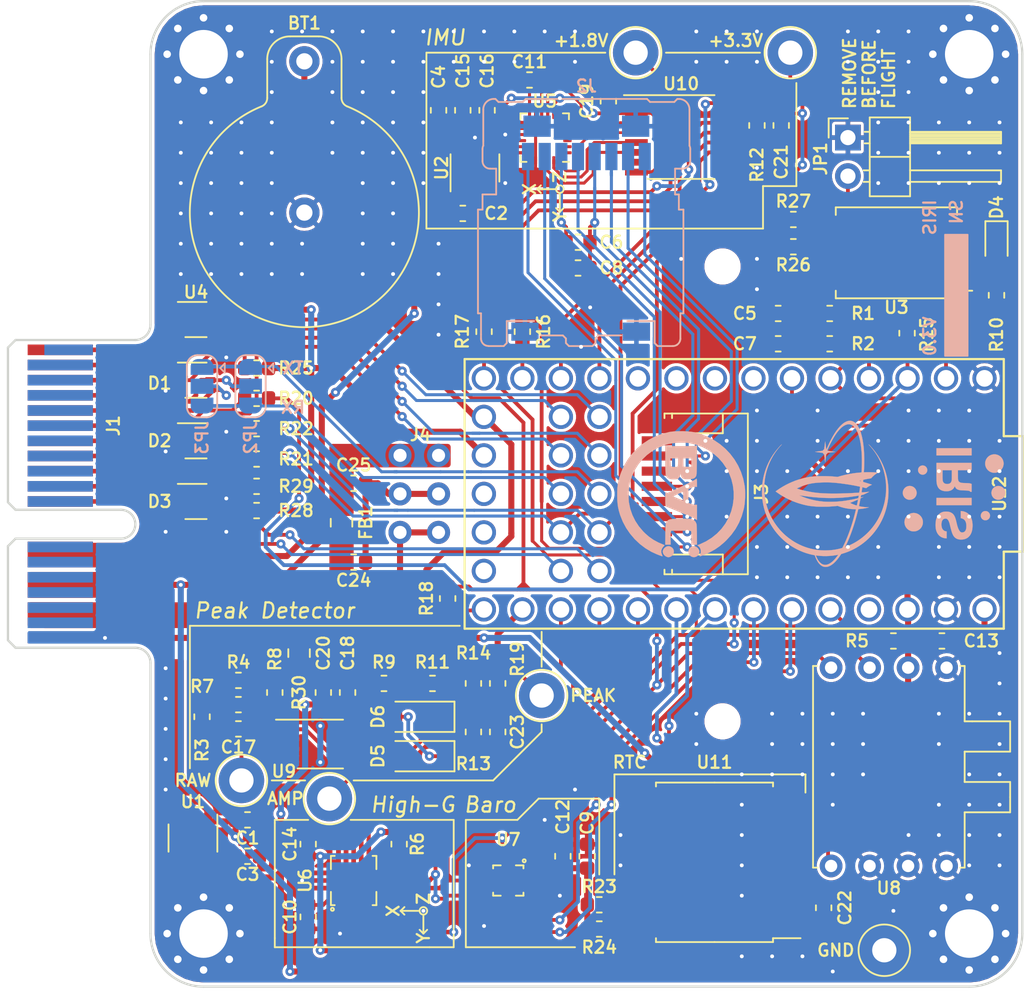
<source format=kicad_pcb>
(kicad_pcb (version 20171130) (host pcbnew "(5.1.5)-3")
  (layers (0 F.Cu signal) (31 B.Cu signal) (34 B.Paste user hide) (35 F.Paste user hide) (36 B.SilkS user) (37 F.SilkS user) (38 B.Mask user hide) (39 F.Mask user hide) (44 Edge.Cuts user))
  (net 0 "")
  (net 1 GND)
  (net 2 /VBAT)
  (net 3 +5V)
  (net 4 +3.3VA)
  (net 5 +1V8)
  (net 6 +3V3)
  (net 7 /VDD)
  (net 8 /VSS)
  (net 9 /amp)
  (net 10 /MISO_EX)
  (net 11 /SDA_EX)
  (net 12 /MOSI_EX)
  (net 13 /SCL_EX)
  (net 14 /SCLK_EX)
  (net 15 /SYNC)
  (net 16 /PWR_STAT5V)
  (net 17 /CAP_STAT)
  (net 18 /TRX2)
  (net 19 /TRX1)
  (net 20 +29.5V)
  (net 21 /DAT2)
  (net 22 /DAT3)
  (net 23 /CMD)
  (net 24 /CLK)
  (net 25 /DAT0)
  (net 26 /DAT1)
  (net 27 /SiPM_sig)
  (net 28 /MODE)
  (net 29 /TX1)
  (net 30 /RX1)
  (net 31 /CS_MEM)
  (net 32 /WP)
  (net 33 /raw)
  (net 34 /CS_PTOT)
  (net 35 /CS_HG)
  (net 36 /CS_IMU)
  (net 37 "Net-(R13-Pad1)")
  (net 38 /MISO1)
  (net 39 "Net-(R16-Pad1)")
  (net 40 /MOSI)
  (net 41 /MISO)
  (net 42 "Net-(R17-Pad1)")
  (net 43 "Net-(R18-Pad1)")
  (net 44 /SCLK)
  (net 45 /peak)
  (net 46 /MOSI1)
  (net 47 /SCLK1)
  (net 48 /SDA)
  (net 49 /SCL)
  (net 50 "Net-(U1-Pad4)")
  (net 51 "Net-(U2-Pad4)")
  (net 52 "Net-(U4-Pad1)")
  (net 53 /PWR_STAT)
  (net 54 "Net-(U5-Pad1)")
  (net 55 "Net-(U5-Pad2)")
  (net 56 "Net-(U5-Pad3)")
  (net 57 "Net-(U5-Pad4)")
  (net 58 "Net-(U5-Pad5)")
  (net 59 "Net-(U5-Pad6)")
  (net 60 "Net-(U5-Pad7)")
  (net 61 /MISO_1V8)
  (net 62 /INT1_1V8)
  (net 63 "Net-(U5-Pad14)")
  (net 64 "Net-(U5-Pad15)")
  (net 65 "Net-(U5-Pad16)")
  (net 66 "Net-(U5-Pad17)")
  (net 67 "Net-(U5-Pad19)")
  (net 68 "Net-(U5-Pad21)")
  (net 69 /CS_1V8)
  (net 70 /SCLK_1V8)
  (net 71 /MOSI_1V8)
  (net 72 "Net-(U6-Pad2)")
  (net 73 /HG_INT2)
  (net 74 /HG_INT1)
  (net 75 "Net-(U6-Pad15)")
  (net 76 /CS_BARO)
  (net 77 "Net-(U10-Pad7)")
  (net 78 "Net-(U10-Pad10)")
  (net 79 /INT1)
  (net 80 "Net-(U11-Pad1)")
  (net 81 "Net-(U11-Pad3)")
  (net 82 "Net-(U11-Pad4)")
  (net 83 "Net-(U12-Pad18)")
  (net 84 "Net-(U12-Pad19)")
  (net 85 "Net-(D4-Pad2)")
  (net 86 "Net-(D5-Pad1)")
  (net 87 "Net-(D5-Pad2)")
  (net 88 /LED)
  (net 89 /INT_BARO)
  (net 90 "Net-(U12-Pad30)")
  (net 91 "Net-(U12-Pad9)")
  (net 92 "Net-(C11-Pad1)")
  (net 93 "Net-(C17-Pad2)")
  (net 94 "Net-(C23-Pad1)")
  (net 95 "Net-(U12-Pad8)")
  (net 96 "Net-(U12-Pad7)")
  (net 97 /MISO1P)
  (net 98 /MOSI1P)
  (net 99 /SCLK1P)
  (net 100 /CS_EX)
  (net 101 "Net-(D3-Pad5)")
  (net 102 "Net-(D3-Pad4)")
  (net 103 "Net-(J1-PadA1)")
  (net 104 "Net-(J1-PadA2)")
  (net 105 "Net-(J1-PadA3)")
  (net 106 "Net-(J1-PadA4)")
  (net 107 "Net-(J1-PadA5)")
  (net 108 "Net-(J1-PadA6)")
  (net 109 "Net-(J1-PadA7)")
  (net 110 "Net-(J1-PadA8)")
  (net 111 "Net-(J1-PadA9)")
  (net 112 "Net-(J1-PadA10)")
  (net 113 "Net-(J1-PadA11)")
  (net 114 "Net-(U12-Pad10)")
  (net 115 "Net-(J1-PadA14)")
  (net 116 "Net-(J1-PadA15)")
  (net 117 "Net-(J1-PadA16)")
  (net 118 "Net-(J1-PadA17)")
  (net 119 "Net-(J1-PadA12)")
  (net 120 "Net-(J1-PadA13)")
  (net 121 GNDA)
  (net 122 "Net-(C25-Pad1)")
  (net 123 "Net-(U12-Pad17)")
  (module iris-footprints:iris-logo (layer B.Cu) (at 53 32.5 270)
    (fp_text reference G*** hide)
    (fp_text value LOGO hide)
  )
  (module STAR_logos:bac_logo (layer B.Cu) (at 35 32.5 270)
    (fp_text reference G*** hide)
    (fp_text value LOGO hide)
  )
  (module STAR_logos:star_9x8 (layer B.Cu) (at 44.5 32.5 270)
    (fp_text reference G*** hide)
    (fp_text value LOGO hide)
  )
  (module Sensor_Motion:InvenSense_QFN-24_3x3mm_P0.4mm (layer F.Cu) (at 26 9 180)
    (fp_text reference U5 (at 0 2.4 180) (layer F.SilkS) (effects (font (size 0.8 0.8))))
    (fp_text value ICM-20948)
    (pad 1 smd roundrect (at -1.5 -1 180) (size 0.55 0.2) (layers F.Cu F.Paste F.Mask) (net 54 "Net-(U5-Pad1)"))
    (pad 2 smd roundrect (at -1.5 -0.6 180) (size 0.55 0.2) (layers F.Cu F.Paste F.Mask) (net 55 "Net-(U5-Pad2)"))
    (pad 3 smd roundrect (at -1.5 -0.2 180) (size 0.55 0.2) (layers F.Cu F.Paste F.Mask) (net 56 "Net-(U5-Pad3)"))
    (pad 4 smd roundrect (at -1.5 0.2 180) (size 0.55 0.2) (layers F.Cu F.Paste F.Mask) (net 57 "Net-(U5-Pad4)"))
    (pad 5 smd roundrect (at -1.5 0.6 180) (size 0.55 0.2) (layers F.Cu F.Paste F.Mask) (net 58 "Net-(U5-Pad5)"))
    (pad 6 smd roundrect (at -1.5 1 180) (size 0.55 0.2) (layers F.Cu F.Paste F.Mask) (net 59 "Net-(U5-Pad6)"))
    (pad 7 smd roundrect (at -1 1.5 270) (size 0.55 0.2) (layers F.Cu F.Paste F.Mask) (net 60 "Net-(U5-Pad7)"))
    (pad 8 smd roundrect (at -0.6 1.5 270) (size 0.55 0.2) (layers F.Cu F.Paste F.Mask) (net 5 +1V8))
    (pad 9 smd roundrect (at -0.2 1.5 270) (size 0.55 0.2) (layers F.Cu F.Paste F.Mask) (net 61 /MISO_1V8))
    (pad 10 smd roundrect (at 0.2 1.5 270) (size 0.55 0.2) (layers F.Cu F.Paste F.Mask) (net 92 "Net-(C11-Pad1)"))
    (pad 11 smd roundrect (at 0.6 1.5 270) (size 0.55 0.2) (layers F.Cu F.Paste F.Mask) (net 1 GND))
    (pad 12 smd roundrect (at 1 1.5 270) (size 0.55 0.2) (layers F.Cu F.Paste F.Mask) (net 62 /INT1_1V8))
    (pad 13 smd roundrect (at 1.5 1 180) (size 0.55 0.2) (layers F.Cu F.Paste F.Mask) (net 5 +1V8))
    (pad 14 smd roundrect (at 1.5 0.6 180) (size 0.55 0.2) (layers F.Cu F.Paste F.Mask) (net 63 "Net-(U5-Pad14)"))
    (pad 15 smd roundrect (at 1.5 0.2 180) (size 0.55 0.2) (layers F.Cu F.Paste F.Mask) (net 64 "Net-(U5-Pad15)"))
    (pad 16 smd roundrect (at 1.5 -0.2 180) (size 0.55 0.2) (layers F.Cu F.Paste F.Mask) (net 65 "Net-(U5-Pad16)"))
    (pad 17 smd roundrect (at 1.5 -0.6 180) (size 0.55 0.2) (layers F.Cu F.Paste F.Mask) (net 66 "Net-(U5-Pad17)"))
    (pad 18 smd roundrect (at 1.5 -1 180) (size 0.55 0.2) (layers F.Cu F.Paste F.Mask) (net 1 GND))
    (pad 19 smd roundrect (at 1 -1.5 270) (size 0.55 0.2) (layers F.Cu F.Paste F.Mask) (net 67 "Net-(U5-Pad19)"))
    (pad 20 smd roundrect (at 0.6 -1.5 270) (size 0.55 0.2) (layers F.Cu F.Paste F.Mask) (net 1 GND))
    (pad 21 smd roundrect (at 0.2 -1.5 270) (size 0.55 0.2) (layers F.Cu F.Paste F.Mask) (net 68 "Net-(U5-Pad21)"))
    (pad 22 smd roundrect (at -0.2 -1.5 270) (size 0.55 0.2) (layers F.Cu F.Paste F.Mask) (net 69 /CS_1V8))
    (pad 23 smd roundrect (at -0.6 -1.5 270) (size 0.55 0.2) (layers F.Cu F.Paste F.Mask) (net 70 /SCLK_1V8))
    (pad 24 smd roundrect (at -1 -1.5 270) (size 0.55 0.2) (layers F.Cu F.Paste F.Mask) (net 71 /MOSI_1V8))
  )
  (module STARsense_IRIS:ADXL372 (layer F.Cu) (at 13.4 58 90)
    (fp_text reference U6 (at 0 -3.2 90) (layer F.SilkS) (effects (font (size 0.8 0.8))))
    (fp_text value ADXL372)
    (pad 16 smd rect (at -0.5 -1.275 90) (size 0.3 0.8) (layers F.Cu F.Paste F.Mask) (net 1 GND))
    (pad 15 smd rect (at 0 -1.275 90) (size 0.3 0.8) (layers F.Cu F.Paste F.Mask) (net 75 "Net-(U6-Pad15)"))
    (pad 14 smd rect (at 0.5 -1.275 90) (size 0.3 0.8) (layers F.Cu F.Paste F.Mask) (net 6 +3V3))
    (pad 8 smd rect (at 0.5 1.275 90) (size 0.3 0.8) (layers F.Cu F.Paste F.Mask) (net 35 /CS_HG))
    (pad 7 smd rect (at 0 1.275 90) (size 0.3 0.8) (layers F.Cu F.Paste F.Mask) (net 41 /MISO))
    (pad 6 smd rect (at -0.5 1.275 90) (size 0.3 0.8) (layers F.Cu F.Paste F.Mask) (net 40 /MOSI))
    (pad 13 smd rect (at 1.2875 -1 90) (size 0.925 0.3) (layers F.Cu F.Paste F.Mask) (net 1 GND))
    (pad 12 smd rect (at 1.2875 -0.5 90) (size 0.925 0.3) (layers F.Cu F.Paste F.Mask) (net 1 GND))
    (pad 11 smd rect (at 1.2875 0 90) (size 0.925 0.3) (layers F.Cu F.Paste F.Mask) (net 74 /HG_INT1))
    (pad 10 smd rect (at 1.2875 0.5 90) (size 0.925 0.3) (layers F.Cu F.Paste F.Mask) (net 1 GND))
    (pad 9 smd rect (at 1.2875 1 90) (size 0.925 0.3) (layers F.Cu F.Paste F.Mask) (net 73 /HG_INT2))
    (pad 5 smd rect (at -1.2875 1 90) (size 0.925 0.3) (layers F.Cu F.Paste F.Mask) (net 1 GND))
    (pad 4 smd rect (at -1.2875 0.5 90) (size 0.925 0.3) (layers F.Cu F.Paste F.Mask) (net 44 /SCLK))
    (pad 3 smd rect (at -1.2875 0 90) (size 0.925 0.3) (layers F.Cu F.Paste F.Mask) (net 1 GND))
    (pad 2 smd rect (at -1.2875 -0.5 90) (size 0.925 0.3) (layers F.Cu F.Paste F.Mask) (net 72 "Net-(U6-Pad2)"))
    (pad 1 smd rect (at -1.2875 -1 90) (size 0.925 0.3) (layers F.Cu F.Paste F.Mask) (net 4 +3.3VA))
  )
  (module STARsense_IRIS:BMP388 (layer F.Cu) (at 23.6 58)
    (fp_text reference U7 (at 0 -2.7) (layer F.SilkS) (effects (font (size 0.8 0.8))))
    (fp_text value BMP388)
    (pad 1 smd rect (at 0.25 -0.7625) (size 0.25 0.275) (layers F.Cu F.Paste F.Mask) (net 6 +3V3))
    (pad 10 smd rect (at 0.7625 -0.5) (size 0.275 0.25) (layers F.Cu F.Paste F.Mask) (net 6 +3V3))
    (pad 9 smd rect (at 0.7625 0) (size 0.275 0.25) (layers F.Cu F.Paste F.Mask) (net 1 GND))
    (pad 8 smd rect (at 0.7625 0.5) (size 0.275 0.25) (layers F.Cu F.Paste F.Mask) (net 1 GND))
    (pad 7 smd rect (at 0.25 0.7625) (size 0.25 0.275) (layers F.Cu F.Paste F.Mask) (net 89 /INT_BARO))
    (pad 6 smd rect (at -0.25 0.7625) (size 0.25 0.275) (layers F.Cu F.Paste F.Mask) (net 76 /CS_BARO))
    (pad 5 smd rect (at -0.7625 0.5) (size 0.275 0.25) (layers F.Cu F.Paste F.Mask) (net 41 /MISO))
    (pad 2 smd rect (at -0.25 -0.7625) (size 0.25 0.275) (layers F.Cu F.Paste F.Mask) (net 44 /SCLK))
    (pad 4 smd rect (at -0.7625 0) (size 0.275 0.25) (layers F.Cu F.Paste F.Mask) (net 40 /MOSI))
    (pad 3 smd rect (at -0.7625 -0.5) (size 0.275 0.25) (layers F.Cu F.Paste F.Mask) (net 1 GND))
  )
  (module Package_SO:MSOP-8_3x3mm_P0.65mm (layer F.Cu) (at 11.2 49)
    (fp_text reference U9 (at -2.4 1.8) (layer F.SilkS) (effects (font (size 0.8 0.8))))
    (fp_text value LT1807)
    (pad 1 smd roundrect (at -2.2625 -0.975) (size 1.325 0.42) (layers F.Cu F.Paste F.Mask) (net 9 /amp))
    (pad 2 smd roundrect (at -2.2625 -0.325) (size 1.325 0.42) (layers F.Cu F.Paste F.Mask) (net 93 "Net-(C17-Pad2)"))
    (pad 3 smd roundrect (at -2.2625 0.325) (size 1.325 0.42) (layers F.Cu F.Paste F.Mask) (net 33 /raw))
    (pad 4 smd roundrect (at -2.2625 0.975) (size 1.325 0.42) (layers F.Cu F.Paste F.Mask) (net 121 GNDA))
    (pad 5 smd roundrect (at 2.2625 0.975) (size 1.325 0.42) (layers F.Cu F.Paste F.Mask) (net 9 /amp))
    (pad 6 smd roundrect (at 2.2625 0.325) (size 1.325 0.42) (layers F.Cu F.Paste F.Mask) (net 87 "Net-(D5-Pad2)"))
    (pad 7 smd roundrect (at 2.2625 -0.325) (size 1.325 0.42) (layers F.Cu F.Paste F.Mask) (net 86 "Net-(D5-Pad1)"))
    (pad 8 smd roundrect (at 2.2625 -0.975) (size 1.325 0.42) (layers F.Cu F.Paste F.Mask) (net 4 +3.3VA))
  )
  (module STARsense_IRIS:SiPM (layer F.Cu) (at 27.73 32.5)
    (fp_text reference J4 (at -9.93 -3.9 180) (layer F.SilkS) (effects (font (size 0.8 0.8))))
    (fp_text value SiPM)
    (pad "" np_thru_hole circle (at 10 15) (size 1.8 1.8) (drill 1.8) (layers *.Cu *.Mask) (clearance 0.3))
    (pad "" np_thru_hole circle (at 10 -15) (size 1.8 1.8) (drill 1.8) (layers *.Cu *.Mask) (clearance 0.3))
    (pad 6 thru_hole circle (at -8.73 2.54 90) (size 1.524 1.524) (drill 0.8636) (layers *.Cu *.Mask) (net 27 /SiPM_sig))
    (pad 5 thru_hole circle (at -11.27 2.54 90) (size 1.524 1.524) (drill 0.8636) (layers *.Cu *.Mask) (net 27 /SiPM_sig))
    (pad 4 thru_hole circle (at -8.73 0 90) (size 1.524 1.524) (drill 0.8636) (layers *.Cu *.Mask) (net 1 GND))
    (pad 3 thru_hole circle (at -11.27 0 90) (size 1.524 1.524) (drill 0.8636) (layers *.Cu *.Mask) (net 1 GND))
    (pad 2 thru_hole circle (at -8.73 -2.54 90) (size 1.524 1.524) (drill 0.8636) (layers *.Cu *.Mask) (net 122 "Net-(C25-Pad1)"))
    (pad 1 thru_hole circle (at -11.27 -2.54 90) (size 1.524 1.524) (drill 0.8636) (layers *.Cu *.Mask) (net 122 "Net-(C25-Pad1)"))
  )
  (module STARsense_IRIS:HSCDRRN001BDSA3 (layer F.Cu) (at 48.7 50.5 180)
    (fp_text reference U8 (at 0 -8) (layer F.SilkS) (effects (font (size 0.8 0.8))))
    (fp_text value HSCDRRN001BDSA3)
    (pad 8 thru_hole circle (at -3.81 -6.54 180) (size 1.5 1.5) (drill 0.813) (layers *.Cu *.Mask) (net 1 GND))
    (pad 7 thru_hole circle (at -1.27 -6.54 180) (size 1.5 1.5) (drill 0.813) (layers *.Cu *.Mask) (net 1 GND))
    (pad 6 thru_hole circle (at 1.27 -6.54 180) (size 1.5 1.5) (drill 0.813) (layers *.Cu *.Mask) (net 1 GND))
    (pad 5 thru_hole circle (at 3.81 -6.54 180) (size 1.5 1.5) (drill 0.813) (layers *.Cu *.Mask) (net 34 /CS_PTOT))
    (pad 4 thru_hole circle (at 3.81 6.54 180) (size 1.5 1.5) (drill 0.813) (layers *.Cu *.Mask) (net 44 /SCLK))
    (pad 3 thru_hole circle (at 1.27 6.54 180) (size 1.5 1.5) (drill 0.813) (layers *.Cu *.Mask) (net 41 /MISO))
    (pad 2 thru_hole circle (at -1.27 6.54 180) (size 1.5 1.5) (drill 0.813) (layers *.Cu *.Mask) (net 6 +3V3))
    (pad 1 thru_hole circle (at -3.81 6.54 180) (size 1.5 1.5) (drill 0.813) (layers *.Cu *.Mask) (net 1 GND))
  )
  (module STARsense_IRIS:HFW8R-1STE1LF (layer F.Cu) (at 39.4 32.5 90)
    (fp_text reference J3 (at 0 0.9 -90) (layer F.SilkS) (effects (font (size 0.8 0.8))))
    (fp_text value HFW8R-1STE1LF)
    (pad 8 smd rect (at 3.5 -6 90) (size 0.6 2) (layers F.Cu F.Paste F.Mask) (net 21 /DAT2))
    (pad 7 smd rect (at 2.5 -6 90) (size 0.6 2) (layers F.Cu F.Paste F.Mask) (net 22 /DAT3))
    (pad 6 smd rect (at 1.5 -6 90) (size 0.6 2) (layers F.Cu F.Paste F.Mask) (net 23 /CMD))
    (pad 5 smd rect (at 0.5 -6 90) (size 0.6 2) (layers F.Cu F.Paste F.Mask) (net 7 /VDD))
    (pad 4 smd rect (at -0.5 -6 90) (size 0.6 2) (layers F.Cu F.Paste F.Mask) (net 24 /CLK))
    (pad 3 smd rect (at -1.5 -6 90) (size 0.6 2) (layers F.Cu F.Paste F.Mask) (net 8 /VSS))
    (pad 2 smd rect (at -2.5 -6 90) (size 0.6 2) (layers F.Cu F.Paste F.Mask) (net 25 /DAT0))
    (pad 1 smd rect (at -3.5 -6 90) (size 0.6 2) (layers F.Cu F.Paste F.Mask) (net 26 /DAT1))
    (pad MP smd rect (at 4.5 -3.9 90) (size 0.7 4.2) (layers F.Cu F.Paste F.Mask) (net 1 GND))
    (pad MP smd rect (at -4.5 -3.9 90) (size 0.7 4.2) (layers F.Cu F.Paste F.Mask) (net 1 GND))
  )
  (module teensy:Teensy40 (layer F.Cu) (at 38.5 32.5 180)
    (fp_text reference U12 (at -17.5 0 90) (layer F.SilkS) (effects (font (size 0.8 0.8))))
    (fp_text value Teensy4.0)
    (pad 44 thru_hole circle (at 8.89 5.08 180) (size 1.6 1.6) (drill 1.1) (layers *.Cu *.Mask) (net 53 /PWR_STAT))
    (pad 43 thru_hole circle (at 11.43 5.08 180) (size 1.6 1.6) (drill 1.1) (layers *.Cu *.Mask) (net 15 /SYNC))
    (pad 42 thru_hole circle (at 8.89 2.54 180) (size 1.6 1.6) (drill 1.1) (layers *.Cu *.Mask) (net 17 /CAP_STAT))
    (pad 41 thru_hole circle (at 11.43 2.54 180) (size 1.6 1.6) (drill 1.1) (layers *.Cu *.Mask) (net 100 /CS_EX))
    (pad 40 thru_hole circle (at 8.89 0 180) (size 1.6 1.6) (drill 1.1) (layers *.Cu *.Mask) (net 29 /TX1))
    (pad 39 thru_hole circle (at 11.43 0 180) (size 1.6 1.6) (drill 1.1) (layers *.Cu *.Mask) (net 30 /RX1))
    (pad 38 thru_hole circle (at 8.89 -2.54 180) (size 1.6 1.6) (drill 1.1) (layers *.Cu *.Mask) (net 99 /SCLK1P))
    (pad 37 thru_hole circle (at 11.43 -2.54 180) (size 1.6 1.6) (drill 1.1) (layers *.Cu *.Mask) (net 98 /MOSI1P))
    (pad 36 thru_hole circle (at 8.89 -5.08 180) (size 1.6 1.6) (drill 1.1) (layers *.Cu *.Mask) (net 11 /SDA_EX))
    (pad 35 thru_hole circle (at 11.43 -5.08 180) (size 1.6 1.6) (drill 1.1) (layers *.Cu *.Mask) (net 13 /SCL_EX))
    (pad 1 thru_hole circle (at -16.51 7.62 180) (size 1.6 1.6) (drill 1.1) (layers *.Cu *.Mask) (net 1 GND))
    (pad 2 thru_hole circle (at -13.97 7.62 180) (size 1.6 1.6) (drill 1.1) (layers *.Cu *.Mask) (net 31 /CS_MEM))
    (pad 3 thru_hole circle (at -11.43 7.62 180) (size 1.6 1.6) (drill 1.1) (layers *.Cu *.Mask) (net 97 /MISO1P))
    (pad 4 thru_hole circle (at -8.89 7.62 180) (size 1.6 1.6) (drill 1.1) (layers *.Cu *.Mask) (net 28 /MODE))
    (pad 5 thru_hole circle (at -6.35 7.62 180) (size 1.6 1.6) (drill 1.1) (layers *.Cu *.Mask) (net 32 /WP))
    (pad 6 thru_hole circle (at -3.81 7.62 180) (size 1.6 1.6) (drill 1.1) (layers *.Cu *.Mask) (net 88 /LED))
    (pad 7 thru_hole circle (at -1.27 7.62 180) (size 1.6 1.6) (drill 1.1) (layers *.Cu *.Mask) (net 96 "Net-(U12-Pad7)"))
    (pad 8 thru_hole circle (at 1.27 7.62 180) (size 1.6 1.6) (drill 1.1) (layers *.Cu *.Mask) (net 95 "Net-(U12-Pad8)"))
    (pad 9 thru_hole circle (at 3.81 7.62 180) (size 1.6 1.6) (drill 1.1) (layers *.Cu *.Mask) (net 91 "Net-(U12-Pad9)"))
    (pad 10 thru_hole circle (at 6.35 7.62 180) (size 1.6 1.6) (drill 1.1) (layers *.Cu *.Mask) (net 114 "Net-(U12-Pad10)"))
    (pad 11 thru_hole circle (at 8.89 7.62 180) (size 1.6 1.6) (drill 1.1) (layers *.Cu *.Mask) (net 79 /INT1))
    (pad 12 thru_hole circle (at 11.43 7.62 180) (size 1.6 1.6) (drill 1.1) (layers *.Cu *.Mask) (net 36 /CS_IMU))
    (pad 13 thru_hole circle (at 13.97 7.62 180) (size 1.6 1.6) (drill 1.1) (layers *.Cu *.Mask) (net 39 "Net-(R16-Pad1)"))
    (pad 33 thru_hole circle (at -16.51 -7.62 180) (size 1.6 1.6) (drill 1.1) (layers *.Cu *.Mask) (net 3 +5V))
    (pad 32 thru_hole circle (at -13.97 -7.62 180) (size 1.6 1.6) (drill 1.1) (layers *.Cu *.Mask) (net 1 GND))
    (pad 31 thru_hole circle (at -11.43 -7.62 180) (size 1.6 1.6) (drill 1.1) (layers *.Cu *.Mask) (net 6 +3V3))
    (pad 30 thru_hole circle (at -8.89 -7.62 180) (size 1.6 1.6) (drill 1.1) (layers *.Cu *.Mask) (net 90 "Net-(U12-Pad30)"))
    (pad 29 thru_hole circle (at -6.35 -7.62 180) (size 1.6 1.6) (drill 1.1) (layers *.Cu *.Mask) (net 34 /CS_PTOT))
    (pad 28 thru_hole circle (at -3.81 -7.62 180) (size 1.6 1.6) (drill 1.1) (layers *.Cu *.Mask) (net 76 /CS_BARO))
    (pad 27 thru_hole circle (at -1.27 -7.62 180) (size 1.6 1.6) (drill 1.1) (layers *.Cu *.Mask) (net 89 /INT_BARO))
    (pad 26 thru_hole circle (at 1.27 -7.62 180) (size 1.6 1.6) (drill 1.1) (layers *.Cu *.Mask) (net 49 /SCL))
    (pad 25 thru_hole circle (at 3.81 -7.62 180) (size 1.6 1.6) (drill 1.1) (layers *.Cu *.Mask) (net 48 /SDA))
    (pad 24 thru_hole circle (at 6.35 -7.62 180) (size 1.6 1.6) (drill 1.1) (layers *.Cu *.Mask) (net 35 /CS_HG))
    (pad 23 thru_hole circle (at 8.89 -7.62 180) (size 1.6 1.6) (drill 1.1) (layers *.Cu *.Mask) (net 73 /HG_INT2))
    (pad 22 thru_hole circle (at 11.43 -7.62 180) (size 1.6 1.6) (drill 1.1) (layers *.Cu *.Mask) (net 74 /HG_INT1))
    (pad 21 thru_hole circle (at 13.97 -7.62 180) (size 1.6 1.6) (drill 1.1) (layers *.Cu *.Mask) (net 45 /peak))
    (pad 14 thru_hole circle (at 16.51 7.62 180) (size 1.6 1.6) (drill 1.1) (layers *.Cu *.Mask) (net 42 "Net-(R17-Pad1)"))
    (pad 15 thru_hole circle (at 16.51 5.08 180) (size 1.6 1.6) (drill 1.1) (layers *.Cu *.Mask) (net 2 /VBAT))
    (pad 16 thru_hole circle (at 16.51 2.54 180) (size 1.6 1.6) (drill 1.1) (layers *.Cu *.Mask) (net 6 +3V3))
    (pad 20 thru_hole circle (at 16.51 -7.62 180) (size 1.6 1.6) (drill 1.1) (layers *.Cu *.Mask) (net 43 "Net-(R18-Pad1)"))
    (pad 19 thru_hole circle (at 16.51 -5.08 180) (size 1.6 1.6) (drill 1.1) (layers *.Cu *.Mask) (net 84 "Net-(U12-Pad19)"))
    (pad 18 thru_hole circle (at 16.51 -2.54 180) (size 1.6 1.6) (drill 1.1) (layers *.Cu *.Mask) (net 83 "Net-(U12-Pad18)"))
    (pad 17 thru_hole circle (at 16.51 0 180) (size 1.6 1.6) (drill 1.1) (layers *.Cu *.Mask) (net 123 "Net-(U12-Pad17)"))
  )
  (module Connector_PCBEdge:BUS_PCIexpress_x1 (layer F.Cu) (at -5.95 23 270)
    (fp_text reference J1 (at 5 -3.5 270) (layer F.SilkS) (effects (font (size 0.8 0.8))))
    (fp_text value PCIE1X)
    (fp_line (start 10.55 -4) (end 10.55 2.95) (layer Edge.Cuts) (width 0.15))
    (fp_line (start 12.45 -4) (end 12.45 2.95) (layer Edge.Cuts) (width 0.15))
    (fp_line (start -0.65 -4.95) (end -0.65 2.95) (layer Edge.Cuts) (width 0.15))
    (fp_line (start -0.15 3.45) (end 10.05 3.45) (layer Edge.Cuts) (width 0.15))
    (fp_line (start 19.65 -4.95) (end 19.65 2.95) (layer Edge.Cuts) (width 0.15))
    (fp_line (start 12.95 3.45) (end 19.15 3.45) (layer Edge.Cuts) (width 0.15))
    (fp_line (start -0.65 2.95) (end -0.15 3.45) (layer Edge.Cuts) (width 0.15))
    (fp_line (start 10.55 2.95) (end 10.05 3.45) (layer Edge.Cuts) (width 0.15))
    (fp_line (start 12.45 2.95) (end 12.95 3.45) (layer Edge.Cuts) (width 0.15))
    (fp_line (start 19.65 2.95) (end 19.15 3.45) (layer Edge.Cuts) (width 0.15))
    (fp_arc (start 11.5 -4) (end 12.45 -4) (angle -180) (layer Edge.Cuts) (width 0.15))
    (pad B1 connect rect (at 0 0 270) (size 0.7 4.3) (layers F.Cu F.Mask) (net 16 /PWR_STAT5V))
    (pad B2 connect rect (at 1 0 270) (size 0.7 4.3) (layers F.Cu F.Mask) (net 15 /SYNC))
    (pad B3 connect rect (at 2 0 270) (size 0.7 4.3) (layers F.Cu F.Mask) (net 17 /CAP_STAT))
    (pad B4 connect rect (at 3 0 270) (size 0.7 4.3) (layers F.Cu F.Mask) (net 19 /TRX1))
    (pad B5 connect rect (at 4 0 270) (size 0.7 4.3) (layers F.Cu F.Mask) (net 18 /TRX2))
    (pad B6 connect rect (at 5 0 270) (size 0.7 4.3) (layers F.Cu F.Mask) (net 10 /MISO_EX))
    (pad B7 connect rect (at 6 0 270) (size 0.7 4.3) (layers F.Cu F.Mask) (net 100 /CS_EX))
    (pad B8 connect rect (at 7 0 270) (size 0.7 4.3) (layers F.Cu F.Mask) (net 14 /SCLK_EX))
    (pad B9 connect rect (at 8 0 270) (size 0.7 4.3) (layers F.Cu F.Mask) (net 12 /MOSI_EX))
    (pad B10 connect rect (at 9 0 270) (size 0.7 4.3) (layers F.Cu F.Mask) (net 11 /SDA_EX))
    (pad B11 connect rect (at 10 0 270) (size 0.7 4.3) (layers F.Cu F.Mask) (net 13 /SCL_EX))
    (pad B14 connect rect (at 15 0 270) (size 0.7 4.3) (layers F.Cu F.Mask) (net 3 +5V))
    (pad B15 connect rect (at 16 0 270) (size 0.7 4.3) (layers F.Cu F.Mask) (net 3 +5V))
    (pad B16 connect rect (at 17 0 270) (size 0.7 4.3) (layers F.Cu F.Mask) (net 20 +29.5V))
    (pad B17 connect rect (at 18 -0.55 270) (size 0.7 3.2) (layers F.Cu F.Mask) (net 20 +29.5V))
    (pad B18 connect rect (at 19 0 270) (size 0.7 4.3) (layers F.Cu F.Mask) (net 1 GND))
    (pad B12 connect rect (at 13 0 270) (size 0.7 4.3) (layers F.Cu F.Mask) (net 6 +3V3))
    (pad B13 connect rect (at 14 0 270) (size 0.7 4.3) (layers F.Cu F.Mask) (net 6 +3V3))
    (pad A1 connect rect (at 0 -0.55 270) (size 0.7 3.2) (layers B.Cu B.Mask) (net 103 "Net-(J1-PadA1)"))
    (pad A2 connect rect (at 1 0 270) (size 0.7 4.3) (layers B.Cu B.Mask) (net 104 "Net-(J1-PadA2)"))
    (pad A3 connect rect (at 2 0 270) (size 0.7 4.3) (layers B.Cu B.Mask) (net 105 "Net-(J1-PadA3)"))
    (pad A4 connect rect (at 3 0 270) (size 0.7 4.3) (layers B.Cu B.Mask) (net 106 "Net-(J1-PadA4)"))
    (pad A5 connect rect (at 4 0 270) (size 0.7 4.3) (layers B.Cu B.Mask) (net 107 "Net-(J1-PadA5)"))
    (pad A6 connect rect (at 5 0 270) (size 0.7 4.3) (layers B.Cu B.Mask) (net 108 "Net-(J1-PadA6)"))
    (pad A7 connect rect (at 6 0 270) (size 0.7 4.3) (layers B.Cu B.Mask) (net 109 "Net-(J1-PadA7)"))
    (pad A8 connect rect (at 7 0 270) (size 0.7 4.3) (layers B.Cu B.Mask) (net 110 "Net-(J1-PadA8)"))
    (pad A9 connect rect (at 8 0 270) (size 0.7 4.3) (layers B.Cu B.Mask) (net 111 "Net-(J1-PadA9)"))
    (pad A10 connect rect (at 9 0 270) (size 0.7 4.3) (layers B.Cu B.Mask) (net 112 "Net-(J1-PadA10)"))
    (pad A11 connect rect (at 10 0 270) (size 0.7 4.3) (layers B.Cu B.Mask) (net 113 "Net-(J1-PadA11)"))
    (pad A14 connect rect (at 15 0 270) (size 0.7 4.3) (layers B.Cu B.Mask) (net 115 "Net-(J1-PadA14)"))
    (pad A15 connect rect (at 16 0 270) (size 0.7 4.3) (layers B.Cu B.Mask) (net 116 "Net-(J1-PadA15)"))
    (pad A16 connect rect (at 17 0 270) (size 0.7 4.3) (layers B.Cu B.Mask) (net 117 "Net-(J1-PadA16)"))
    (pad A17 connect rect (at 18 0 270) (size 0.7 4.3) (layers B.Cu B.Mask) (net 118 "Net-(J1-PadA17)"))
    (pad A18 connect rect (at 19 0 270) (size 0.7 4.3) (layers B.Cu B.Mask) (net 1 GND))
    (pad A12 connect rect (at 13 0 270) (size 0.7 4.3) (layers B.Cu B.Mask) (net 119 "Net-(J1-PadA12)"))
    (pad A13 connect rect (at 14 0 270) (size 0.7 4.3) (layers B.Cu B.Mask) (net 120 "Net-(J1-PadA13)"))
  )
  (module Capacitor_SMD:C_0603_1608Metric (layer F.Cu) (at 6.4 54)
    (fp_text reference C1 (at 0 1.2) (layer F.SilkS) (effects (font (size 0.8 0.8))))
    (fp_text value 1uF)
    (pad 2 smd roundrect (at 0.7875 0) (size 0.875 0.95) (layers F.Cu F.Paste F.Mask) (net 1 GND))
    (pad 1 smd roundrect (at -0.7875 0) (size 0.875 0.95) (layers F.Cu F.Paste F.Mask) (net 3 +5V))
  )
  (module Capacitor_SMD:C_0603_1608Metric (layer F.Cu) (at 20.6 14)
    (fp_text reference C2 (at 2.2 0) (layer F.SilkS) (effects (font (size 0.8 0.8))))
    (fp_text value 1uF)
    (pad 2 smd roundrect (at 0.7875 0) (size 0.875 0.95) (layers F.Cu F.Paste F.Mask) (net 1 GND))
    (pad 1 smd roundrect (at -0.7875 0) (size 0.875 0.95) (layers F.Cu F.Paste F.Mask) (net 3 +5V))
  )
  (module Capacitor_SMD:C_0603_1608Metric (layer F.Cu) (at 6.4 56.4)
    (fp_text reference C3 (at 0 1.2) (layer F.SilkS) (effects (font (size 0.8 0.8))))
    (fp_text value 1uF)
    (pad 1 smd roundrect (at -0.7875 0) (size 0.875 0.95) (layers F.Cu F.Paste F.Mask) (net 4 +3.3VA))
    (pad 2 smd roundrect (at 0.7875 0) (size 0.875 0.95) (layers F.Cu F.Paste F.Mask) (net 1 GND))
  )
  (module Capacitor_SMD:C_0603_1608Metric (layer F.Cu) (at 19 7.2 90)
    (fp_text reference C4 (at 2.2 0 90) (layer F.SilkS) (effects (font (size 0.8 0.8))))
    (fp_text value 1uF)
    (pad 1 smd roundrect (at -0.7875 0 90) (size 0.875 0.95) (layers F.Cu F.Paste F.Mask) (net 5 +1V8))
    (pad 2 smd roundrect (at 0.7875 0 90) (size 0.875 0.95) (layers F.Cu F.Paste F.Mask) (net 1 GND))
  )
  (module Capacitor_SMD:C_0603_1608Metric (layer F.Cu) (at 41.4 20.6 180)
    (fp_text reference C5 (at 2.2 0) (layer F.SilkS) (effects (font (size 0.8 0.8))))
    (fp_text value 0.1uF)
    (pad 2 smd roundrect (at 0.7875 0 180) (size 0.875 0.95) (layers F.Cu F.Paste F.Mask) (net 1 GND))
    (pad 1 smd roundrect (at -0.7875 0 180) (size 0.875 0.95) (layers F.Cu F.Paste F.Mask) (net 6 +3V3))
  )
  (module Capacitor_SMD:C_0603_1608Metric (layer F.Cu) (at 28.2 15.9 180)
    (fp_text reference C6 (at -2.2 0) (layer F.SilkS) (effects (font (size 0.8 0.8))))
    (fp_text value 0.1uF)
    (pad 2 smd roundrect (at 0.7875 0 180) (size 0.875 0.95) (layers F.Cu F.Paste F.Mask) (net 8 /VSS))
    (pad 1 smd roundrect (at -0.7875 0 180) (size 0.875 0.95) (layers F.Cu F.Paste F.Mask) (net 7 /VDD))
  )
  (module Capacitor_SMD:C_0603_1608Metric (layer F.Cu) (at 41.4 22.6 180)
    (fp_text reference C7 (at 2.2 0) (layer F.SilkS) (effects (font (size 0.8 0.8))))
    (fp_text value 1uF)
    (pad 1 smd roundrect (at -0.7875 0 180) (size 0.875 0.95) (layers F.Cu F.Paste F.Mask) (net 6 +3V3))
    (pad 2 smd roundrect (at 0.7875 0 180) (size 0.875 0.95) (layers F.Cu F.Paste F.Mask) (net 1 GND))
  )
  (module Capacitor_SMD:C_0603_1608Metric (layer F.Cu) (at 28.2 17.6 180)
    (fp_text reference C8 (at -2.2 0) (layer F.SilkS) (effects (font (size 0.8 0.8))))
    (fp_text value 10uF)
    (pad 1 smd roundrect (at -0.7875 0 180) (size 0.875 0.95) (layers F.Cu F.Paste F.Mask) (net 7 /VDD))
    (pad 2 smd roundrect (at 0.7875 0 180) (size 0.875 0.95) (layers F.Cu F.Paste F.Mask) (net 8 /VSS))
  )
  (module Capacitor_SMD:C_0603_1608Metric (layer F.Cu) (at 28.8 56.4 90)
    (fp_text reference C9 (at 2.2 0 90) (layer F.SilkS) (effects (font (size 0.8 0.8))))
    (fp_text value 1uF)
    (pad 2 smd roundrect (at 0.7875 0 90) (size 0.875 0.95) (layers F.Cu F.Paste F.Mask) (net 1 GND))
    (pad 1 smd roundrect (at -0.7875 0 90) (size 0.875 0.95) (layers F.Cu F.Paste F.Mask) (net 6 +3V3))
  )
  (module Capacitor_SMD:C_0603_1608Metric (layer F.Cu) (at 10.4 60.4 270)
    (fp_text reference C10 (at 0 1.2 90) (layer F.SilkS) (effects (font (size 0.8 0.8))))
    (fp_text value 0.1uF)
    (pad 2 smd roundrect (at 0.7875 0 270) (size 0.875 0.95) (layers F.Cu F.Paste F.Mask) (net 1 GND))
    (pad 1 smd roundrect (at -0.7875 0 270) (size 0.875 0.95) (layers F.Cu F.Paste F.Mask) (net 4 +3.3VA))
  )
  (module Capacitor_SMD:C_0603_1608Metric (layer F.Cu) (at 25 5.2 180)
    (fp_text reference C11 (at 0 1.2) (layer F.SilkS) (effects (font (size 0.8 0.8))))
    (fp_text value 0.1uF)
    (pad 2 smd roundrect (at 0.7875 0 180) (size 0.875 0.95) (layers F.Cu F.Paste F.Mask) (net 1 GND))
    (pad 1 smd roundrect (at -0.7875 0 180) (size 0.875 0.95) (layers F.Cu F.Paste F.Mask) (net 92 "Net-(C11-Pad1)"))
  )
  (module Capacitor_SMD:C_0603_1608Metric (layer F.Cu) (at 27.2 56.4 90)
    (fp_text reference C12 (at 2.6 0 90) (layer F.SilkS) (effects (font (size 0.8 0.8))))
    (fp_text value 0.1uF)
    (pad 1 smd roundrect (at -0.7875 0 90) (size 0.875 0.95) (layers F.Cu F.Paste F.Mask) (net 6 +3V3))
    (pad 2 smd roundrect (at 0.7875 0 90) (size 0.875 0.95) (layers F.Cu F.Paste F.Mask) (net 1 GND))
  )
  (module Capacitor_SMD:C_0603_1608Metric (layer F.Cu) (at 52.2 42.2)
    (fp_text reference C13 (at 2.6 0) (layer F.SilkS) (effects (font (size 0.8 0.8))))
    (fp_text value 1uF)
    (pad 2 smd roundrect (at 0.7875 0) (size 0.875 0.95) (layers F.Cu F.Paste F.Mask) (net 1 GND))
    (pad 1 smd roundrect (at -0.7875 0) (size 0.875 0.95) (layers F.Cu F.Paste F.Mask) (net 6 +3V3))
  )
  (module Capacitor_SMD:C_0603_1608Metric (layer F.Cu) (at 10.4 55.6 90)
    (fp_text reference C14 (at 0 -1.2 90) (layer F.SilkS) (effects (font (size 0.8 0.8))))
    (fp_text value 0.1uF)
    (pad 1 smd roundrect (at -0.7875 0 90) (size 0.875 0.95) (layers F.Cu F.Paste F.Mask) (net 6 +3V3))
    (pad 2 smd roundrect (at 0.7875 0 90) (size 0.875 0.95) (layers F.Cu F.Paste F.Mask) (net 1 GND))
  )
  (module Capacitor_SMD:C_0603_1608Metric (layer F.Cu) (at 20.6 7.2 90)
    (fp_text reference C15 (at 2.6 0 90) (layer F.SilkS) (effects (font (size 0.8 0.8))))
    (fp_text value 1uF)
    (pad 1 smd roundrect (at -0.7875 0 90) (size 0.875 0.95) (layers F.Cu F.Paste F.Mask) (net 5 +1V8))
    (pad 2 smd roundrect (at 0.7875 0 90) (size 0.875 0.95) (layers F.Cu F.Paste F.Mask) (net 1 GND))
  )
  (module Capacitor_SMD:C_0603_1608Metric (layer F.Cu) (at 22.2 7.2 90)
    (fp_text reference C16 (at 2.6 0 90) (layer F.SilkS) (effects (font (size 0.8 0.8))))
    (fp_text value 0.1uF)
    (pad 2 smd roundrect (at 0.7875 0 90) (size 0.875 0.95) (layers F.Cu F.Paste F.Mask) (net 1 GND))
    (pad 1 smd roundrect (at -0.7875 0 90) (size 0.875 0.95) (layers F.Cu F.Paste F.Mask) (net 5 +1V8))
  )
  (module Capacitor_SMD:C_0603_1608Metric (layer F.Cu) (at 5.8 48 180)
    (fp_text reference C17 (at 0 -1.2) (layer F.SilkS) (effects (font (size 0.8 0.8))))
    (fp_text value 10pF)
    (pad 2 smd roundrect (at 0.7875 0 180) (size 0.875 0.95) (layers F.Cu F.Paste F.Mask) (net 93 "Net-(C17-Pad2)"))
    (pad 1 smd roundrect (at -0.7875 0 180) (size 0.875 0.95) (layers F.Cu F.Paste F.Mask) (net 9 /amp))
  )
  (module Capacitor_SMD:C_0603_1608Metric (layer F.Cu) (at 13 45.6 90)
    (fp_text reference C18 (at 2.6 0 90) (layer F.SilkS) (effects (font (size 0.8 0.8))))
    (fp_text value 0.1uF)
    (pad 1 smd roundrect (at -0.7875 0 90) (size 0.875 0.95) (layers F.Cu F.Paste F.Mask) (net 4 +3.3VA))
    (pad 2 smd roundrect (at 0.7875 0 90) (size 0.875 0.95) (layers F.Cu F.Paste F.Mask) (net 121 GNDA))
  )
  (module Capacitor_SMD:C_0603_1608Metric (layer F.Cu) (at 30.2 6.6 90)
    (fp_text reference C19 (at 0 -1.43 90) (layer F.SilkS) (effects (font (size 0.8 0.8))))
    (fp_text value 0.1uF)
    (pad 2 smd roundrect (at 0.7875 0 90) (size 0.875 0.95) (layers F.Cu F.Paste F.Mask) (net 1 GND))
    (pad 1 smd roundrect (at -0.7875 0 90) (size 0.875 0.95) (layers F.Cu F.Paste F.Mask) (net 5 +1V8))
  )
  (module Capacitor_SMD:C_0603_1608Metric (layer F.Cu) (at 11.4 45.6 90)
    (fp_text reference C20 (at 2.6 0 90) (layer F.SilkS) (effects (font (size 0.8 0.8))))
    (fp_text value 10uF)
    (pad 2 smd roundrect (at 0.7875 0 90) (size 0.875 0.95) (layers F.Cu F.Paste F.Mask) (net 121 GNDA))
    (pad 1 smd roundrect (at -0.7875 0 90) (size 0.875 0.95) (layers F.Cu F.Paste F.Mask) (net 4 +3.3VA))
  )
  (module Capacitor_SMD:C_0603_1608Metric (layer F.Cu) (at 41.6 8.2 270)
    (fp_text reference C21 (at 2.4 0 90) (layer F.SilkS) (effects (font (size 0.8 0.8))))
    (fp_text value 0.1uF)
    (pad 1 smd roundrect (at -0.7875 0 270) (size 0.875 0.95) (layers F.Cu F.Paste F.Mask) (net 6 +3V3))
    (pad 2 smd roundrect (at 0.7875 0 270) (size 0.875 0.95) (layers F.Cu F.Paste F.Mask) (net 1 GND))
  )
  (module Capacitor_SMD:C_0603_1608Metric (layer F.Cu) (at 44.4 59.8 90)
    (fp_text reference C22 (at 0 1.4 90) (layer F.SilkS) (effects (font (size 0.8 0.8))))
    (fp_text value 1uF)
    (pad 1 smd roundrect (at -0.7875 0 90) (size 0.875 0.95) (layers F.Cu F.Paste F.Mask) (net 6 +3V3))
    (pad 2 smd roundrect (at 0.7875 0 90) (size 0.875 0.95) (layers F.Cu F.Paste F.Mask) (net 1 GND))
  )
  (module Capacitor_SMD:C_0603_1608Metric (layer F.Cu) (at 22.9 48.2 90)
    (fp_text reference C23 (at 0 1.3 90) (layer F.SilkS) (effects (font (size 0.8 0.8))))
    (fp_text value 20nF)
    (pad 1 smd roundrect (at -0.7875 0 90) (size 0.875 0.95) (layers F.Cu F.Paste F.Mask) (net 94 "Net-(C23-Pad1)"))
    (pad 2 smd roundrect (at 0.7875 0 90) (size 0.875 0.95) (layers F.Cu F.Paste F.Mask) (net 121 GNDA))
  )
  (module Package_TO_SOT_SMD:SOT-363_SC-70-6 (layer F.Cu) (at 3 25)
    (fp_text reference D1 (at -2.4 0.2) (layer F.SilkS) (effects (font (size 0.8 0.8))))
    (fp_text value TPD4E1B06DCK)
    (pad 6 smd rect (at 0.95 -0.65) (size 0.65 0.4) (layers F.Cu F.Paste F.Mask) (net 1 GND))
    (pad 4 smd rect (at 0.95 0.65) (size 0.65 0.4) (layers F.Cu F.Paste F.Mask) (net 18 /TRX2))
    (pad 2 smd rect (at -0.95 0) (size 0.65 0.4) (layers F.Cu F.Paste F.Mask) (net 17 /CAP_STAT))
    (pad 5 smd rect (at 0.95 0) (size 0.65 0.4) (layers F.Cu F.Paste F.Mask) (net 19 /TRX1))
    (pad 3 smd rect (at -0.95 0.65) (size 0.65 0.4) (layers F.Cu F.Paste F.Mask) (net 1 GND))
    (pad 1 smd rect (at -0.95 -0.65) (size 0.65 0.4) (layers F.Cu F.Paste F.Mask) (net 15 /SYNC))
  )
  (module Package_TO_SOT_SMD:SOT-363_SC-70-6 (layer F.Cu) (at 3 29)
    (fp_text reference D2 (at -2.4 0) (layer F.SilkS) (effects (font (size 0.8 0.8))))
    (fp_text value TPD4E1B06DCK)
    (pad 1 smd rect (at -0.95 -0.65) (size 0.65 0.4) (layers F.Cu F.Paste F.Mask) (net 10 /MISO_EX))
    (pad 3 smd rect (at -0.95 0.65) (size 0.65 0.4) (layers F.Cu F.Paste F.Mask) (net 1 GND))
    (pad 5 smd rect (at 0.95 0) (size 0.65 0.4) (layers F.Cu F.Paste F.Mask) (net 14 /SCLK_EX))
    (pad 2 smd rect (at -0.95 0) (size 0.65 0.4) (layers F.Cu F.Paste F.Mask) (net 100 /CS_EX))
    (pad 4 smd rect (at 0.95 0.65) (size 0.65 0.4) (layers F.Cu F.Paste F.Mask) (net 12 /MOSI_EX))
    (pad 6 smd rect (at 0.95 -0.65) (size 0.65 0.4) (layers F.Cu F.Paste F.Mask) (net 1 GND))
  )
  (module Package_TO_SOT_SMD:SOT-363_SC-70-6 (layer F.Cu) (at 3 33)
    (fp_text reference D3 (at -2.4 0) (layer F.SilkS) (effects (font (size 0.8 0.8))))
    (fp_text value TPD4E1B06DCK)
    (pad 1 smd rect (at -0.95 -0.65) (size 0.65 0.4) (layers F.Cu F.Paste F.Mask) (net 11 /SDA_EX))
    (pad 3 smd rect (at -0.95 0.65) (size 0.65 0.4) (layers F.Cu F.Paste F.Mask) (net 1 GND))
    (pad 5 smd rect (at 0.95 0) (size 0.65 0.4) (layers F.Cu F.Paste F.Mask) (net 101 "Net-(D3-Pad5)"))
    (pad 2 smd rect (at -0.95 0) (size 0.65 0.4) (layers F.Cu F.Paste F.Mask) (net 13 /SCL_EX))
    (pad 4 smd rect (at 0.95 0.65) (size 0.65 0.4) (layers F.Cu F.Paste F.Mask) (net 102 "Net-(D3-Pad4)"))
    (pad 6 smd rect (at 0.95 -0.65) (size 0.65 0.4) (layers F.Cu F.Paste F.Mask) (net 1 GND))
  )
  (module MountingHole:MountingHole_3.2mm_M3_Pad_Via (layer F.Cu) (at 3.5 3.5)
    (fp_text reference H1 hide)
    (fp_text value M3)
    (pad 1 thru_hole circle (at 1.697056 -1.697056) (size 0.8 0.8) (drill 0.5) (layers *.Cu *.Mask) (net 1 GND))
    (pad 1 thru_hole circle (at 0 -2.4) (size 0.8 0.8) (drill 0.5) (layers *.Cu *.Mask) (net 1 GND))
    (pad 1 thru_hole circle (at -1.697056 -1.697056) (size 0.8 0.8) (drill 0.5) (layers *.Cu *.Mask) (net 1 GND))
    (pad 1 thru_hole circle (at -2.4 0) (size 0.8 0.8) (drill 0.5) (layers *.Cu *.Mask) (net 1 GND))
    (pad 1 thru_hole circle (at -1.697056 1.697056) (size 0.8 0.8) (drill 0.5) (layers *.Cu *.Mask) (net 1 GND))
    (pad 1 thru_hole circle (at 0 2.4) (size 0.8 0.8) (drill 0.5) (layers *.Cu *.Mask) (net 1 GND))
    (pad 1 thru_hole circle (at 1.697056 1.697056) (size 0.8 0.8) (drill 0.5) (layers *.Cu *.Mask) (net 1 GND))
    (pad 1 thru_hole circle (at 2.4 0) (size 0.8 0.8) (drill 0.5) (layers *.Cu *.Mask) (net 1 GND))
    (pad 1 thru_hole circle (at 0 0) (size 6.4 6.4) (drill 3.2) (layers *.Cu *.Mask) (net 1 GND))
  )
  (module MountingHole:MountingHole_3.2mm_M3_Pad_Via (layer F.Cu) (at 54 3.5)
    (fp_text reference H2 hide)
    (fp_text value M3)
    (pad 1 thru_hole circle (at 0 0) (size 6.4 6.4) (drill 3.2) (layers *.Cu *.Mask) (net 1 GND))
    (pad 1 thru_hole circle (at 2.4 0) (size 0.8 0.8) (drill 0.5) (layers *.Cu *.Mask) (net 1 GND))
    (pad 1 thru_hole circle (at 1.697056 1.697056) (size 0.8 0.8) (drill 0.5) (layers *.Cu *.Mask) (net 1 GND))
    (pad 1 thru_hole circle (at 0 2.4) (size 0.8 0.8) (drill 0.5) (layers *.Cu *.Mask) (net 1 GND))
    (pad 1 thru_hole circle (at -1.697056 1.697056) (size 0.8 0.8) (drill 0.5) (layers *.Cu *.Mask) (net 1 GND))
    (pad 1 thru_hole circle (at -2.4 0) (size 0.8 0.8) (drill 0.5) (layers *.Cu *.Mask) (net 1 GND))
    (pad 1 thru_hole circle (at -1.697056 -1.697056) (size 0.8 0.8) (drill 0.5) (layers *.Cu *.Mask) (net 1 GND))
    (pad 1 thru_hole circle (at 0 -2.4) (size 0.8 0.8) (drill 0.5) (layers *.Cu *.Mask) (net 1 GND))
    (pad 1 thru_hole circle (at 1.697056 -1.697056) (size 0.8 0.8) (drill 0.5) (layers *.Cu *.Mask) (net 1 GND))
  )
  (module MountingHole:MountingHole_3.2mm_M3_Pad_Via (layer F.Cu) (at 54 61.5)
    (fp_text reference H3 hide)
    (fp_text value M3)
    (pad 1 thru_hole circle (at 0 0) (size 6.4 6.4) (drill 3.2) (layers *.Cu *.Mask) (net 1 GND))
    (pad 1 thru_hole circle (at 2.4 0) (size 0.8 0.8) (drill 0.5) (layers *.Cu *.Mask) (net 1 GND))
    (pad 1 thru_hole circle (at 1.697056 1.697056) (size 0.8 0.8) (drill 0.5) (layers *.Cu *.Mask) (net 1 GND))
    (pad 1 thru_hole circle (at 0 2.4) (size 0.8 0.8) (drill 0.5) (layers *.Cu *.Mask) (net 1 GND))
    (pad 1 thru_hole circle (at -1.697056 1.697056) (size 0.8 0.8) (drill 0.5) (layers *.Cu *.Mask) (net 1 GND))
    (pad 1 thru_hole circle (at -2.4 0) (size 0.8 0.8) (drill 0.5) (layers *.Cu *.Mask) (net 1 GND))
    (pad 1 thru_hole circle (at -1.697056 -1.697056) (size 0.8 0.8) (drill 0.5) (layers *.Cu *.Mask) (net 1 GND))
    (pad 1 thru_hole circle (at 0 -2.4) (size 0.8 0.8) (drill 0.5) (layers *.Cu *.Mask) (net 1 GND))
    (pad 1 thru_hole circle (at 1.697056 -1.697056) (size 0.8 0.8) (drill 0.5) (layers *.Cu *.Mask) (net 1 GND))
  )
  (module MountingHole:MountingHole_3.2mm_M3_Pad_Via (layer F.Cu) (at 3.5 61.5)
    (fp_text reference H4 hide)
    (fp_text value M3)
    (pad 1 thru_hole circle (at 1.697056 -1.697056) (size 0.8 0.8) (drill 0.5) (layers *.Cu *.Mask) (net 1 GND))
    (pad 1 thru_hole circle (at 0 -2.4) (size 0.8 0.8) (drill 0.5) (layers *.Cu *.Mask) (net 1 GND))
    (pad 1 thru_hole circle (at -1.697056 -1.697056) (size 0.8 0.8) (drill 0.5) (layers *.Cu *.Mask) (net 1 GND))
    (pad 1 thru_hole circle (at -2.4 0) (size 0.8 0.8) (drill 0.5) (layers *.Cu *.Mask) (net 1 GND))
    (pad 1 thru_hole circle (at -1.697056 1.697056) (size 0.8 0.8) (drill 0.5) (layers *.Cu *.Mask) (net 1 GND))
    (pad 1 thru_hole circle (at 0 2.4) (size 0.8 0.8) (drill 0.5) (layers *.Cu *.Mask) (net 1 GND))
    (pad 1 thru_hole circle (at 1.697056 1.697056) (size 0.8 0.8) (drill 0.5) (layers *.Cu *.Mask) (net 1 GND))
    (pad 1 thru_hole circle (at 2.4 0) (size 0.8 0.8) (drill 0.5) (layers *.Cu *.Mask) (net 1 GND))
    (pad 1 thru_hole circle (at 0 0) (size 6.4 6.4) (drill 3.2) (layers *.Cu *.Mask) (net 1 GND))
  )
  (module STARsense_IRIS:ST1W008S4ER1500 (layer B.Cu) (at 28.75 21.8 270)
    (fp_text reference J2 (at -16.2 0) (layer B.SilkS) (effects (font (size 0.8 0.8)) (justify mirror)))
    (fp_text value ST1W008S4ER1500)
    (pad 1 smd rect (at -11.55 -3.85 270) (size 1.8 0.8) (layers B.Cu B.Paste B.Mask) (net 21 /DAT2))
    (pad 2 smd rect (at -11.55 -2.75 270) (size 1.8 0.8) (layers B.Cu B.Paste B.Mask) (net 22 /DAT3))
    (pad 3 smd rect (at -11.55 -1.65 270) (size 1.8 0.8) (layers B.Cu B.Paste B.Mask) (net 23 /CMD))
    (pad 4 smd rect (at -11.55 -0.55 270) (size 1.8 0.8) (layers B.Cu B.Paste B.Mask) (net 7 /VDD))
    (pad 5 smd rect (at -11.55 0.55 270) (size 1.8 0.8) (layers B.Cu B.Paste B.Mask) (net 24 /CLK))
    (pad 6 smd rect (at -11.55 1.65 270) (size 1.8 0.8) (layers B.Cu B.Paste B.Mask) (net 8 /VSS))
    (pad 7 smd rect (at -11.55 2.75 270) (size 1.8 0.8) (layers B.Cu B.Paste B.Mask) (net 25 /DAT0))
    (pad 8 smd rect (at -11.55 3.85 270) (size 1.8 0.8) (layers B.Cu B.Paste B.Mask) (net 26 /DAT1))
    (pad 9 smd rect (at -13.55 -3.25 270) (size 1.4 1.8) (layers B.Cu B.Paste B.Mask) (net 1 GND))
    (pad 9 smd rect (at 0 -3.3 270) (size 1.2 1.8) (layers B.Cu B.Paste B.Mask) (net 1 GND))
    (pad 9 smd rect (at -13.55 3.25 270) (size 1.4 1.8) (layers B.Cu B.Paste B.Mask) (net 1 GND))
    (pad 9 smd rect (at 0 4.05 270) (size 1.2 1.8) (layers B.Cu B.Paste B.Mask) (net 1 GND))
  )
  (module Connector_PinHeader_2.54mm:PinHeader_1x02_P2.54mm_Horizontal (layer F.Cu) (at 46 9)
    (fp_text reference JP1 (at -1.8 1.4 90) (layer F.SilkS) (effects (font (size 0.8 0.8))))
    (fp_text value Jumper)
    (pad 1 thru_hole rect (at 0 0) (size 1.7 1.7) (drill 1) (layers *.Cu *.Mask) (net 1 GND))
    (pad 2 thru_hole oval (at 0 2.54) (size 1.7 1.7) (drill 1) (layers *.Cu *.Mask) (net 28 /MODE))
  )
  (module Jumper:SolderJumper-3_P1.3mm_Open_RoundedPad1.0x1.5mm (layer B.Cu) (at 6.6 25.4 270)
    (fp_text reference JP2 (at 3.4 0 270) (layer B.SilkS) (effects (font (size 0.8 0.8)) (justify mirror)))
    (fp_text value TRX_Jumper1)
    (pad 1 smd custom (at -1.3 0 270) (size 1 0.5) (layers B.Cu B.Mask) (net 29 /TX1) (options (clearance outline) (anchor rect)) (primitives (gr_circle (center 0 -0.25) (end 0.5 -0.25) (width 0)) (gr_circle (center 0 0.25) (end 0.5 0.25) (width 0)) (gr_poly (pts (xy 0.55 0.75) (xy 0 0.75) (xy 0 -0.75) (xy 0.55 -0.75)) (width 0))))
    (pad 3 smd custom (at 1.3 0 270) (size 1 0.5) (layers B.Cu B.Mask) (net 30 /RX1) (options (clearance outline) (anchor rect)) (primitives (gr_circle (center 0 -0.25) (end 0.5 -0.25) (width 0)) (gr_circle (center 0 0.25) (end 0.5 0.25) (width 0)) (gr_poly (pts (xy -0.55 0.75) (xy 0 0.75) (xy 0 -0.75) (xy -0.55 -0.75)) (width 0))))
    (pad 2 smd rect (at 0 0 270) (size 1 1.5) (layers B.Cu B.Mask) (net 19 /TRX1))
  )
  (module Jumper:SolderJumper-3_P1.3mm_Open_RoundedPad1.0x1.5mm (layer B.Cu) (at 3.4 25.4 270)
    (fp_text reference JP3 (at 3.4 0 270) (layer B.SilkS) (effects (font (size 0.8 0.8)) (justify mirror)))
    (fp_text value TRX_Jumper2)
    (pad 2 smd rect (at 0 0 270) (size 1 1.5) (layers B.Cu B.Mask) (net 18 /TRX2))
    (pad 3 smd custom (at 1.3 0 270) (size 1 0.5) (layers B.Cu B.Mask) (net 30 /RX1) (options (clearance outline) (anchor rect)) (primitives (gr_circle (center 0 -0.25) (end 0.5 -0.25) (width 0)) (gr_circle (center 0 0.25) (end 0.5 0.25) (width 0)) (gr_poly (pts (xy -0.55 0.75) (xy 0 0.75) (xy 0 -0.75) (xy -0.55 -0.75)) (width 0))))
    (pad 1 smd custom (at -1.3 0 270) (size 1 0.5) (layers B.Cu B.Mask) (net 29 /TX1) (options (clearance outline) (anchor rect)) (primitives (gr_circle (center 0 -0.25) (end 0.5 -0.25) (width 0)) (gr_circle (center 0 0.25) (end 0.5 0.25) (width 0)) (gr_poly (pts (xy 0.55 0.75) (xy 0 0.75) (xy 0 -0.75) (xy 0.55 -0.75)) (width 0))))
  )
  (module Resistor_SMD:R_0603_1608Metric (layer F.Cu) (at 44.8 20.6)
    (fp_text reference R1 (at 2.2 0) (layer F.SilkS) (effects (font (size 0.8 0.8))))
    (fp_text value 10k)
    (pad 2 smd roundrect (at 0.7875 0) (size 0.875 0.95) (layers F.Cu F.Paste F.Mask) (net 31 /CS_MEM))
    (pad 1 smd roundrect (at -0.7875 0) (size 0.875 0.95) (layers F.Cu F.Paste F.Mask) (net 6 +3V3))
  )
  (module Resistor_SMD:R_0603_1608Metric (layer F.Cu) (at 44.8 22.6)
    (fp_text reference R2 (at 2.2 0 180) (layer F.SilkS) (effects (font (size 0.8 0.8))))
    (fp_text value 10k)
    (pad 1 smd roundrect (at -0.7875 0) (size 0.875 0.95) (layers F.Cu F.Paste F.Mask) (net 6 +3V3))
    (pad 2 smd roundrect (at 0.7875 0) (size 0.875 0.95) (layers F.Cu F.Paste F.Mask) (net 32 /WP))
  )
  (module Resistor_SMD:R_0603_1608Metric (layer F.Cu) (at 3.4 47.2 90)
    (fp_text reference R3 (at -2.2 0 90) (layer F.SilkS) (effects (font (size 0.8 0.8))))
    (fp_text value 1k)
    (pad 2 smd roundrect (at 0.7875 0 90) (size 0.875 0.95) (layers F.Cu F.Paste F.Mask) (net 27 /SiPM_sig))
    (pad 1 smd roundrect (at -0.7875 0 90) (size 0.875 0.95) (layers F.Cu F.Paste F.Mask) (net 33 /raw))
  )
  (module Resistor_SMD:R_0603_1608Metric (layer F.Cu) (at 5.8 44.8)
    (fp_text reference R4 (at 0 -1.2) (layer F.SilkS) (effects (font (size 0.8 0.8))))
    (fp_text value 249R)
    (pad 1 smd roundrect (at -0.7875 0) (size 0.875 0.95) (layers F.Cu F.Paste F.Mask) (net 93 "Net-(C17-Pad2)"))
    (pad 2 smd roundrect (at 0.7875 0) (size 0.875 0.95) (layers F.Cu F.Paste F.Mask) (net 121 GNDA))
  )
  (module Resistor_SMD:R_0603_1608Metric (layer F.Cu) (at 49 42.2 180)
    (fp_text reference R5 (at 2.4 0) (layer F.SilkS) (effects (font (size 0.8 0.8))))
    (fp_text value 10k)
    (pad 2 smd roundrect (at 0.7875 0 180) (size 0.875 0.95) (layers F.Cu F.Paste F.Mask) (net 34 /CS_PTOT))
    (pad 1 smd roundrect (at -0.7875 0 180) (size 0.875 0.95) (layers F.Cu F.Paste F.Mask) (net 6 +3V3))
  )
  (module Resistor_SMD:R_0603_1608Metric (layer F.Cu) (at 16.4 55.6 270)
    (fp_text reference R6 (at 0 -1.2 90) (layer F.SilkS) (effects (font (size 0.8 0.8))))
    (fp_text value 10k)
    (pad 2 smd roundrect (at 0.7875 0 270) (size 0.875 0.95) (layers F.Cu F.Paste F.Mask) (net 35 /CS_HG))
    (pad 1 smd roundrect (at -0.7875 0 270) (size 0.875 0.95) (layers F.Cu F.Paste F.Mask) (net 6 +3V3))
  )
  (module Resistor_SMD:R_0603_1608Metric (layer F.Cu) (at 5.8 46.4 180)
    (fp_text reference R7 (at 2.4 1.2) (layer F.SilkS) (effects (font (size 0.8 0.8))))
    (fp_text value 10k)
    (pad 2 smd roundrect (at 0.7875 0 180) (size 0.875 0.95) (layers F.Cu F.Paste F.Mask) (net 93 "Net-(C17-Pad2)"))
    (pad 1 smd roundrect (at -0.7875 0 180) (size 0.875 0.95) (layers F.Cu F.Paste F.Mask) (net 9 /amp))
  )
  (module Resistor_SMD:R_0603_1608Metric (layer F.Cu) (at 8.2 45.6 90)
    (fp_text reference R8 (at 2.2 0 90) (layer F.SilkS) (effects (font (size 0.8 0.8))))
    (fp_text value 10k)
    (pad 1 smd roundrect (at -0.7875 0 90) (size 0.875 0.95) (layers F.Cu F.Paste F.Mask) (net 9 /amp))
    (pad 2 smd roundrect (at 0.7875 0 90) (size 0.875 0.95) (layers F.Cu F.Paste F.Mask) (net 121 GNDA))
  )
  (module Resistor_SMD:R_0603_1608Metric (layer F.Cu) (at 15.4 45 180)
    (fp_text reference R9 (at 0 1.4) (layer F.SilkS) (effects (font (size 0.8 0.8))))
    (fp_text value 100k)
    (pad 2 smd roundrect (at 0.7875 0 180) (size 0.875 0.95) (layers F.Cu F.Paste F.Mask) (net 121 GNDA))
    (pad 1 smd roundrect (at -0.7875 0 180) (size 0.875 0.95) (layers F.Cu F.Paste F.Mask) (net 87 "Net-(D5-Pad2)"))
  )
  (module Resistor_SMD:R_0603_1608Metric (layer F.Cu) (at 55.8 19.4 90)
    (fp_text reference R10 (at -2.6 0 90) (layer F.SilkS) (effects (font (size 0.8 0.8))))
    (fp_text value 130R)
    (pad 1 smd roundrect (at -0.7875 0 90) (size 0.875 0.95) (layers F.Cu F.Paste F.Mask) (net 88 /LED))
    (pad 2 smd roundrect (at 0.7875 0 90) (size 0.875 0.95) (layers F.Cu F.Paste F.Mask) (net 85 "Net-(D4-Pad2)"))
  )
  (module Resistor_SMD:R_0603_1608Metric (layer F.Cu) (at 18.6 45 180)
    (fp_text reference R11 (at 0 1.4) (layer F.SilkS) (effects (font (size 0.8 0.8))))
    (fp_text value 100k)
    (pad 1 smd roundrect (at -0.7875 0 180) (size 0.875 0.95) (layers F.Cu F.Paste F.Mask) (net 94 "Net-(C23-Pad1)"))
    (pad 2 smd roundrect (at 0.7875 0 180) (size 0.875 0.95) (layers F.Cu F.Paste F.Mask) (net 87 "Net-(D5-Pad2)"))
  )
  (module Resistor_SMD:R_0603_1608Metric (layer F.Cu) (at 40 8.2 270)
    (fp_text reference R12 (at 2.6 0 90) (layer F.SilkS) (effects (font (size 0.8 0.8))))
    (fp_text value 10k)
    (pad 1 smd roundrect (at -0.7875 0 270) (size 0.875 0.95) (layers F.Cu F.Paste F.Mask) (net 6 +3V3))
    (pad 2 smd roundrect (at 0.7875 0 270) (size 0.875 0.95) (layers F.Cu F.Paste F.Mask) (net 36 /CS_IMU))
  )
  (module Resistor_SMD:R_0603_1608Metric (layer F.Cu) (at 21.3 48.2 270)
    (fp_text reference R13 (at 2.1 0 180) (layer F.SilkS) (effects (font (size 0.8 0.8))))
    (fp_text value 0R)
    (pad 1 smd roundrect (at -0.7875 0 270) (size 0.875 0.95) (layers F.Cu F.Paste F.Mask) (net 37 "Net-(R13-Pad1)"))
    (pad 2 smd roundrect (at 0.7875 0 270) (size 0.875 0.95) (layers F.Cu F.Paste F.Mask) (net 94 "Net-(C23-Pad1)"))
  )
  (module Resistor_SMD:R_0603_1608Metric (layer F.Cu) (at 21.3 45 90)
    (fp_text reference R14 (at 2 0 180) (layer F.SilkS) (effects (font (size 0.8 0.8))))
    (fp_text value 24.9k)
    (pad 1 smd roundrect (at -0.7875 0 90) (size 0.875 0.95) (layers F.Cu F.Paste F.Mask) (net 37 "Net-(R13-Pad1)"))
    (pad 2 smd roundrect (at 0.7875 0 90) (size 0.875 0.95) (layers F.Cu F.Paste F.Mask) (net 121 GNDA))
  )
  (module Resistor_SMD:R_0603_1608Metric (layer F.Cu) (at 49.9 21.9 90)
    (fp_text reference R15 (at -0.1 1.3 90) (layer F.SilkS) (effects (font (size 0.8 0.8))))
    (fp_text value 0R)
    (pad 1 smd roundrect (at -0.7875 0 90) (size 0.875 0.95) (layers F.Cu F.Paste F.Mask) (net 97 /MISO1P))
    (pad 2 smd roundrect (at 0.7875 0 90) (size 0.875 0.95) (layers F.Cu F.Paste F.Mask) (net 38 /MISO1))
  )
  (module Resistor_SMD:R_0603_1608Metric (layer F.Cu) (at 24.53 21.8 90)
    (fp_text reference R16 (at 0 1.4 90) (layer F.SilkS) (effects (font (size 0.8 0.8))))
    (fp_text value 0R)
    (pad 2 smd roundrect (at 0.7875 0 90) (size 0.875 0.95) (layers F.Cu F.Paste F.Mask) (net 40 /MOSI))
    (pad 1 smd roundrect (at -0.7875 0 90) (size 0.875 0.95) (layers F.Cu F.Paste F.Mask) (net 39 "Net-(R16-Pad1)"))
  )
  (module Resistor_SMD:R_0603_1608Metric (layer F.Cu) (at 22 21.8 90)
    (fp_text reference R17 (at 0 -1.43 90) (layer F.SilkS) (effects (font (size 0.8 0.8))))
    (fp_text value 0R)
    (pad 1 smd roundrect (at -0.7875 0 90) (size 0.875 0.95) (layers F.Cu F.Paste F.Mask) (net 42 "Net-(R17-Pad1)"))
    (pad 2 smd roundrect (at 0.7875 0 90) (size 0.875 0.95) (layers F.Cu F.Paste F.Mask) (net 41 /MISO))
  )
  (module Resistor_SMD:R_0603_1608Metric (layer F.Cu) (at 19.6 39.4 90)
    (fp_text reference R18 (at 0 -1.4 90) (layer F.SilkS) (effects (font (size 0.8 0.8))))
    (fp_text value 0R)
    (pad 2 smd roundrect (at 0.7875 0 90) (size 0.875 0.95) (layers F.Cu F.Paste F.Mask) (net 44 /SCLK))
    (pad 1 smd roundrect (at -0.7875 0 90) (size 0.875 0.95) (layers F.Cu F.Paste F.Mask) (net 43 "Net-(R18-Pad1)"))
  )
  (module Resistor_SMD:R_0603_1608Metric (layer F.Cu) (at 22.9 45 270)
    (fp_text reference R19 (at -1.6 -1.3 270) (layer F.SilkS) (effects (font (size 0.8 0.8))))
    (fp_text value 0R)
    (pad 2 smd roundrect (at 0.7875 0 270) (size 0.875 0.95) (layers F.Cu F.Paste F.Mask) (net 37 "Net-(R13-Pad1)"))
    (pad 1 smd roundrect (at -0.7875 0 270) (size 0.875 0.95) (layers F.Cu F.Paste F.Mask) (net 45 /peak))
  )
  (module Resistor_SMD:R_0603_1608Metric (layer F.Cu) (at 7 26.2 180)
    (fp_text reference R20 (at -2.6 0) (layer F.SilkS) (effects (font (size 0.8 0.8))))
    (fp_text value 0R)
    (pad 2 smd roundrect (at 0.7875 0 180) (size 0.875 0.95) (layers F.Cu F.Paste F.Mask) (net 10 /MISO_EX))
    (pad 1 smd roundrect (at -0.7875 0 180) (size 0.875 0.95) (layers F.Cu F.Paste F.Mask) (net 97 /MISO1P))
  )
  (module Resistor_SMD:R_0603_1608Metric (layer F.Cu) (at 7 30.2 180)
    (fp_text reference R21 (at -2.6 0) (layer F.SilkS) (effects (font (size 0.8 0.8))))
    (fp_text value 0R)
    (pad 1 smd roundrect (at -0.7875 0 180) (size 0.875 0.95) (layers F.Cu F.Paste F.Mask) (net 98 /MOSI1P))
    (pad 2 smd roundrect (at 0.7875 0 180) (size 0.875 0.95) (layers F.Cu F.Paste F.Mask) (net 12 /MOSI_EX))
  )
  (module Resistor_SMD:R_0603_1608Metric (layer F.Cu) (at 7 28.2 180)
    (fp_text reference R22 (at -2.6 0) (layer F.SilkS) (effects (font (size 0.8 0.8))))
    (fp_text value 0R)
    (pad 2 smd roundrect (at 0.7875 0 180) (size 0.875 0.95) (layers F.Cu F.Paste F.Mask) (net 14 /SCLK_EX))
    (pad 1 smd roundrect (at -0.7875 0 180) (size 0.875 0.95) (layers F.Cu F.Paste F.Mask) (net 99 /SCLK1P))
  )
  (module Resistor_SMD:R_0603_1608Metric (layer F.Cu) (at 29.6 59.6 180)
    (fp_text reference R23 (at 0 1.2) (layer F.SilkS) (effects (font (size 0.8 0.8))))
    (fp_text value 2.7k)
    (pad 1 smd roundrect (at -0.7875 0 180) (size 0.875 0.95) (layers F.Cu F.Paste F.Mask) (net 48 /SDA))
    (pad 2 smd roundrect (at 0.7875 0 180) (size 0.875 0.95) (layers F.Cu F.Paste F.Mask) (net 6 +3V3))
  )
  (module Resistor_SMD:R_0603_1608Metric (layer F.Cu) (at 29.6 61.2 180)
    (fp_text reference R24 (at 0 -1.2) (layer F.SilkS) (effects (font (size 0.8 0.8))))
    (fp_text value 2.7k)
    (pad 2 smd roundrect (at 0.7875 0 180) (size 0.875 0.95) (layers F.Cu F.Paste F.Mask) (net 6 +3V3))
    (pad 1 smd roundrect (at -0.7875 0 180) (size 0.875 0.95) (layers F.Cu F.Paste F.Mask) (net 49 /SCL))
  )
  (module Resistor_SMD:R_0603_1608Metric (layer F.Cu) (at 7 24.2)
    (fp_text reference R25 (at 2.6 0) (layer F.SilkS) (effects (font (size 0.8 0.8))))
    (fp_text value 10k)
    (pad 1 smd roundrect (at -0.7875 0) (size 0.875 0.95) (layers F.Cu F.Paste F.Mask) (net 17 /CAP_STAT))
    (pad 2 smd roundrect (at 0.7875 0) (size 0.875 0.95) (layers F.Cu F.Paste F.Mask) (net 6 +3V3))
  )
  (module Resistor_SMD:R_0603_1608Metric (layer F.Cu) (at 42.4 16.2 180)
    (fp_text reference R26 (at 0 -1.2) (layer F.SilkS) (effects (font (size 0.8 0.8))))
    (fp_text value 0R)
    (pad 1 smd roundrect (at -0.7875 0 180) (size 0.875 0.95) (layers F.Cu F.Paste F.Mask) (net 47 /SCLK1))
    (pad 2 smd roundrect (at 0.7875 0 180) (size 0.875 0.95) (layers F.Cu F.Paste F.Mask) (net 99 /SCLK1P))
  )
  (module Resistor_SMD:R_0603_1608Metric (layer F.Cu) (at 42.4 14.4 180)
    (fp_text reference R27 (at 0 1.2 180) (layer F.SilkS) (effects (font (size 0.8 0.8))))
    (fp_text value 0R)
    (pad 2 smd roundrect (at 0.7875 0 180) (size 0.875 0.95) (layers F.Cu F.Paste F.Mask) (net 98 /MOSI1P))
    (pad 1 smd roundrect (at -0.7875 0 180) (size 0.875 0.95) (layers F.Cu F.Paste F.Mask) (net 46 /MOSI1))
  )
  (module Resistor_SMD:R_0603_1608Metric (layer F.Cu) (at 7 33.6 180)
    (fp_text reference R28 (at -2.6 0) (layer F.SilkS) (effects (font (size 0.8 0.8))))
    (fp_text value 2.7k)
    (pad 2 smd roundrect (at 0.7875 0 180) (size 0.875 0.95) (layers F.Cu F.Paste F.Mask) (net 13 /SCL_EX))
    (pad 1 smd roundrect (at -0.7875 0 180) (size 0.875 0.95) (layers F.Cu F.Paste F.Mask) (net 6 +3V3))
  )
  (module Resistor_SMD:R_0603_1608Metric (layer F.Cu) (at 7 32 180)
    (fp_text reference R29 (at -2.6 0) (layer F.SilkS) (effects (font (size 0.8 0.8))))
    (fp_text value 2.7k)
    (pad 1 smd roundrect (at -0.7875 0 180) (size 0.875 0.95) (layers F.Cu F.Paste F.Mask) (net 6 +3V3))
    (pad 2 smd roundrect (at 0.7875 0 180) (size 0.875 0.95) (layers F.Cu F.Paste F.Mask) (net 11 /SDA_EX))
  )
  (module Package_TO_SOT_SMD:SOT-23-5 (layer F.Cu) (at 2.8 55.2 270)
    (fp_text reference U1 (at -2.4 0 180) (layer F.SilkS) (effects (font (size 0.8 0.8))))
    (fp_text value LP5907MFX-3.3)
    (pad 1 smd rect (at -1.1 -0.95 270) (size 1.06 0.65) (layers F.Cu F.Paste F.Mask) (net 3 +5V))
    (pad 2 smd rect (at -1.1 0 270) (size 1.06 0.65) (layers F.Cu F.Paste F.Mask) (net 1 GND))
    (pad 3 smd rect (at -1.1 0.95 270) (size 1.06 0.65) (layers F.Cu F.Paste F.Mask) (net 3 +5V))
    (pad 4 smd rect (at 1.1 0.95 270) (size 1.06 0.65) (layers F.Cu F.Paste F.Mask) (net 50 "Net-(U1-Pad4)"))
    (pad 5 smd rect (at 1.1 -0.95 270) (size 1.06 0.65) (layers F.Cu F.Paste F.Mask) (net 4 +3.3VA))
  )
  (module Package_TO_SOT_SMD:SOT-23-5 (layer F.Cu) (at 21.4 11 90)
    (fp_text reference U2 (at 0 -2.2 90) (layer F.SilkS) (effects (font (size 0.8 0.8))))
    (fp_text value LP5907MFX-1.8)
    (pad 5 smd rect (at 1.1 -0.95 90) (size 1.06 0.65) (layers F.Cu F.Paste F.Mask) (net 5 +1V8))
    (pad 4 smd rect (at 1.1 0.95 90) (size 1.06 0.65) (layers F.Cu F.Paste F.Mask) (net 51 "Net-(U2-Pad4)"))
    (pad 3 smd rect (at -1.1 0.95 90) (size 1.06 0.65) (layers F.Cu F.Paste F.Mask) (net 3 +5V))
    (pad 2 smd rect (at -1.1 0 90) (size 1.06 0.65) (layers F.Cu F.Paste F.Mask) (net 1 GND))
    (pad 1 smd rect (at -1.1 -0.95 90) (size 1.06 0.65) (layers F.Cu F.Paste F.Mask) (net 3 +5V))
  )
  (module STARsense_IRIS:W25Q128JVEIQ (layer F.Cu) (at 49.2 16.6 180)
    (fp_text reference U3 (at 0 -3.6 180) (layer F.SilkS) (effects (font (size 0.8 0.8))))
    (fp_text value W25Q128JVEIQ)
    (pad 1 smd rect (at -4.15 -1.905 270) (size 0.8 1.5) (layers F.Cu F.Paste F.Mask) (net 31 /CS_MEM))
    (pad 2 smd rect (at -4.15 -0.635 270) (size 0.8 1.5) (layers F.Cu F.Paste F.Mask) (net 38 /MISO1))
    (pad 3 smd rect (at -4.15 0.635 270) (size 0.8 1.5) (layers F.Cu F.Paste F.Mask) (net 32 /WP))
    (pad 4 smd rect (at -4.15 1.905 270) (size 0.8 1.5) (layers F.Cu F.Paste F.Mask) (net 1 GND))
    (pad 5 smd rect (at 4.15 1.905 270) (size 0.8 1.5) (layers F.Cu F.Paste F.Mask) (net 46 /MOSI1))
    (pad 6 smd rect (at 4.15 0.635 270) (size 0.8 1.5) (layers F.Cu F.Paste F.Mask) (net 47 /SCLK1))
    (pad 7 smd rect (at 4.15 -0.635 270) (size 0.8 1.5) (layers F.Cu F.Paste F.Mask) (net 6 +3V3))
    (pad 8 smd rect (at 4.15 -1.905 270) (size 0.8 1.5) (layers F.Cu F.Paste F.Mask) (net 6 +3V3))
    (pad 9 smd rect (at 0 0 180) (size 3.25 4.05) (layers F.Cu F.Paste F.Mask) (net 1 GND))
  )
  (module Package_TO_SOT_SMD:SOT-353_SC-70-5 (layer F.Cu) (at 3 21)
    (fp_text reference U4 (at 0 -1.8) (layer F.SilkS) (effects (font (size 0.8 0.8))))
    (fp_text value SN74LV1T34DCK)
    (pad 1 smd rect (at -0.95 -0.65) (size 0.65 0.4) (layers F.Cu F.Paste F.Mask) (net 52 "Net-(U4-Pad1)"))
    (pad 3 smd rect (at -0.95 0.65) (size 0.65 0.4) (layers F.Cu F.Paste F.Mask) (net 1 GND))
    (pad 2 smd rect (at -0.95 0) (size 0.65 0.4) (layers F.Cu F.Paste F.Mask) (net 16 /PWR_STAT5V))
    (pad 4 smd rect (at 0.95 0.65) (size 0.65 0.4) (layers F.Cu F.Paste F.Mask) (net 53 /PWR_STAT))
    (pad 5 smd rect (at 0.95 -0.65) (size 0.65 0.4) (layers F.Cu F.Paste F.Mask) (net 6 +3V3))
  )
  (module Package_SO:TSSOP-16_4.4x5mm_P0.65mm (layer F.Cu) (at 35 9)
    (fp_text reference U10 (at 0 -3.55) (layer F.SilkS) (effects (font (size 0.8 0.8))))
    (fp_text value TXB0106PW)
    (pad 1 smd rect (at -2.95 -2.275) (size 1.5 0.45) (layers F.Cu F.Paste F.Mask) (net 62 /INT1_1V8))
    (pad 2 smd rect (at -2.95 -1.625) (size 1.5 0.45) (layers F.Cu F.Paste F.Mask) (net 5 +1V8))
    (pad 3 smd rect (at -2.95 -0.975) (size 1.5 0.45) (layers F.Cu F.Paste F.Mask) (net 61 /MISO_1V8))
    (pad 4 smd rect (at -2.95 -0.325) (size 1.5 0.45) (layers F.Cu F.Paste F.Mask) (net 71 /MOSI_1V8))
    (pad 5 smd rect (at -2.95 0.325) (size 1.5 0.45) (layers F.Cu F.Paste F.Mask) (net 70 /SCLK_1V8))
    (pad 6 smd rect (at -2.95 0.975) (size 1.5 0.45) (layers F.Cu F.Paste F.Mask) (net 69 /CS_1V8))
    (pad 7 smd rect (at -2.95 1.625) (size 1.5 0.45) (layers F.Cu F.Paste F.Mask) (net 77 "Net-(U10-Pad7)"))
    (pad 8 smd rect (at -2.95 2.275) (size 1.5 0.45) (layers F.Cu F.Paste F.Mask) (net 5 +1V8))
    (pad 9 smd rect (at 2.95 2.275) (size 1.5 0.45) (layers F.Cu F.Paste F.Mask) (net 1 GND))
    (pad 10 smd rect (at 2.95 1.625) (size 1.5 0.45) (layers F.Cu F.Paste F.Mask) (net 78 "Net-(U10-Pad10)"))
    (pad 11 smd rect (at 2.95 0.975) (size 1.5 0.45) (layers F.Cu F.Paste F.Mask) (net 36 /CS_IMU))
    (pad 12 smd rect (at 2.95 0.325) (size 1.5 0.45) (layers F.Cu F.Paste F.Mask) (net 44 /SCLK))
    (pad 13 smd rect (at 2.95 -0.325) (size 1.5 0.45) (layers F.Cu F.Paste F.Mask) (net 40 /MOSI))
    (pad 14 smd rect (at 2.95 -0.975) (size 1.5 0.45) (layers F.Cu F.Paste F.Mask) (net 41 /MISO))
    (pad 15 smd rect (at 2.95 -1.625) (size 1.5 0.45) (layers F.Cu F.Paste F.Mask) (net 6 +3V3))
    (pad 16 smd rect (at 2.95 -2.275) (size 1.5 0.45) (layers F.Cu F.Paste F.Mask) (net 79 /INT1))
  )
  (module Package_SO:SOIC-16W_7.5x10.3mm_P1.27mm (layer F.Cu) (at 37.2 56.8 180)
    (fp_text reference U11 (at 0 6.6) (layer F.SilkS) (effects (font (size 0.8 0.8))))
    (fp_text value DS3231)
    (pad 1 smd roundrect (at -4.65 -4.445 180) (size 2.05 0.6) (layers F.Cu F.Paste F.Mask) (net 80 "Net-(U11-Pad1)"))
    (pad 2 smd roundrect (at -4.65 -3.175 180) (size 2.05 0.6) (layers F.Cu F.Paste F.Mask) (net 6 +3V3))
    (pad 3 smd roundrect (at -4.65 -1.905 180) (size 2.05 0.6) (layers F.Cu F.Paste F.Mask) (net 81 "Net-(U11-Pad3)"))
    (pad 4 smd roundrect (at -4.65 -0.635 180) (size 2.05 0.6) (layers F.Cu F.Paste F.Mask) (net 82 "Net-(U11-Pad4)"))
    (pad 5 smd roundrect (at -4.65 0.635 180) (size 2.05 0.6) (layers F.Cu F.Paste F.Mask) (net 1 GND))
    (pad 6 smd roundrect (at -4.65 1.905 180) (size 2.05 0.6) (layers F.Cu F.Paste F.Mask) (net 1 GND))
    (pad 7 smd roundrect (at -4.65 3.175 180) (size 2.05 0.6) (layers F.Cu F.Paste F.Mask) (net 1 GND))
    (pad 8 smd roundrect (at -4.65 4.445 180) (size 2.05 0.6) (layers F.Cu F.Paste F.Mask) (net 1 GND))
    (pad 9 smd roundrect (at 4.65 4.445 180) (size 2.05 0.6) (layers F.Cu F.Paste F.Mask) (net 1 GND))
    (pad 10 smd roundrect (at 4.65 3.175 180) (size 2.05 0.6) (layers F.Cu F.Paste F.Mask) (net 1 GND))
    (pad 11 smd roundrect (at 4.65 1.905 180) (size 2.05 0.6) (layers F.Cu F.Paste F.Mask) (net 1 GND))
    (pad 12 smd roundrect (at 4.65 0.635 180) (size 2.05 0.6) (layers F.Cu F.Paste F.Mask) (net 1 GND))
    (pad 13 smd roundrect (at 4.65 -0.635 180) (size 2.05 0.6) (layers F.Cu F.Paste F.Mask) (net 1 GND))
    (pad 14 smd roundrect (at 4.65 -1.905 180) (size 2.05 0.6) (layers F.Cu F.Paste F.Mask) (net 2 /VBAT))
    (pad 15 smd roundrect (at 4.65 -3.175 180) (size 2.05 0.6) (layers F.Cu F.Paste F.Mask) (net 48 /SDA))
    (pad 16 smd roundrect (at 4.65 -4.445 180) (size 2.05 0.6) (layers F.Cu F.Paste F.Mask) (net 49 /SCL))
  )
  (module LED_SMD:LED_0603_1608Metric (layer F.Cu) (at 55.8 16 270)
    (fp_text reference D4 (at -2.4 0 90) (layer F.SilkS) (effects (font (size 0.8 0.8))))
    (fp_text value LTST-S270KRKT)
    (pad 1 smd roundrect (at -0.7875 0 270) (size 0.875 0.95) (layers F.Cu F.Paste F.Mask) (net 1 GND))
    (pad 2 smd roundrect (at 0.7875 0 270) (size 0.875 0.95) (layers F.Cu F.Paste F.Mask) (net 85 "Net-(D4-Pad2)"))
  )
  (module Diode_SMD:D_SOD-123 (layer F.Cu) (at 17.8 49.8 180)
    (fp_text reference D5 (at 2.8 0 90) (layer F.SilkS) (effects (font (size 0.8 0.8))))
    (fp_text value MBR0540CT)
    (pad 1 smd rect (at -1.65 0 180) (size 0.9 1.2) (layers F.Cu F.Paste F.Mask) (net 86 "Net-(D5-Pad1)"))
    (pad 2 smd rect (at 1.65 0 180) (size 0.9 1.2) (layers F.Cu F.Paste F.Mask) (net 87 "Net-(D5-Pad2)"))
  )
  (module Diode_SMD:D_SOD-123 (layer F.Cu) (at 17.8 47.2 180)
    (fp_text reference D6 (at 2.8 0 90) (layer F.SilkS) (effects (font (size 0.8 0.8))))
    (fp_text value MBR0540CT)
    (pad 2 smd rect (at 1.65 0 180) (size 0.9 1.2) (layers F.Cu F.Paste F.Mask) (net 86 "Net-(D5-Pad1)"))
    (pad 1 smd rect (at -1.65 0 180) (size 0.9 1.2) (layers F.Cu F.Paste F.Mask) (net 94 "Net-(C23-Pad1)"))
  )
  (module STARsense_IRIS:BH501 (layer F.Cu) (at 10.15 13.95 270)
    (fp_text reference BT1 (at -12.5 0) (layer F.SilkS) (effects (font (size 0.8 0.8))))
    (fp_text value BH501)
    (pad 1 thru_hole circle (at -9.98 0 270) (size 2 2) (drill 1.07) (layers *.Cu *.Mask) (net 2 /VBAT))
    (pad 2 thru_hole circle (at 0 0 270) (size 2 2) (drill 1.07) (layers *.Cu *.Mask) (net 1 GND))
  )
  (module Capacitor_SMD:C_0603_1608Metric (layer F.Cu) (at 13.4 37)
    (fp_text reference C24 (at 0 1.2) (layer F.SilkS) (effects (font (size 0.8 0.8))))
    (fp_text value 1uF)
    (pad 2 smd roundrect (at 0.7875 0) (size 0.875 0.95) (layers F.Cu F.Paste F.Mask) (net 1 GND))
    (pad 1 smd roundrect (at -0.7875 0) (size 0.875 0.95) (layers F.Cu F.Paste F.Mask) (net 20 +29.5V))
  )
  (module Capacitor_SMD:C_0603_1608Metric (layer F.Cu) (at 13.4 31.8)
    (fp_text reference C25 (at 0 -1.2) (layer F.SilkS) (effects (font (size 0.8 0.8))))
    (fp_text value 0.1uF)
    (pad 1 smd roundrect (at -0.7875 0) (size 0.875 0.95) (layers F.Cu F.Paste F.Mask) (net 122 "Net-(C25-Pad1)"))
    (pad 2 smd roundrect (at 0.7875 0) (size 0.875 0.95) (layers F.Cu F.Paste F.Mask) (net 1 GND))
  )
  (module Resistor_SMD:R_0805_2012Metric (layer F.Cu) (at 12.6 34.4 270)
    (fp_text reference FB1 (at 0 -1.6 90) (layer F.SilkS) (effects (font (size 0.8 0.8))))
    (fp_text value 587-1919-1-ND)
    (pad 2 smd roundrect (at 0.9375 0 270) (size 0.975 1.4) (layers F.Cu F.Paste F.Mask) (net 20 +29.5V))
    (pad 1 smd roundrect (at -0.9375 0 270) (size 0.975 1.4) (layers F.Cu F.Paste F.Mask) (net 122 "Net-(C25-Pad1)"))
  )
  (module Resistor_SMD:R_0805_2012Metric (layer F.Cu) (at 9.8 43 90)
    (fp_text reference R30 (at -2.6 0 90) (layer F.SilkS) (effects (font (size 0.8 0.8))))
    (fp_text value 0R)
    (pad 1 smd roundrect (at -0.9375 0 90) (size 0.975 1.4) (layers F.Cu F.Paste F.Mask) (net 121 GNDA))
    (pad 2 smd roundrect (at 0.9375 0 90) (size 0.975 1.4) (layers F.Cu F.Paste F.Mask) (net 1 GND))
  )
  (module TestPoint:TestPoint_Loop_D2.60mm_Drill1.6mm_Beaded (layer F.Cu) (at 48.4 62.6)
    (fp_text reference GND (at -3.2 0) (layer F.SilkS) (effects (font (size 0.8 0.8))))
    (fp_text value TestPoint_Probe)
    (pad 1 thru_hole circle (at 0 0) (size 3 3) (drill 1.6) (layers *.Cu *.Mask) (net 1 GND))
  )
  (module TestPoint:TestPoint_Loop_D2.60mm_Drill1.6mm_Beaded (layer F.Cu) (at 32 3.4)
    (fp_text reference +1.8V (at -3.6 -0.8) (layer F.SilkS) (effects (font (size 0.8 0.8))))
    (fp_text value TestPoint_Probe)
    (pad 1 thru_hole circle (at 0 0) (size 3 3) (drill 1.6) (layers *.Cu *.Mask) (net 5 +1V8))
  )
  (module TestPoint:TestPoint_Loop_D2.60mm_Drill1.6mm_Beaded (layer F.Cu) (at 6 51.4)
    (fp_text reference RAW (at -3.2 0 180) (layer F.SilkS) (effects (font (size 0.8 0.8))))
    (fp_text value TestPoint_Probe)
    (pad 1 thru_hole circle (at 0 0) (size 3 3) (drill 1.6) (layers *.Cu *.Mask) (net 33 /raw))
  )
  (module TestPoint:TestPoint_Loop_D2.60mm_Drill1.6mm_Beaded (layer F.Cu) (at 11.8 52.6)
    (fp_text reference AMP (at -2.9 0) (layer F.SilkS) (effects (font (size 0.8 0.8))))
    (fp_text value TestPoint_Probe)
    (pad 1 thru_hole circle (at 0 0) (size 3 3) (drill 1.6) (layers *.Cu *.Mask) (net 9 /amp))
  )
  (module TestPoint:TestPoint_Loop_D2.60mm_Drill1.6mm_Beaded (layer F.Cu) (at 25.8 45.8)
    (fp_text reference PEAK (at 3.4 0) (layer F.SilkS) (effects (font (size 0.8 0.8))))
    (fp_text value TestPoint_Probe)
    (pad 1 thru_hole circle (at 0 0) (size 3 3) (drill 1.6) (layers *.Cu *.Mask) (net 45 /peak))
  )
  (module TestPoint:TestPoint_Loop_D2.60mm_Drill1.6mm_Beaded (layer F.Cu) (at 42.2 3.4)
    (fp_text reference +3.3V (at -3.6 -0.8) (layer F.SilkS) (effects (font (size 0.8 0.8))))
    (fp_text value TestPoint_Probe)
    (pad 1 thru_hole circle (at 0 0) (size 3 3) (drill 1.6) (layers *.Cu *.Mask) (net 6 +3V3))
  )
  (gr_text SN (at 53.15 13 90) (layer B.SilkS) (effects (font (size 0.8 0.8)) (justify left mirror)))
  (gr_text V3.0 (at 51.4 23.5 90) (layer B.SilkS) (effects (font (size 0.8 0.8)) (justify right mirror)))
  (gr_text IRIS (at 51.4 13 90) (layer B.SilkS) (effects (font (size 0.8 0.8)) (justify left mirror)))
  (gr_poly (pts (xy 53.9 23.4) (xy 53.9 15.4) (xy 52.4 15.4) (xy 52.4 23.4)) (layer B.SilkS) (width 0.1))
  (gr_line (start 10.2 51.4) (end 8 51.4) (layer F.SilkS) (width 0.12))
  (gr_line (start 8.2 54) (end 10.4 54) (layer F.SilkS) (width 0.12))
  (gr_line (start 40.2 3.4) (end 34 3.4) (layer F.SilkS) (width 0.12))
  (gr_line (start 25.8 43.9) (end 25.8 41.6) (layer F.SilkS) (width 0.12))
  (gr_text RX (at 9.4 26.8) (layer B.SilkS) (effects (font (size 0.8 0.8)) (justify mirror)))
  (gr_text TX (at 9.4 24.2) (layer B.SilkS) (effects (font (size 0.8 0.8)) (justify mirror)))
  (gr_text "REMOVE\nBEFORE\nFLIGHT" (at 47.4 7.2 90) (layer F.SilkS) (effects (font (size 0.8 0.8)) (justify left)))
  (gr_text Baro (at 20.6 53) (layer F.SilkS) (effects (font (size 1 1) (thickness 0.15) italic) (justify left)))
  (gr_line (start 20.8 62.4) (end 28 62.4) (layer F.SilkS) (width 0.12))
  (gr_line (start 20.8 54) (end 20.8 62.4) (layer F.SilkS) (width 0.12))
  (gr_line (start 24.2 54) (end 20.8 54) (layer F.SilkS) (width 0.12))
  (gr_line (start 25.6 52.6) (end 24.2 54) (layer F.SilkS) (width 0.12))
  (gr_line (start 29.6 52.6) (end 25.6 52.6) (layer F.SilkS) (width 0.12))
  (gr_line (start 29.6 57.6) (end 29.6 52.6) (layer F.SilkS) (width 0.12))
  (gr_text RTC (at 30.4 50.2) (layer F.SilkS) (effects (font (size 0.8 0.8)) (justify left)))
  (gr_line (start 43.2 51) (end 43.2 52.2) (layer F.SilkS) (width 0.12))
  (gr_line (start 30.6 51) (end 43.2 51) (layer F.SilkS) (width 0.12))
  (gr_line (start 30.6 57.6) (end 30.6 51) (layer F.SilkS) (width 0.12))
  (gr_text IMU (at 18 2.4) (layer F.SilkS) (effects (font (size 1 1) (thickness 0.15) italic) (justify left)))
  (gr_line (start 40.4 15) (end 28.2 15) (layer F.SilkS) (width 0.12))
  (gr_line (start 40.4 12.2) (end 40.4 15) (layer F.SilkS) (width 0.12))
  (gr_line (start 42.6 12.2) (end 40.4 12.2) (layer F.SilkS) (width 0.12))
  (gr_line (start 42.6 5.4) (end 42.6 12.2) (layer F.SilkS) (width 0.12))
  (gr_line (start 18.2 3.4) (end 30 3.4) (layer F.SilkS) (width 0.12))
  (gr_line (start 18.2 15) (end 18.2 3.4) (layer F.SilkS) (width 0.12))
  (gr_line (start 28.2 15) (end 18.2 15) (layer F.SilkS) (width 0.12))
  (gr_text "Peak Detector" (at 2.8 40.2) (layer F.SilkS) (effects (font (size 1 1) (thickness 0.15) italic) (justify left)))
  (gr_text High-G (at 20.2 53) (layer F.SilkS) (effects (font (size 1 1) (thickness 0.15) italic) (justify right)))
  (gr_line (start 2.6 41.2) (end 2.6 50.6) (layer F.SilkS) (width 0.12))
  (gr_line (start 20.4 41.2) (end 2.6 41.2) (layer F.SilkS) (width 0.12))
  (gr_line (start 25.8 48.2) (end 25.8 47.7) (layer F.SilkS) (width 0.12))
  (gr_line (start 22.6 51.4) (end 25.8 48.2) (layer F.SilkS) (width 0.12))
  (gr_line (start 13.4 51.4) (end 22.6 51.4) (layer F.SilkS) (width 0.12))
  (gr_line (start 8.2 54) (end 8.2 54.2) (layer F.SilkS) (width 0.12))
  (gr_line (start 20 54) (end 13.2 54) (layer F.SilkS) (width 0.12))
  (gr_line (start 20 62.4) (end 20 54) (layer F.SilkS) (width 0.12))
  (gr_line (start 18.4 62.4) (end 20 62.4) (layer F.SilkS) (width 0.12))
  (gr_line (start 8.2 62.4) (end 18.4 62.4) (layer F.SilkS) (width 0.12))
  (gr_line (start 8.2 61.8) (end 8.2 62.4) (layer F.SilkS) (width 0.12))
  (gr_line (start 8.2 54.2) (end 8.2 61.8) (layer F.SilkS) (width 0.12))
  (gr_line (start 16.5 60) (end 16.75 60.25) (layer F.SilkS) (width 0.12))
  (gr_line (start 16.5 60) (end 17.75 60) (layer F.SilkS) (width 0.12))
  (gr_circle (center 18 60) (end 18.25 60) (layer F.SilkS) (width 0.12))
  (gr_line (start 18 61.5) (end 17.75 61.25) (layer F.SilkS) (width 0.12))
  (gr_line (start 16.5 60) (end 16.75 59.75) (layer F.SilkS) (width 0.12))
  (gr_line (start 18 60.25) (end 18 61.5) (layer F.SilkS) (width 0.12))
  (gr_line (start 18 61.5) (end 18.25 61.25) (layer F.SilkS) (width 0.12))
  (gr_text Z (at 18 59.2 90) (layer F.SilkS) (effects (font (size 0.8 0.8))))
  (gr_text X (at 16 60 90) (layer F.SilkS) (effects (font (size 0.8 0.8))))
  (gr_text Y (at 18 61.8 90) (layer F.SilkS) (effects (font (size 0.8 0.8))))
  (gr_line (start 25.5 12.4) (end 25.75 12.65) (layer F.SilkS) (width 0.12))
  (gr_line (start 25.5 12.4) (end 25.75 12.15) (layer F.SilkS) (width 0.12))
  (gr_line (start 27 13.9) (end 26.75 13.65) (layer F.SilkS) (width 0.12))
  (gr_line (start 27 12.65) (end 27 13.9) (layer F.SilkS) (width 0.12))
  (gr_line (start 27 13.9) (end 27.25 13.65) (layer F.SilkS) (width 0.12))
  (gr_circle (center 27 12.4) (end 27.25 12.4) (layer F.SilkS) (width 0.12))
  (gr_line (start 25.5 12.4) (end 26.75 12.4) (layer F.SilkS) (width 0.12))
  (gr_text Y (at 27 14.2 90) (layer F.SilkS) (effects (font (size 0.8 0.8))))
  (gr_text Z (at 27 11.6 90) (layer F.SilkS) (effects (font (size 0.8 0.8))))
  (gr_text X (at 25 12.4 90) (layer F.SilkS) (effects (font (size 0.8 0.8))))
  (gr_arc (start -1 43.65) (end 0 43.65) (angle -90) (layer Edge.Cuts) (width 0.15))
  (gr_arc (start -1 21.35) (end -1 22.35) (angle -90) (layer Edge.Cuts) (width 0.15))
  (gr_line (start 0 3.5) (end 0 21.35) (layer Edge.Cuts) (width 0.15))
  (gr_line (start 0 61.5) (end 0 43.65) (layer Edge.Cuts) (width 0.15))
  (gr_arc (start 3.5 61.5) (end 0 61.5) (angle -90) (layer Edge.Cuts) (width 0.15))
  (gr_arc (start 3.5 3.5) (end 3.5 0) (angle -90) (layer Edge.Cuts) (width 0.15))
  (gr_arc (start 54 3.5) (end 57.5 3.5) (angle -90) (layer Edge.Cuts) (width 0.15))
  (gr_arc (start 54 61.5) (end 54 65) (angle -90) (layer Edge.Cuts) (width 0.15))
  (gr_line (start 54 65) (end 3.5 65) (layer Edge.Cuts) (width 0.15))
  (gr_line (start 57.5 3.5) (end 57.5 61.5) (layer Edge.Cuts) (width 0.15))
  (gr_line (start 3.5 0) (end 54 0) (layer Edge.Cuts) (width 0.15))
  (segment (start 25.2 59) (end 26.2 59) (width 0.25) (layer F.Cu) (net 1))
  (segment (start 25.2 58) (end 26.2 58) (width 0.25) (layer F.Cu) (net 1))
  (segment (start 16.46 32.5) (end 19 32.5) (width 0.4) (layer F.Cu) (net 1))
  (via (at 1 25.7) (size 0.6) (drill 0.254) (layers F.Cu B.Cu) (net 1))
  (via (at 1 29.7) (size 0.6) (drill 0.254) (layers F.Cu B.Cu) (net 1))
  (via (at 5 28.4) (size 0.6) (drill 0.254) (layers F.Cu B.Cu) (net 1))
  (via (at 5 32.8) (size 0.6) (drill 0.254) (layers F.Cu B.Cu) (net 1))
  (via (at 5 23.5) (size 0.6) (drill 0.254) (layers F.Cu B.Cu) (net 1))
  (segment (start 24.3625 58) (end 25.2 58) (width 0.25) (layer F.Cu) (net 1))
  (via (at 21 57) (size 0.6) (drill 0.254) (layers F.Cu B.Cu) (net 1))
  (segment (start 21 57) (end 22 57) (width 0.25) (layer F.Cu) (net 1))
  (via (at 18 60) (size 0.6) (drill 0.254) (layers F.Cu B.Cu) (net 1))
  (via (at 39 51) (size 0.6) (drill 0.254) (layers F.Cu B.Cu) (net 1))
  (via (at 41 51) (size 0.6) (drill 0.254) (layers F.Cu B.Cu) (net 1))
  (via (at 41 49) (size 0.6) (drill 0.254) (layers F.Cu B.Cu) (net 1))
  (via (at 41 47) (size 0.6) (drill 0.254) (layers F.Cu B.Cu) (net 1))
  (via (at 43 47) (size 0.6) (drill 0.254) (layers F.Cu B.Cu) (net 1))
  (via (at 43 49) (size 0.6) (drill 0.254) (layers F.Cu B.Cu) (net 1))
  (via (at 43 51) (size 0.6) (drill 0.254) (layers F.Cu B.Cu) (net 1))
  (via (at 36 47) (size 0.6) (drill 0.254) (layers F.Cu B.Cu) (net 1))
  (via (at 36 49) (size 0.6) (drill 0.254) (layers F.Cu B.Cu) (net 1))
  (via (at 45 47) (size 0.6) (drill 0.254) (layers F.Cu B.Cu) (net 1))
  (via (at 45 49) (size 0.6) (drill 0.254) (layers F.Cu B.Cu) (net 1))
  (via (at 45 51) (size 0.6) (drill 0.254) (layers F.Cu B.Cu) (net 1))
  (via (at 47 51) (size 0.6) (drill 0.254) (layers F.Cu B.Cu) (net 1))
  (via (at 47 49) (size 0.6) (drill 0.254) (layers F.Cu B.Cu) (net 1))
  (via (at 47 47) (size 0.6) (drill 0.254) (layers F.Cu B.Cu) (net 1))
  (via (at 45 53) (size 0.6) (drill 0.254) (layers F.Cu B.Cu) (net 1))
  (via (at 56 57) (size 0.6) (drill 0.254) (layers F.Cu B.Cu) (net 1))
  (via (at 54 57) (size 0.6) (drill 0.254) (layers F.Cu B.Cu) (net 1))
  (via (at 56 55) (size 0.6) (drill 0.254) (layers F.Cu B.Cu) (net 1))
  (via (at 54 55) (size 0.6) (drill 0.254) (layers F.Cu B.Cu) (net 1))
  (via (at 56 53) (size 0.6) (drill 0.254) (layers F.Cu B.Cu) (net 1))
  (via (at 54 53) (size 0.6) (drill 0.254) (layers F.Cu B.Cu) (net 1))
  (via (at 56 51) (size 0.6) (drill 0.254) (layers F.Cu B.Cu) (net 1))
  (via (at 54 51) (size 0.6) (drill 0.254) (layers F.Cu B.Cu) (net 1))
  (via (at 52 53) (size 0.6) (drill 0.254) (layers F.Cu B.Cu) (net 1))
  (via (at 52 55) (size 0.6) (drill 0.254) (layers F.Cu B.Cu) (net 1))
  (via (at 50 55) (size 0.6) (drill 0.254) (layers F.Cu B.Cu) (net 1))
  (via (at 49 60) (size 0.6) (drill 0.254) (layers F.Cu B.Cu) (net 1))
  (via (at 45 64) (size 0.6) (drill 0.254) (layers F.Cu B.Cu) (net 1))
  (via (at 56 49) (size 0.6) (drill 0.254) (layers F.Cu B.Cu) (net 1))
  (via (at 56 47) (size 0.6) (drill 0.254) (layers F.Cu B.Cu) (net 1))
  (via (at 56 45) (size 0.6) (drill 0.254) (layers F.Cu B.Cu) (net 1))
  (via (at 56 43) (size 0.6) (drill 0.254) (layers F.Cu B.Cu) (net 1))
  (via (at 54 47) (size 0.6) (drill 0.254) (layers F.Cu B.Cu) (net 1))
  (via (at 52 47) (size 0.6) (drill 0.254) (layers F.Cu B.Cu) (net 1))
  (via (at 52 49) (size 0.6) (drill 0.254) (layers F.Cu B.Cu) (net 1))
  (via (at 56 31) (size 0.6) (drill 0.254) (layers F.Cu B.Cu) (net 1))
  (via (at 54 31) (size 0.6) (drill 0.254) (layers F.Cu B.Cu) (net 1))
  (via (at 54 34) (size 0.6) (drill 0.254) (layers F.Cu B.Cu) (net 1))
  (via (at 56 34) (size 0.6) (drill 0.254) (layers F.Cu B.Cu) (net 1))
  (via (at 52 31) (size 0.6) (drill 0.254) (layers F.Cu B.Cu) (net 1))
  (via (at 52 34) (size 0.6) (drill 0.254) (layers F.Cu B.Cu) (net 1))
  (via (at 50 34) (size 0.6) (drill 0.254) (layers F.Cu B.Cu) (net 1))
  (via (at 50 31) (size 0.6) (drill 0.254) (layers F.Cu B.Cu) (net 1))
  (via (at 50 29) (size 0.6) (drill 0.254) (layers F.Cu B.Cu) (net 1))
  (via (at 52 29) (size 0.6) (drill 0.254) (layers F.Cu B.Cu) (net 1))
  (via (at 54 29) (size 0.6) (drill 0.254) (layers F.Cu B.Cu) (net 1))
  (via (at 56 29) (size 0.6) (drill 0.254) (layers F.Cu B.Cu) (net 1))
  (via (at 56 36) (size 0.6) (drill 0.254) (layers F.Cu B.Cu) (net 1))
  (via (at 54 36) (size 0.6) (drill 0.254) (layers F.Cu B.Cu) (net 1))
  (via (at 52 36) (size 0.6) (drill 0.254) (layers F.Cu B.Cu) (net 1))
  (via (at 52 38) (size 0.6) (drill 0.254) (layers F.Cu B.Cu) (net 1))
  (via (at 54 38) (size 0.6) (drill 0.254) (layers F.Cu B.Cu) (net 1))
  (via (at 56 38) (size 0.6) (drill 0.254) (layers F.Cu B.Cu) (net 1))
  (via (at 48 29) (size 0.6) (drill 0.254) (layers F.Cu B.Cu) (net 1))
  (via (at 48 31) (size 0.6) (drill 0.254) (layers F.Cu B.Cu) (net 1))
  (via (at 46 31) (size 0.6) (drill 0.254) (layers F.Cu B.Cu) (net 1))
  (via (at 44 29) (size 0.6) (drill 0.254) (layers F.Cu B.Cu) (net 1))
  (via (at 44 34) (size 0.6) (drill 0.254) (layers F.Cu B.Cu) (net 1))
  (via (at 44 36) (size 0.6) (drill 0.254) (layers F.Cu B.Cu) (net 1))
  (via (at 46 36) (size 0.6) (drill 0.254) (layers F.Cu B.Cu) (net 1))
  (via (at 46 34) (size 0.6) (drill 0.254) (layers F.Cu B.Cu) (net 1))
  (via (at 48 36) (size 0.6) (drill 0.254) (layers F.Cu B.Cu) (net 1))
  (via (at 48 38) (size 0.6) (drill 0.254) (layers F.Cu B.Cu) (net 1))
  (via (at 46 38) (size 0.6) (drill 0.254) (layers F.Cu B.Cu) (net 1))
  (via (at 44 38) (size 0.6) (drill 0.254) (layers F.Cu B.Cu) (net 1))
  (via (at 42 38) (size 0.6) (drill 0.254) (layers F.Cu B.Cu) (net 1))
  (via (at 42 36) (size 0.6) (drill 0.254) (layers F.Cu B.Cu) (net 1))
  (via (at 40 38) (size 0.6) (drill 0.254) (layers F.Cu B.Cu) (net 1))
  (via (at 40 36) (size 0.6) (drill 0.254) (layers F.Cu B.Cu) (net 1))
  (via (at 42 34) (size 0.6) (drill 0.254) (layers F.Cu B.Cu) (net 1))
  (via (at 42 31) (size 0.6) (drill 0.254) (layers F.Cu B.Cu) (net 1))
  (via (at 40 31) (size 0.6) (drill 0.254) (layers F.Cu B.Cu) (net 1))
  (via (at 40 29) (size 0.6) (drill 0.254) (layers F.Cu B.Cu) (net 1))
  (via (at 40 27) (size 0.6) (drill 0.254) (layers F.Cu B.Cu) (net 1))
  (via (at 38 29) (size 0.6) (drill 0.254) (layers F.Cu B.Cu) (net 1))
  (via (at 38 31) (size 0.6) (drill 0.254) (layers F.Cu B.Cu) (net 1))
  (via (at 38 34) (size 0.6) (drill 0.254) (layers F.Cu B.Cu) (net 1))
  (via (at 56 8) (size 0.6) (drill 0.254) (layers F.Cu B.Cu) (net 1))
  (via (at 56 10) (size 0.6) (drill 0.254) (layers F.Cu B.Cu) (net 1))
  (via (at 56 12) (size 0.6) (drill 0.254) (layers F.Cu B.Cu) (net 1))
  (via (at 54 10) (size 0.6) (drill 0.254) (layers F.Cu B.Cu) (net 1))
  (via (at 54 12) (size 0.6) (drill 0.254) (layers F.Cu B.Cu) (net 1))
  (via (at 54 8) (size 0.6) (drill 0.254) (layers F.Cu B.Cu) (net 1))
  (via (at 52 8) (size 0.6) (drill 0.254) (layers F.Cu B.Cu) (net 1))
  (via (at 52 10) (size 0.6) (drill 0.254) (layers F.Cu B.Cu) (net 1))
  (via (at 52 12) (size 0.6) (drill 0.254) (layers F.Cu B.Cu) (net 1))
  (via (at 50 12) (size 0.6) (drill 0.254) (layers F.Cu B.Cu) (net 1))
  (via (at 50 10) (size 0.6) (drill 0.254) (layers F.Cu B.Cu) (net 1))
  (via (at 50 8) (size 0.6) (drill 0.254) (layers F.Cu B.Cu) (net 1))
  (via (at 48 8) (size 0.6) (drill 0.254) (layers F.Cu B.Cu) (net 1))
  (via (at 48 10) (size 0.6) (drill 0.254) (layers F.Cu B.Cu) (net 1))
  (via (at 48 12) (size 0.6) (drill 0.254) (layers F.Cu B.Cu) (net 1))
  (via (at 48 6) (size 0.6) (drill 0.254) (layers F.Cu B.Cu) (net 1))
  (via (at 50 6) (size 0.6) (drill 0.254) (layers F.Cu B.Cu) (net 1))
  (via (at 50 4) (size 0.6) (drill 0.254) (layers F.Cu B.Cu) (net 1))
  (via (at 48 4) (size 0.6) (drill 0.254) (layers F.Cu B.Cu) (net 1))
  (via (at 50 2) (size 0.6) (drill 0.254) (layers F.Cu B.Cu) (net 1))
  (via (at 48 2) (size 0.6) (drill 0.254) (layers F.Cu B.Cu) (net 1))
  (via (at 46 2) (size 0.6) (drill 0.254) (layers F.Cu B.Cu) (net 1))
  (via (at 46 4) (size 0.6) (drill 0.254) (layers F.Cu B.Cu) (net 1))
  (via (at 40 2) (size 0.6) (drill 0.254) (layers F.Cu B.Cu) (net 1))
  (via (at 40 4) (size 0.6) (drill 0.254) (layers F.Cu B.Cu) (net 1))
  (via (at 38 4) (size 0.6) (drill 0.254) (layers F.Cu B.Cu) (net 1))
  (via (at 38 2) (size 0.6) (drill 0.254) (layers F.Cu B.Cu) (net 1))
  (via (at 36 2) (size 0.6) (drill 0.254) (layers F.Cu B.Cu) (net 1))
  (via (at 36 4) (size 0.6) (drill 0.254) (layers F.Cu B.Cu) (net 1))
  (via (at 28 2) (size 0.6) (drill 0.254) (layers F.Cu B.Cu) (net 1))
  (via (at 28 4) (size 0.6) (drill 0.254) (layers F.Cu B.Cu) (net 1))
  (via (at 26 2) (size 0.6) (drill 0.254) (layers F.Cu B.Cu) (net 1))
  (via (at 24 2) (size 0.6) (drill 0.254) (layers F.Cu B.Cu) (net 1))
  (via (at 24 4) (size 0.6) (drill 0.254) (layers F.Cu B.Cu) (net 1))
  (via (at 22 4) (size 0.6) (drill 0.254) (layers F.Cu B.Cu) (net 1))
  (via (at 22 2) (size 0.6) (drill 0.254) (layers F.Cu B.Cu) (net 1))
  (via (at 20 2) (size 0.6) (drill 0.254) (layers F.Cu B.Cu) (net 1))
  (via (at 20 4) (size 0.6) (drill 0.254) (layers F.Cu B.Cu) (net 1))
  (via (at 18 4) (size 0.6) (drill 0.254) (layers F.Cu B.Cu) (net 1))
  (via (at 18 2) (size 0.6) (drill 0.254) (layers F.Cu B.Cu) (net 1))
  (via (at 16 2) (size 0.6) (drill 0.254) (layers F.Cu B.Cu) (net 1))
  (via (at 16 4) (size 0.6) (drill 0.254) (layers F.Cu B.Cu) (net 1))
  (via (at 14 4) (size 0.6) (drill 0.254) (layers F.Cu B.Cu) (net 1))
  (via (at 14 2) (size 0.6) (drill 0.254) (layers F.Cu B.Cu) (net 1))
  (via (at 14 6) (size 0.6) (drill 0.254) (layers F.Cu B.Cu) (net 1))
  (via (at 16 6) (size 0.6) (drill 0.254) (layers F.Cu B.Cu) (net 1))
  (via (at 16 8) (size 0.6) (drill 0.254) (layers F.Cu B.Cu) (net 1))
  (via (at 18 6) (size 0.6) (drill 0.254) (layers F.Cu B.Cu) (net 1))
  (via (at 18 8) (size 0.6) (drill 0.254) (layers F.Cu B.Cu) (net 1))
  (via (at 18 10) (size 0.6) (drill 0.254) (layers F.Cu B.Cu) (net 1))
  (via (at 14 8) (size 0.6) (drill 0.254) (layers F.Cu B.Cu) (net 1))
  (via (at 14 10) (size 0.6) (drill 0.254) (layers F.Cu B.Cu) (net 1))
  (via (at 16 10) (size 0.6) (drill 0.254) (layers F.Cu B.Cu) (net 1))
  (via (at 16 12) (size 0.6) (drill 0.254) (layers F.Cu B.Cu) (net 1))
  (via (at 14 12) (size 0.6) (drill 0.254) (layers F.Cu B.Cu) (net 1))
  (via (at 14 14) (size 0.6) (drill 0.254) (layers F.Cu B.Cu) (net 1))
  (via (at 16 14) (size 0.6) (drill 0.254) (layers F.Cu B.Cu) (net 1))
  (via (at 16 16) (size 0.6) (drill 0.254) (layers F.Cu B.Cu) (net 1))
  (via (at 14 16) (size 0.6) (drill 0.254) (layers F.Cu B.Cu) (net 1))
  (via (at 14 18) (size 0.6) (drill 0.254) (layers F.Cu B.Cu) (net 1))
  (via (at 16 18) (size 0.6) (drill 0.254) (layers F.Cu B.Cu) (net 1))
  (via (at 18 12) (size 0.6) (drill 0.254) (layers F.Cu B.Cu) (net 1))
  (via (at 12 8) (size 0.6) (drill 0.254) (layers F.Cu B.Cu) (net 1))
  (via (at 12 10) (size 0.6) (drill 0.254) (layers F.Cu B.Cu) (net 1))
  (via (at 12 6) (size 0.6) (drill 0.254) (layers F.Cu B.Cu) (net 1))
  (via (at 12 4) (size 0.6) (drill 0.254) (layers F.Cu B.Cu) (net 1))
  (via (at 12 2) (size 0.6) (drill 0.254) (layers F.Cu B.Cu) (net 1))
  (via (at 10 2) (size 0.6) (drill 0.254) (layers F.Cu B.Cu) (net 1))
  (via (at 8 2) (size 0.6) (drill 0.254) (layers F.Cu B.Cu) (net 1))
  (via (at 8 4) (size 0.6) (drill 0.254) (layers F.Cu B.Cu) (net 1))
  (via (at 8 6) (size 0.6) (drill 0.254) (layers F.Cu B.Cu) (net 1))
  (via (at 8 8) (size 0.6) (drill 0.254) (layers F.Cu B.Cu) (net 1))
  (via (at 8 10) (size 0.6) (drill 0.254) (layers F.Cu B.Cu) (net 1))
  (via (at 8 12) (size 0.6) (drill 0.254) (layers F.Cu B.Cu) (net 1))
  (via (at 8 14) (size 0.6) (drill 0.254) (layers F.Cu B.Cu) (net 1))
  (via (at 8 16) (size 0.6) (drill 0.254) (layers F.Cu B.Cu) (net 1))
  (via (at 8 18) (size 0.6) (drill 0.254) (layers F.Cu B.Cu) (net 1))
  (via (at 10 18) (size 0.6) (drill 0.254) (layers F.Cu B.Cu) (net 1))
  (via (at 10 16) (size 0.6) (drill 0.254) (layers F.Cu B.Cu) (net 1))
  (via (at 6 18) (size 0.6) (drill 0.254) (layers F.Cu B.Cu) (net 1))
  (via (at 6 16) (size 0.6) (drill 0.254) (layers F.Cu B.Cu) (net 1))
  (via (at 6 14) (size 0.6) (drill 0.254) (layers F.Cu B.Cu) (net 1))
  (via (at 6 12) (size 0.6) (drill 0.254) (layers F.Cu B.Cu) (net 1))
  (via (at 6 10) (size 0.6) (drill 0.254) (layers F.Cu B.Cu) (net 1))
  (via (at 6 8) (size 0.6) (drill 0.254) (layers F.Cu B.Cu) (net 1))
  (via (at 4 8) (size 0.6) (drill 0.254) (layers F.Cu B.Cu) (net 1))
  (via (at 4 10) (size 0.6) (drill 0.254) (layers F.Cu B.Cu) (net 1))
  (via (at 4 12) (size 0.6) (drill 0.254) (layers F.Cu B.Cu) (net 1))
  (via (at 4 14) (size 0.6) (drill 0.254) (layers F.Cu B.Cu) (net 1))
  (via (at 4 16) (size 0.6) (drill 0.254) (layers F.Cu B.Cu) (net 1))
  (via (at 4 18) (size 0.6) (drill 0.254) (layers F.Cu B.Cu) (net 1))
  (via (at 2 18) (size 0.6) (drill 0.254) (layers F.Cu B.Cu) (net 1))
  (via (at 2 16) (size 0.6) (drill 0.254) (layers F.Cu B.Cu) (net 1))
  (via (at 2 14) (size 0.6) (drill 0.254) (layers F.Cu B.Cu) (net 1))
  (via (at 2 12) (size 0.6) (drill 0.254) (layers F.Cu B.Cu) (net 1))
  (via (at 2 10) (size 0.6) (drill 0.254) (layers F.Cu B.Cu) (net 1))
  (via (at 2 8) (size 0.6) (drill 0.254) (layers F.Cu B.Cu) (net 1))
  (via (at 40 11) (size 0.6) (drill 0.254) (layers F.Cu B.Cu) (net 1))
  (segment (start 25.4 10.5) (end 25.4 11.4) (width 0.2) (layer F.Cu) (net 1))
  (segment (start 25.4 7.5) (end 25.4 10.5) (width 0.2) (layer F.Cu) (net 1))
  (segment (start 24.5 10) (end 23.7 10) (width 0.2) (layer F.Cu) (net 1))
  (via (at 29 20.2) (size 0.6) (drill 0.254) (layers F.Cu B.Cu) (net 1))
  (via (at 28.4 22.8) (size 0.6) (drill 0.254) (layers F.Cu B.Cu) (net 1))
  (segment (start -3 42) (end -5.95 42) (width 0.4) (layer F.Cu) (net 1))
  (via (at -3 42) (size 0.6) (drill 0.254) (layers F.Cu B.Cu) (net 1))
  (via (at 44 27) (size 0.6) (drill 0.254) (layers F.Cu B.Cu) (net 1))
  (via (at 50 27) (size 0.6) (drill 0.254) (layers F.Cu B.Cu) (net 1))
  (via (at 52 27) (size 0.6) (drill 0.254) (layers F.Cu B.Cu) (net 1))
  (via (at 54 27) (size 0.6) (drill 0.254) (layers F.Cu B.Cu) (net 1))
  (via (at 39 53) (size 0.6) (drill 0.254) (layers F.Cu B.Cu) (net 1))
  (via (at 39 55) (size 0.6) (drill 0.254) (layers F.Cu B.Cu) (net 1))
  (via (at 39 57) (size 0.6) (drill 0.254) (layers F.Cu B.Cu) (net 1))
  (via (at 39 59) (size 0.6) (drill 0.254) (layers F.Cu B.Cu) (net 1))
  (via (at 39 63) (size 0.6) (drill 0.254) (layers F.Cu B.Cu) (net 1))
  (via (at 41 63) (size 0.6) (drill 0.254) (layers F.Cu B.Cu) (net 1))
  (via (at 43 63) (size 0.6) (drill 0.254) (layers F.Cu B.Cu) (net 1))
  (via (at 22 61) (size 0.6) (drill 0.254) (layers F.Cu B.Cu) (net 1))
  (via (at 26 54) (size 0.6) (drill 0.254) (layers F.Cu B.Cu) (net 1))
  (via (at 27 59) (size 0.6) (drill 0.254) (layers F.Cu B.Cu) (net 1))
  (via (at 31 57) (size 0.6) (drill 0.254) (layers F.Cu B.Cu) (net 1))
  (via (at 31 55) (size 0.6) (drill 0.254) (layers F.Cu B.Cu) (net 1))
  (via (at 28 52) (size 0.6) (drill 0.254) (layers F.Cu B.Cu) (net 1))
  (via (at 10 58) (size 0.6) (drill 0.254) (layers F.Cu B.Cu) (net 1))
  (via (at 12.5 61.5) (size 0.6) (drill 0.254) (layers F.Cu B.Cu) (net 1))
  (via (at 23.4 12) (size 0.6) (drill 0.254) (layers F.Cu B.Cu) (net 1))
  (via (at 23.4 8.8) (size 0.6) (drill 0.254) (layers F.Cu B.Cu) (net 1))
  (via (at 21.4 9) (size 0.6) (drill 0.254) (layers F.Cu B.Cu) (net 1))
  (via (at 19 18) (size 0.6) (drill 0.254) (layers F.Cu B.Cu) (net 1))
  (via (at 19 16) (size 0.6) (drill 0.254) (layers F.Cu B.Cu) (net 1))
  (via (at 19 20) (size 0.6) (drill 0.254) (layers F.Cu B.Cu) (net 1))
  (via (at 19 22) (size 0.6) (drill 0.254) (layers F.Cu B.Cu) (net 1))
  (via (at 40 19) (size 0.6) (drill 0.254) (layers F.Cu B.Cu) (net 1))
  (via (at 40 17) (size 0.6) (drill 0.254) (layers F.Cu B.Cu) (net 1))
  (via (at 35 17) (size 0.6) (drill 0.254) (layers F.Cu B.Cu) (net 1))
  (segment (start 9.8 42.0625) (end 13.5375 42.0625) (width 0.4) (layer F.Cu) (net 1))
  (segment (start 14.1875 41.4125) (end 14.1875 37) (width 0.4) (layer F.Cu) (net 1))
  (segment (start 13.5375 42.0625) (end 14.1875 41.4125) (width 0.4) (layer F.Cu) (net 1))
  (segment (start 14.1875 37) (end 14.1875 31.8) (width 0.4) (layer F.Cu) (net 1))
  (segment (start 16.46 32.5) (end 15.7 32.5) (width 0.4) (layer F.Cu) (net 1))
  (segment (start 15 31.8) (end 14.1875 31.8) (width 0.4) (layer F.Cu) (net 1))
  (segment (start 15.7 32.5) (end 15 31.8) (width 0.4) (layer F.Cu) (net 1))
  (segment (start 9.7375 42) (end 9.8 42.0625) (width 0.4) (layer F.Cu) (net 1))
  (segment (start -3 42) (end 9.7375 42) (width 0.4) (layer F.Cu) (net 1))
  (segment (start 12.4 56.7125) (end 12.4 54.85) (width 0.3) (layer F.Cu) (net 1))
  (segment (start 12.9 56.7125) (end 12.9 54.9) (width 0.3) (layer F.Cu) (net 1))
  (segment (start 12.125 58.5) (end 10.3 58.5) (width 0.3) (layer F.Cu) (net 1))
  (segment (start 14.4 59.2875) (end 14.4 60.9) (width 0.3) (layer F.Cu) (net 1))
  (segment (start 13.4 59.2875) (end 13.4 59.3) (width 0.3) (layer F.Cu) (net 1))
  (segment (start 13.4 59.3) (end 13.4 61.15) (width 0.3) (layer F.Cu) (net 1))
  (segment (start 14.4 59.2875) (end 15.0875 59.2875) (width 0.2) (layer F.Cu) (net 1))
  (segment (start 12.4 56.7125) (end 11.8625 56.7125) (width 0.2) (layer F.Cu) (net 1))
  (via (at 1 44) (size 0.6) (drill 0.254) (layers F.Cu B.Cu) (net 1))
  (via (at 1 46) (size 0.6) (drill 0.254) (layers F.Cu B.Cu) (net 1))
  (via (at 1 48) (size 0.6) (drill 0.254) (layers F.Cu B.Cu) (net 1))
  (via (at 1 50) (size 0.6) (drill 0.254) (layers F.Cu B.Cu) (net 1))
  (via (at 1 52) (size 0.6) (drill 0.254) (layers F.Cu B.Cu) (net 1))
  (via (at 1 35) (size 0.6) (drill 0.254) (layers F.Cu B.Cu) (net 1))
  (via (at 5 35) (size 0.6) (drill 0.254) (layers F.Cu B.Cu) (net 1))
  (segment (start 21.99 27.42) (end 23.8 29.23) (width 0.4) (layer F.Cu) (net 2))
  (segment (start 23.8 29.23) (end 23.8 34) (width 0.4) (layer F.Cu) (net 2))
  (segment (start 23.8 35.1) (end 23.8 35.3) (width 0.4) (layer F.Cu) (net 2))
  (segment (start 23.8 34) (end 23.8 35.1) (width 0.4) (layer F.Cu) (net 2))
  (segment (start 23.8 35.3) (end 22.8 36.3) (width 0.4) (layer F.Cu) (net 2))
  (segment (start 22.8 36.3) (end 20.8 36.3) (width 0.4) (layer F.Cu) (net 2))
  (segment (start 20.8 36.3) (end 19.4 36.3) (width 0.4) (layer F.Cu) (net 2))
  (segment (start 19.4 36.3) (end 18.2 37.5) (width 0.4) (layer F.Cu) (net 2))
  (segment (start 18.2 37.5) (end 18.2 39) (width 0.4) (layer F.Cu) (net 2))
  (segment (start 18.2 39) (end 18.2 40) (width 0.4) (layer F.Cu) (net 2))
  (segment (start 18.2 40) (end 18.2 41.2) (width 0.4) (layer F.Cu) (net 2))
  (segment (start 18.2 41.2) (end 19 42) (width 0.4) (layer F.Cu) (net 2))
  (segment (start 19 42) (end 20.8 42) (width 0.4) (layer F.Cu) (net 2))
  (via (at 22 42) (size 0.6) (drill 0.254) (layers F.Cu B.Cu) (net 2))
  (segment (start 20.8 42) (end 22 42) (width 0.4) (layer F.Cu) (net 2))
  (segment (start 12.6 12.6) (end 12.6 18.6) (width 0.4) (layer F.Cu) (net 2))
  (segment (start 21.42 27.42) (end 21.99 27.42) (width 0.4) (layer F.Cu) (net 2))
  (segment (start 12.6 18.6) (end 21.42 27.42) (width 0.4) (layer F.Cu) (net 2))
  (segment (start 10.15 3.97) (end 10.15 10.15) (width 0.4) (layer F.Cu) (net 2))
  (segment (start 10.15 10.15) (end 12.6 12.6) (width 0.4) (layer F.Cu) (net 2))
  (segment (start 34.095 58.705) (end 32.55 58.705) (width 0.4) (layer F.Cu) (net 2))
  (segment (start 35.2 57.6) (end 34.095 58.705) (width 0.4) (layer F.Cu) (net 2))
  (segment (start 35.2 52.6) (end 35.2 57.6) (width 0.4) (layer F.Cu) (net 2))
  (segment (start 35.2 52.6) (end 35.2 52.2) (width 0.4) (layer F.Cu) (net 2))
  (segment (start 35.2 52.2) (end 34.4 51.4) (width 0.4) (layer F.Cu) (net 2))
  (segment (start 34.4 51.4) (end 33.2 50.2) (width 0.4) (layer F.Cu) (net 2))
  (via (at 32.6 49.6) (size 0.6) (drill 0.254) (layers F.Cu B.Cu) (net 2))
  (segment (start 33.2 50.2) (end 32.6 49.6) (width 0.4) (layer F.Cu) (net 2))
  (segment (start 25 42) (end 22 42) (width 0.4) (layer B.Cu) (net 2))
  (segment (start 32.6 49.6) (end 25 42) (width 0.4) (layer B.Cu) (net 2))
  (segment (start 5.5125 54.1) (end 5.6125 54) (width 0.4) (layer F.Cu) (net 3))
  (segment (start 3.75 54.1) (end 5.5125 54.1) (width 0.4) (layer F.Cu) (net 3))
  (via (at 12.2 25.8) (size 0.6) (drill 0.254) (layers F.Cu B.Cu) (net 3))
  (via (at 17.4 20.6) (size 0.6) (drill 0.254) (layers F.Cu B.Cu) (net 3))
  (segment (start 16.6 21.4) (end 12.2 25.8) (width 0.4) (layer B.Cu) (net 3))
  (segment (start 17.4 20.6) (end 16.6 21.4) (width 0.4) (layer B.Cu) (net 3))
  (segment (start 18.6 14) (end 19.8125 14) (width 0.4) (layer F.Cu) (net 3))
  (segment (start 17.4 20.6) (end 17.4 15.2) (width 0.4) (layer F.Cu) (net 3))
  (segment (start 17.4 15.2) (end 18.6 14) (width 0.4) (layer F.Cu) (net 3))
  (segment (start 20.45 13.3625) (end 19.8125 14) (width 0.4) (layer F.Cu) (net 3))
  (segment (start 20.45 12.1) (end 20.45 13.3625) (width 0.4) (layer F.Cu) (net 3))
  (segment (start 20.45 11.560678) (end 21.010678 11) (width 0.4) (layer F.Cu) (net 3))
  (segment (start 20.45 12.1) (end 20.45 11.560678) (width 0.4) (layer F.Cu) (net 3))
  (segment (start 21.789322 11) (end 21.010678 11) (width 0.4) (layer F.Cu) (net 3))
  (segment (start 22.35 11.560678) (end 21.789322 11) (width 0.4) (layer F.Cu) (net 3))
  (segment (start 22.35 12.1) (end 22.35 11.560678) (width 0.4) (layer F.Cu) (net 3))
  (via (at 2 38.5) (size 0.6) (drill 0.254) (layers F.Cu B.Cu) (net 3))
  (segment (start 55.01 47.19) (end 55.01 40.12) (width 0.4) (layer F.Cu) (net 3))
  (segment (start 55.01 47.59) (end 55.01 47.19) (width 0.4) (layer F.Cu) (net 3))
  (segment (start 43.8 64) (end 48.7 59.1) (width 0.4) (layer F.Cu) (net 3))
  (segment (start 48.7 59.1) (end 48.7 53.9) (width 0.4) (layer F.Cu) (net 3))
  (segment (start 48.7 53.9) (end 55.01 47.59) (width 0.4) (layer F.Cu) (net 3))
  (segment (start 9.2 64) (end 43.8 64) (width 0.4) (layer F.Cu) (net 3))
  (via (at 9.2 64) (size 0.6) (drill 0.254) (layers F.Cu B.Cu) (net 3))
  (segment (start 12.2 25.8) (end 11.3 26.7) (width 0.4) (layer F.Cu) (net 3))
  (segment (start 3.75 38.5) (end 2 38.5) (width 0.4) (layer F.Cu) (net 3))
  (segment (start 8.3 38.5) (end 3.75 38.5) (width 0.4) (layer F.Cu) (net 3))
  (segment (start 11.3 35.5) (end 8.3 38.5) (width 0.4) (layer F.Cu) (net 3))
  (segment (start 11.3 26.7) (end 11.3 35.5) (width 0.4) (layer F.Cu) (net 3))
  (segment (start 2 38.5) (end 1.575736 38.5) (width 0.4) (layer F.Cu) (net 3))
  (segment (start 1.575736 38.5) (end -1.1 38.5) (width 0.4) (layer F.Cu) (net 3))
  (segment (start 3.75 53.35) (end 3.75 54.1) (width 0.4) (layer F.Cu) (net 3))
  (segment (start 3.2 52.8) (end 3.75 53.35) (width 0.4) (layer F.Cu) (net 3))
  (segment (start 1.85 53.35) (end 2.4 52.8) (width 0.4) (layer F.Cu) (net 3))
  (segment (start 2.4 52.8) (end 3.2 52.8) (width 0.4) (layer F.Cu) (net 3))
  (segment (start 1.85 54.1) (end 1.85 53.35) (width 0.4) (layer F.Cu) (net 3))
  (via (at 5.6 55.1) (size 0.6) (drill 0.254) (layers F.Cu B.Cu) (net 3))
  (segment (start 5.6125 54) (end 5.6125 55.0875) (width 0.4) (layer F.Cu) (net 3))
  (segment (start 5.6125 55.0875) (end 5.6 55.1) (width 0.4) (layer F.Cu) (net 3))
  (segment (start 9.2 58.7) (end 9.2 64) (width 0.4) (layer B.Cu) (net 3))
  (segment (start 5.6 55.1) (end 9.2 58.7) (width 0.4) (layer B.Cu) (net 3))
  (segment (start 2 51.5) (end 5.6 55.1) (width 0.4) (layer B.Cu) (net 3))
  (segment (start 2 38.5) (end 2 51.5) (width 0.4) (layer B.Cu) (net 3))
  (segment (start 11.3875 59.6125) (end 11.7125 59.2875) (width 0.25) (layer F.Cu) (net 4))
  (segment (start 11.7125 59.2875) (end 12.4 59.2875) (width 0.25) (layer F.Cu) (net 4))
  (segment (start 10.4 59.6125) (end 11.3875 59.6125) (width 0.25) (layer F.Cu) (net 4))
  (via (at 10.2 46.4) (size 0.6) (drill 0.254) (layers F.Cu B.Cu) (net 4))
  (segment (start 11.4 46.3875) (end 10.2125 46.3875) (width 0.4) (layer F.Cu) (net 4))
  (segment (start 10.2125 46.3875) (end 10.2 46.4) (width 0.4) (layer F.Cu) (net 4))
  (segment (start 11.4 46.3875) (end 13 46.3875) (width 0.4) (layer F.Cu) (net 4))
  (segment (start 9.925 59.6125) (end 10.4 59.6125) (width 0.4) (layer F.Cu) (net 4))
  (segment (start 5.5125 56.3) (end 5.6125 56.4) (width 0.4) (layer F.Cu) (net 4))
  (segment (start 3.75 56.3) (end 5.5125 56.3) (width 0.4) (layer F.Cu) (net 4))
  (segment (start 13.4625 47.5625) (end 13.4625 48.025) (width 0.4) (layer F.Cu) (net 4))
  (segment (start 13 46.3875) (end 13 47.1) (width 0.4) (layer F.Cu) (net 4))
  (segment (start 13 47.1) (end 13.4625 47.5625) (width 0.4) (layer F.Cu) (net 4))
  (segment (start 10.4 59.6125) (end 9.4125 59.6125) (width 0.4) (layer F.Cu) (net 4))
  (segment (start 9.4125 59.6125) (end 8.6 58.8) (width 0.4) (layer F.Cu) (net 4))
  (segment (start 8.6 53.6) (end 8.6 53.8) (width 0.4) (layer F.Cu) (net 4))
  (segment (start 5.6125 56.4) (end 5.6125 57.4125) (width 0.4) (layer F.Cu) (net 4))
  (segment (start 5.6125 57.4125) (end 6 57.8) (width 0.4) (layer F.Cu) (net 4))
  (segment (start 8.6 57.8) (end 8.6 58) (width 0.4) (layer F.Cu) (net 4))
  (segment (start 8.2 57.8) (end 8.6 57.4) (width 0.4) (layer F.Cu) (net 4))
  (segment (start 8.6 57.4) (end 8.6 53.8) (width 0.4) (layer F.Cu) (net 4))
  (segment (start 8.2 57.8) (end 8.6 57.8) (width 0.4) (layer F.Cu) (net 4))
  (segment (start 6 57.8) (end 8.2 57.8) (width 0.4) (layer F.Cu) (net 4))
  (segment (start 8.2 57.8) (end 8.6 58.2) (width 0.4) (layer F.Cu) (net 4))
  (segment (start 8.6 58.8) (end 8.6 58.2) (width 0.4) (layer F.Cu) (net 4))
  (segment (start 8.6 58.2) (end 8.6 57.4) (width 0.4) (layer F.Cu) (net 4))
  (segment (start 10.2 49.6) (end 10.2 50.6) (width 0.4) (layer B.Cu) (net 4))
  (segment (start 10.2 46.4) (end 10.2 49.6) (width 0.4) (layer B.Cu) (net 4))
  (via (at 8.6 53.6) (size 0.6) (drill 0.254) (layers F.Cu B.Cu) (net 4))
  (segment (start 10.2 50.6) (end 8.6 52.2) (width 0.4) (layer B.Cu) (net 4))
  (segment (start 8.6 52.2) (end 8.6 53.6) (width 0.4) (layer B.Cu) (net 4))
  (segment (start 22.2125 8) (end 22.2 7.9875) (width 0.2) (layer F.Cu) (net 5))
  (segment (start 24.5 8) (end 22.2125 8) (width 0.2) (layer F.Cu) (net 5))
  (segment (start 23 7.2) (end 23.2 7) (width 0.25) (layer F.Cu) (net 5))
  (segment (start 33.05 7.375) (end 33.6 7.925) (width 0.25) (layer F.Cu) (net 5))
  (segment (start 32.05 7.375) (end 33.05 7.375) (width 0.25) (layer F.Cu) (net 5))
  (segment (start 33.6 7.925) (end 33.6 10.8) (width 0.25) (layer F.Cu) (net 5))
  (segment (start 33.125 11.275) (end 32.05 11.275) (width 0.25) (layer F.Cu) (net 5))
  (segment (start 33.6 10.8) (end 33.125 11.275) (width 0.25) (layer F.Cu) (net 5))
  (via (at 27 6.4) (size 0.6) (drill 0.254) (layers F.Cu B.Cu) (net 5))
  (segment (start 26.6 7.5) (end 26.6 6.8) (width 0.2) (layer F.Cu) (net 5))
  (segment (start 26.6 6.8) (end 27 6.4) (width 0.2) (layer F.Cu) (net 5))
  (via (at 29.2 7.4) (size 0.6) (drill 0.254) (layers F.Cu B.Cu) (net 5))
  (via (at 23.8 6.4) (size 0.6) (drill 0.254) (layers F.Cu B.Cu) (net 5))
  (segment (start 23 7.2) (end 23.8 6.4) (width 0.25) (layer F.Cu) (net 5))
  (segment (start 23.8 6.4) (end 27 6.4) (width 0.25) (layer B.Cu) (net 5))
  (segment (start 28.2 6.4) (end 29.2 7.4) (width 0.25) (layer B.Cu) (net 5))
  (segment (start 27 6.4) (end 28.2 6.4) (width 0.25) (layer B.Cu) (net 5))
  (segment (start 30.1875 7.4) (end 30.2 7.3875) (width 0.25) (layer F.Cu) (net 5))
  (segment (start 29.2 7.4) (end 30.1875 7.4) (width 0.25) (layer F.Cu) (net 5))
  (segment (start 32.0375 7.3875) (end 32.05 7.375) (width 0.25) (layer F.Cu) (net 5))
  (segment (start 30.2 7.3875) (end 32.0375 7.3875) (width 0.25) (layer F.Cu) (net 5))
  (segment (start 20.6 7.9875) (end 19 7.9875) (width 0.4) (layer F.Cu) (net 5))
  (segment (start 20.6 7.9875) (end 22.2 7.9875) (width 0.4) (layer F.Cu) (net 5))
  (segment (start 20.45 9.9) (end 19.5 9.9) (width 0.4) (layer F.Cu) (net 5))
  (segment (start 19 9.4) (end 19 7.9875) (width 0.4) (layer F.Cu) (net 5))
  (segment (start 19.5 9.9) (end 19 9.4) (width 0.4) (layer F.Cu) (net 5))
  (segment (start 22.2125 7.9875) (end 22.2 7.9875) (width 0.25) (layer F.Cu) (net 5))
  (segment (start 23 7.2) (end 22.2125 7.9875) (width 0.25) (layer F.Cu) (net 5))
  (segment (start 33.499999 6.925001) (end 33.05 7.375) (width 0.25) (layer F.Cu) (net 5))
  (segment (start 33.499999 4.899999) (end 33.499999 6.925001) (width 0.25) (layer F.Cu) (net 5))
  (segment (start 32 3.4) (end 33.499999 4.899999) (width 0.25) (layer F.Cu) (net 5))
  (segment (start 49.97 40.16) (end 49.93 40.12) (width 0.4) (layer F.Cu) (net 6))
  (segment (start 49.97 43.96) (end 49.97 40.16) (width 0.4) (layer F.Cu) (net 6))
  (segment (start 41.8625 59.9875) (end 41.85 59.975) (width 0.4) (layer F.Cu) (net 6))
  (segment (start 27.2 57.1875) (end 28.8 57.1875) (width 0.4) (layer F.Cu) (net 6))
  (segment (start 28.8 59.7875) (end 28.8125 59.8) (width 0.4) (layer F.Cu) (net 6))
  (segment (start 28.8 57.1875) (end 28.8 59.7875) (width 0.4) (layer F.Cu) (net 6))
  (segment (start 28.8125 59.8) (end 28.8125 61.4) (width 0.4) (layer F.Cu) (net 6))
  (segment (start 28.8125 61.875) (end 28.8 61.8875) (width 0.4) (layer F.Cu) (net 6))
  (segment (start 28.8125 61.4) (end 28.8125 61.875) (width 0.4) (layer F.Cu) (net 6))
  (segment (start 28.8 61.8875) (end 28.8 62.2) (width 0.4) (layer F.Cu) (net 6))
  (segment (start 28.8 62.2) (end 29.2 62.6) (width 0.4) (layer F.Cu) (net 6))
  (segment (start 39.425 59.975) (end 41.85 59.975) (width 0.4) (layer F.Cu) (net 6))
  (segment (start 36.8 62.6) (end 39.425 59.975) (width 0.4) (layer F.Cu) (net 6))
  (segment (start 49.7875 42.2) (end 51.4125 42.2) (width 0.4) (layer F.Cu) (net 6))
  (segment (start 25.2 57) (end 25.2 56.4) (width 0.25) (layer F.Cu) (net 6))
  (segment (start 25.2 56.4) (end 25 56.2) (width 0.25) (layer F.Cu) (net 6))
  (segment (start 25 56.2) (end 24.2 56.2) (width 0.25) (layer F.Cu) (net 6))
  (segment (start 10.4 56.3875) (end 10.8125 56.3875) (width 0.4) (layer F.Cu) (net 6))
  (via (at 15.2 54.8) (size 0.6) (drill 0.254) (layers F.Cu B.Cu) (net 6))
  (segment (start 16.3875 54.8) (end 16.4 54.8125) (width 0.4) (layer F.Cu) (net 6))
  (segment (start 15.2 54.8) (end 16.3875 54.8) (width 0.4) (layer F.Cu) (net 6))
  (segment (start 26.2 57) (end 26 57) (width 0.25) (layer F.Cu) (net 6))
  (segment (start 25.8 57) (end 25.2 57) (width 0.4) (layer F.Cu) (net 6))
  (segment (start 25.8 57) (end 26 57) (width 0.4) (layer F.Cu) (net 6))
  (segment (start 25.8 57) (end 26.2 57) (width 0.4) (layer F.Cu) (net 6))
  (segment (start 26.3875 57.1875) (end 26.4 57.2) (width 0.25) (layer F.Cu) (net 6))
  (segment (start 26.3875 57.1875) (end 26.2 57) (width 0.4) (layer F.Cu) (net 6))
  (segment (start 27.2 57.1875) (end 26.3875 57.1875) (width 0.4) (layer F.Cu) (net 6))
  (segment (start 44.0125 22.6) (end 42.1875 22.6) (width 0.4) (layer F.Cu) (net 6))
  (segment (start 44.0125 20.6) (end 42.1875 20.6) (width 0.4) (layer F.Cu) (net 6))
  (segment (start 42.1875 20.6) (end 42.1875 22.6) (width 0.4) (layer F.Cu) (net 6))
  (segment (start 41 24.2625) (end 42.1875 23.075) (width 0.4) (layer F.Cu) (net 6))
  (segment (start 42.1875 23.075) (end 42.1875 22.6) (width 0.4) (layer F.Cu) (net 6))
  (segment (start 49.93 40.12) (end 49.93 36.73) (width 0.4) (layer F.Cu) (net 6))
  (segment (start 42.1875 20.125) (end 42.2 20.1125) (width 0.4) (layer F.Cu) (net 6))
  (segment (start 42.1875 20.6) (end 42.1875 20.125) (width 0.4) (layer F.Cu) (net 6))
  (segment (start 42.1875 20.6) (end 42.1875 19.2125) (width 0.4) (layer F.Cu) (net 6))
  (segment (start 42.895 18.505) (end 45.05 18.505) (width 0.4) (layer F.Cu) (net 6))
  (segment (start 45.05 18.505) (end 45.05 17.235) (width 0.4) (layer F.Cu) (net 6))
  (via (at 43 7.4) (size 0.6) (drill 0.254) (layers F.Cu B.Cu) (net 6))
  (via (at 43 10.8) (size 0.6) (drill 0.254) (layers F.Cu B.Cu) (net 6))
  (segment (start 42.4 18) (end 42.4 11.4) (width 0.25) (layer F.Cu) (net 6))
  (segment (start 42.895 18.505) (end 42.895 18.495) (width 0.25) (layer F.Cu) (net 6))
  (segment (start 41.6 7.4125) (end 40 7.4125) (width 0.25) (layer F.Cu) (net 6))
  (segment (start 37.9875 7.4125) (end 37.95 7.375) (width 0.25) (layer F.Cu) (net 6))
  (segment (start 40 7.4125) (end 37.9875 7.4125) (width 0.25) (layer F.Cu) (net 6))
  (segment (start 41.6 7.4125) (end 42.4125 7.4125) (width 0.25) (layer F.Cu) (net 6))
  (segment (start 42.7 18.3) (end 42.6 18.2) (width 0.25) (layer F.Cu) (net 6))
  (segment (start 42.7 18.7) (end 42.7 18.3) (width 0.25) (layer F.Cu) (net 6))
  (segment (start 42.1875 19.2125) (end 42.7 18.7) (width 0.4) (layer F.Cu) (net 6))
  (segment (start 42.7 18.7) (end 42.895 18.505) (width 0.4) (layer F.Cu) (net 6))
  (segment (start 42.895 18.495) (end 42.6 18.2) (width 0.25) (layer F.Cu) (net 6))
  (segment (start 42.6 18.2) (end 42.4 18) (width 0.25) (layer F.Cu) (net 6))
  (segment (start 28.8125 61.4) (end 28.8125 62.1875) (width 0.4) (layer F.Cu) (net 6))
  (segment (start 28.8125 62.1875) (end 28.4 62.6) (width 0.4) (layer F.Cu) (net 6))
  (segment (start 28 62.6) (end 29.4 62.6) (width 0.4) (layer F.Cu) (net 6))
  (segment (start 29.2 62.6) (end 29.4 62.6) (width 0.4) (layer F.Cu) (net 6))
  (segment (start 29.4 62.6) (end 36.8 62.6) (width 0.4) (layer F.Cu) (net 6))
  (segment (start 28.4 62.6) (end 28 62.6) (width 0.4) (layer F.Cu) (net 6))
  (via (at 11.2 56.4) (size 0.6) (drill 0.254) (layers F.Cu B.Cu) (net 6))
  (segment (start 10.4 56.3875) (end 11.1875 56.3875) (width 0.4) (layer F.Cu) (net 6))
  (segment (start 11.1875 56.3875) (end 11.2 56.4) (width 0.4) (layer F.Cu) (net 6))
  (segment (start 14.4 55.6) (end 15.2 54.8) (width 0.4) (layer B.Cu) (net 6))
  (segment (start 11.2 56.4) (end 13.6 56.4) (width 0.4) (layer B.Cu) (net 6))
  (segment (start 13.6 56.4) (end 14.4 55.6) (width 0.4) (layer B.Cu) (net 6))
  (segment (start 7.7875 33.8) (end 7.7875 31.8) (width 0.4) (layer F.Cu) (net 6))
  (segment (start 9.95 20.35) (end 3.95 20.35) (width 0.4) (layer F.Cu) (net 6))
  (via (at 10.6 20.35) (size 0.6) (drill 0.254) (layers F.Cu B.Cu) (net 6))
  (segment (start 10.2 33.6) (end 10.6 33.6) (width 0.4) (layer F.Cu) (net 6))
  (segment (start 7.7875 33.6) (end 10.2 33.6) (width 0.4) (layer F.Cu) (net 6))
  (via (at 10.6 24.2) (size 0.6) (drill 0.254) (layers F.Cu B.Cu) (net 6))
  (segment (start 10.6 35) (end 9 36.6) (width 0.4) (layer F.Cu) (net 6))
  (segment (start 9 36.6) (end -2.4 36.6) (width 0.4) (layer F.Cu) (net 6))
  (segment (start 10.2 33.6) (end 10.6 33.2) (width 0.4) (layer F.Cu) (net 6))
  (segment (start 10.6 33.6) (end 10.6 33.2) (width 0.4) (layer F.Cu) (net 6))
  (segment (start 10.6 33.2) (end 10.6 25) (width 0.4) (layer F.Cu) (net 6))
  (segment (start 10.6 33.6) (end 10.6 34) (width 0.4) (layer F.Cu) (net 6))
  (segment (start 10.2 33.6) (end 10.6 34) (width 0.4) (layer F.Cu) (net 6))
  (segment (start 10.6 34) (end 10.6 35) (width 0.4) (layer F.Cu) (net 6))
  (segment (start 10.6 25) (end 10.6 24.2) (width 0.4) (layer F.Cu) (net 6))
  (segment (start 7.7875 24.2) (end 10.6 24.2) (width 0.4) (layer F.Cu) (net 6))
  (segment (start 20.43 28.4) (end 21.99 29.96) (width 0.4) (layer F.Cu) (net 6))
  (segment (start 16.2 28.4) (end 20.43 28.4) (width 0.4) (layer F.Cu) (net 6))
  (segment (start 12 24.2) (end 16.2 28.4) (width 0.4) (layer F.Cu) (net 6))
  (segment (start 10.6 24.2) (end 12 24.2) (width 0.4) (layer F.Cu) (net 6))
  (segment (start 9.95 20.35) (end 10.6 20.35) (width 0.4) (layer F.Cu) (net 6))
  (segment (start 10.6 20.35) (end 10.6 24.2) (width 0.4) (layer B.Cu) (net 6))
  (segment (start 10.7 57.5) (end 10.4 57.2) (width 0.3) (layer F.Cu) (net 6))
  (segment (start 12.125 57.5) (end 10.7 57.5) (width 0.3) (layer F.Cu) (net 6))
  (segment (start 10.4 57.2) (end 10.4 56.3875) (width 0.3) (layer F.Cu) (net 6))
  (segment (start 49.93 36.73) (end 41 27.8) (width 0.4) (layer F.Cu) (net 6))
  (segment (start 41 27.8) (end 41 24.2625) (width 0.4) (layer F.Cu) (net 6))
  (segment (start 49.97 50.43) (end 49.97 43.96) (width 0.4) (layer F.Cu) (net 6))
  (segment (start 46.1 59.9) (end 46.1 54.3) (width 0.4) (layer F.Cu) (net 6))
  (segment (start 46.1 54.3) (end 49.97 50.43) (width 0.4) (layer F.Cu) (net 6))
  (segment (start 46.1 59.9) (end 45.4 60.6) (width 0.4) (layer F.Cu) (net 6))
  (segment (start 45.3875 60.5875) (end 44.4 60.5875) (width 0.4) (layer F.Cu) (net 6))
  (segment (start 45.4 60.6) (end 45.3875 60.5875) (width 0.4) (layer F.Cu) (net 6))
  (segment (start 44.4 60.5875) (end 43.7875 60.5875) (width 0.4) (layer F.Cu) (net 6))
  (segment (start 43.175 59.975) (end 41.85 59.975) (width 0.4) (layer F.Cu) (net 6))
  (segment (start 43.7875 60.5875) (end 43.175 59.975) (width 0.4) (layer F.Cu) (net 6))
  (segment (start 11.2 56.4) (end 11.2 57) (width 0.4) (layer B.Cu) (net 6))
  (via (at 11.2 62.6) (size 0.6) (drill 0.254) (layers F.Cu B.Cu) (net 6))
  (segment (start 11.2 57) (end 11.2 62.6) (width 0.4) (layer B.Cu) (net 6))
  (segment (start 11.2 62.6) (end 28 62.6) (width 0.4) (layer F.Cu) (net 6))
  (segment (start 42.7 11.1) (end 43 10.8) (width 0.25) (layer F.Cu) (net 6))
  (segment (start 42.7 11.1) (end 42.8 11) (width 0.25) (layer F.Cu) (net 6))
  (segment (start 42.4 11.4) (end 42.7 11.1) (width 0.25) (layer F.Cu) (net 6))
  (segment (start 43 10.8) (end 43 7.4) (width 0.25) (layer B.Cu) (net 6))
  (segment (start 42.9875 7.4125) (end 43 7.4) (width 0.25) (layer F.Cu) (net 6))
  (segment (start 41.6 7.4125) (end 42.9875 7.4125) (width 0.25) (layer F.Cu) (net 6))
  (segment (start 42.2 5.6) (end 43 6.4) (width 0.25) (layer F.Cu) (net 6))
  (segment (start 43 6.4) (end 43 7.4) (width 0.25) (layer F.Cu) (net 6))
  (segment (start 42.2 3.4) (end 42.2 5.6) (width 0.25) (layer F.Cu) (net 6))
  (via (at 35.4 32) (size 0.6) (drill 0.254) (layers F.Cu B.Cu) (net 7))
  (segment (start 34 32) (end 35.4 32) (width 0.2) (layer F.Cu) (net 7))
  (segment (start 29.3 12.7) (end 29.3 12.3) (width 0.2) (layer B.Cu) (net 7))
  (segment (start 29.3 10.25) (end 29.3 14.6) (width 0.2) (layer B.Cu) (net 7))
  (via (at 29.3 14.6) (size 0.6) (drill 0.254) (layers F.Cu B.Cu) (net 7))
  (segment (start 28.9875 17.6) (end 28.9875 15.9) (width 0.25) (layer F.Cu) (net 7))
  (segment (start 28.9875 14.9125) (end 29.3 14.6) (width 0.25) (layer F.Cu) (net 7))
  (segment (start 28.9875 15.9) (end 28.9875 14.9125) (width 0.25) (layer F.Cu) (net 7))
  (segment (start 29.3 15.5) (end 29.3 14.6) (width 0.2) (layer B.Cu) (net 7))
  (segment (start 34.5 31.1) (end 34.5 28.6) (width 0.2) (layer B.Cu) (net 7))
  (segment (start 34.5 28.6) (end 35.7695 27.3305) (width 0.2) (layer B.Cu) (net 7))
  (segment (start 35.4 32) (end 34.5 31.1) (width 0.2) (layer B.Cu) (net 7))
  (segment (start 35.7695 27.3305) (end 35.7695 21.9695) (width 0.2) (layer B.Cu) (net 7))
  (segment (start 35.7695 21.9695) (end 29.3 15.5) (width 0.2) (layer B.Cu) (net 7))
  (via (at 35.4 34) (size 0.6) (drill 0.254) (layers F.Cu B.Cu) (net 8))
  (segment (start 34 34) (end 35.4 34) (width 0.2) (layer F.Cu) (net 8))
  (segment (start 35.4 34) (end 33.2295 31.8295) (width 0.2) (layer B.Cu) (net 8))
  (segment (start 33.2295 31.8295) (end 33.2295 22.6705) (width 0.2) (layer B.Cu) (net 8))
  (segment (start 33.2295 22.6705) (end 33.2295 22.2295) (width 0.2) (layer B.Cu) (net 8))
  (segment (start 33.2295 22.6705) (end 33.2295 22.3295) (width 0.2) (layer B.Cu) (net 8))
  (segment (start 27.1 14.7) (end 27.1 14.3) (width 0.2) (layer B.Cu) (net 8))
  (segment (start 27.1 11.5) (end 27.1 10.25) (width 0.2) (layer B.Cu) (net 8))
  (segment (start 27.1 14.1) (end 27.1 11.5) (width 0.2) (layer B.Cu) (net 8))
  (segment (start 27.1 14.3) (end 27.1 14.1) (width 0.2) (layer B.Cu) (net 8))
  (segment (start 27.1 10.25) (end 27.1 14.7) (width 0.2) (layer B.Cu) (net 8))
  (segment (start 33.2295 22.2295) (end 33.2295 20.8295) (width 0.2) (layer B.Cu) (net 8))
  (segment (start 33.2295 20.8295) (end 33 20.6) (width 0.2) (layer B.Cu) (net 8))
  (segment (start 33 20.6) (end 33.1 20.7) (width 0.2) (layer B.Cu) (net 8))
  (segment (start 27.1 14.3) (end 27.1 14.6) (width 0.2) (layer B.Cu) (net 8))
  (segment (start 32.2 19.8) (end 33 20.6) (width 0.2) (layer B.Cu) (net 8))
  (via (at 27.1 14.6) (size 0.6) (drill 0.254) (layers F.Cu B.Cu) (net 8))
  (segment (start 27.4125 17.6) (end 27.4125 15.9) (width 0.25) (layer F.Cu) (net 8))
  (segment (start 27.4125 14.9125) (end 27.1 14.6) (width 0.25) (layer F.Cu) (net 8))
  (segment (start 27.4125 15.9) (end 27.4125 14.9125) (width 0.25) (layer F.Cu) (net 8))
  (segment (start 32.2 19.8) (end 31.5 19.1) (width 0.2) (layer B.Cu) (net 8))
  (segment (start 31.5 19.1) (end 30.4 18) (width 0.2) (layer B.Cu) (net 8))
  (segment (start 30.4 18) (end 27.3 14.9) (width 0.2) (layer B.Cu) (net 8))
  (segment (start 27.1 14.7) (end 27.1 14.6) (width 0.2) (layer B.Cu) (net 8))
  (segment (start 27.3 14.9) (end 27.1 14.7) (width 0.2) (layer B.Cu) (net 8))
  (segment (start 12.175 49.975) (end 13.3125 49.975) (width 0.25) (layer F.Cu) (net 9))
  (segment (start 10.225 48.025) (end 12.175 49.975) (width 0.25) (layer F.Cu) (net 9))
  (segment (start 9.0625 48) (end 9.0875 48.025) (width 0.25) (layer F.Cu) (net 9))
  (segment (start 10.075 48.025) (end 8.9375 48.025) (width 0.25) (layer F.Cu) (net 9))
  (segment (start 10.075 48.025) (end 10.225 48.025) (width 0.25) (layer F.Cu) (net 9))
  (segment (start 9.0875 48.025) (end 10.075 48.025) (width 0.25) (layer F.Cu) (net 9))
  (segment (start 6.6 46.3875) (end 6.5875 46.4) (width 0.25) (layer F.Cu) (net 9))
  (segment (start 8.2 46.3875) (end 6.6 46.3875) (width 0.25) (layer F.Cu) (net 9))
  (segment (start 6.5875 46.4) (end 6.5875 48) (width 0.25) (layer F.Cu) (net 9))
  (segment (start 6.6125 48.025) (end 6.5875 48) (width 0.25) (layer F.Cu) (net 9))
  (segment (start 8.9375 48.025) (end 6.6125 48.025) (width 0.25) (layer F.Cu) (net 9))
  (segment (start 13.4625 50.9375) (end 11.8 52.6) (width 0.25) (layer F.Cu) (net 9))
  (segment (start 13.4625 49.975) (end 13.4625 50.9375) (width 0.25) (layer F.Cu) (net 9))
  (segment (start -5.95 28) (end 0 28) (width 0.3) (layer F.Cu) (net 10))
  (segment (start 0 28) (end 0.35 28.35) (width 0.3) (layer F.Cu) (net 10))
  (segment (start 0.35 28.35) (end 2.05 28.35) (width 0.3) (layer F.Cu) (net 10))
  (segment (start 2.05 27.9) (end 2.05 28.35) (width 0.25) (layer F.Cu) (net 10))
  (segment (start 2.35 27.6) (end 2.05 27.9) (width 0.25) (layer F.Cu) (net 10))
  (segment (start 6.2125 26.2) (end 6.2 26.2) (width 0.25) (layer F.Cu) (net 10))
  (segment (start 3.5 27) (end 2.9 27.6) (width 0.25) (layer F.Cu) (net 10))
  (segment (start 6.2 26.2) (end 5.4 27) (width 0.25) (layer F.Cu) (net 10))
  (segment (start 5.4 27) (end 3.5 27) (width 0.25) (layer F.Cu) (net 10))
  (segment (start 2.9 27.6) (end 2.35 27.6) (width 0.25) (layer F.Cu) (net 10))
  (segment (start 0.35 32.35) (end 2.05 32.35) (width 0.3) (layer F.Cu) (net 11))
  (segment (start 0 32) (end 0.35 32.35) (width 0.3) (layer F.Cu) (net 11))
  (segment (start -5.95 32) (end 0 32) (width 0.3) (layer F.Cu) (net 11))
  (via (at 9.2 35.2) (size 0.6) (drill 0.254) (layers F.Cu B.Cu) (net 11))
  (segment (start 10.1195 36.1195) (end 9.2 35.2) (width 0.2) (layer B.Cu) (net 11))
  (segment (start 29.61 37.58) (end 28.1495 36.1195) (width 0.2) (layer B.Cu) (net 11))
  (segment (start 28.1495 36.1195) (end 10.1195 36.1195) (width 0.2) (layer B.Cu) (net 11))
  (segment (start 8.6 35.2) (end 9.2 35.2) (width 0.25) (layer F.Cu) (net 11))
  (segment (start 6.65 32) (end 7 32.35) (width 0.25) (layer F.Cu) (net 11))
  (segment (start 7 34.4) (end 7.8 35.2) (width 0.25) (layer F.Cu) (net 11))
  (segment (start 6.2125 32) (end 6.65 32) (width 0.25) (layer F.Cu) (net 11))
  (segment (start 7 32.35) (end 7 34.4) (width 0.25) (layer F.Cu) (net 11))
  (segment (start 7.8 35.2) (end 8.6 35.2) (width 0.25) (layer F.Cu) (net 11))
  (segment (start 2.625 32.35) (end 3.375 31.6) (width 0.25) (layer F.Cu) (net 11))
  (segment (start 2.05 32.35) (end 2.625 32.35) (width 0.25) (layer F.Cu) (net 11))
  (segment (start 3.375 31.6) (end 5 31.6) (width 0.25) (layer F.Cu) (net 11))
  (segment (start 5.4 32) (end 6.2125 32) (width 0.25) (layer F.Cu) (net 11))
  (segment (start 5 31.6) (end 5.4 32) (width 0.25) (layer F.Cu) (net 11))
  (segment (start 2.8 31) (end 3.95 29.85) (width 0.3) (layer F.Cu) (net 12))
  (segment (start -5.95 31) (end 2.8 31) (width 0.3) (layer F.Cu) (net 12))
  (segment (start 3.95 29.85) (end 3.95 29.65) (width 0.3) (layer F.Cu) (net 12))
  (segment (start 3.95 29.65) (end 4.85 29.65) (width 0.25) (layer F.Cu) (net 12))
  (segment (start 5.4 30.2) (end 6.2125 30.2) (width 0.25) (layer F.Cu) (net 12))
  (segment (start 4.85 29.65) (end 5.4 30.2) (width 0.25) (layer F.Cu) (net 12))
  (segment (start 6.2125 34.6125) (end 6.2125 34.8125) (width 0.25) (layer F.Cu) (net 13))
  (via (at 8.6 35.8) (size 0.6) (drill 0.254) (layers F.Cu B.Cu) (net 13))
  (segment (start 6.2125 34.8125) (end 7.2 35.8) (width 0.25) (layer F.Cu) (net 13))
  (segment (start 7.2 35.8) (end 8.6 35.8) (width 0.25) (layer F.Cu) (net 13))
  (segment (start 9.3005 36.5005) (end 8.6 35.8) (width 0.2) (layer B.Cu) (net 13))
  (segment (start 25.9905 36.5005) (end 9.3005 36.5005) (width 0.2) (layer B.Cu) (net 13))
  (segment (start 27.07 37.58) (end 25.9905 36.5005) (width 0.2) (layer B.Cu) (net 13))
  (segment (start 6.2125 33.6) (end 6.2125 34.8125) (width 0.25) (layer F.Cu) (net 13))
  (segment (start -5.95 33) (end 2.05 33) (width 0.3) (layer F.Cu) (net 13))
  (segment (start 2.05 33) (end 2.8 33) (width 0.25) (layer F.Cu) (net 13))
  (segment (start 2.8 33) (end 3 33.2) (width 0.25) (layer F.Cu) (net 13))
  (segment (start 3 33.2) (end 3 34) (width 0.25) (layer F.Cu) (net 13))
  (segment (start 3 34) (end 3.4 34.4) (width 0.25) (layer F.Cu) (net 13))
  (segment (start 3.4 34.4) (end 4.6 34.4) (width 0.25) (layer F.Cu) (net 13))
  (segment (start 5.4 33.6) (end 6.2125 33.6) (width 0.25) (layer F.Cu) (net 13))
  (segment (start 4.6 34.4) (end 5.4 33.6) (width 0.25) (layer F.Cu) (net 13))
  (segment (start 0.4 30.4) (end 2.6 30.4) (width 0.3) (layer F.Cu) (net 14))
  (segment (start -5.95 30) (end 0 30) (width 0.3) (layer F.Cu) (net 14))
  (segment (start 0 30) (end 0.4 30.4) (width 0.3) (layer F.Cu) (net 14))
  (segment (start 2.6 30.4) (end 3 30) (width 0.3) (layer F.Cu) (net 14))
  (segment (start 3 29.325) (end 3.325 29) (width 0.3) (layer F.Cu) (net 14))
  (segment (start 3 30) (end 3 29.325) (width 0.3) (layer F.Cu) (net 14))
  (segment (start 3.325 29) (end 3.95 29) (width 0.3) (layer F.Cu) (net 14))
  (segment (start 5.8875 29) (end 6.2125 28.675) (width 0.25) (layer F.Cu) (net 14))
  (segment (start 6.2125 28.675) (end 6.2125 28.2) (width 0.25) (layer F.Cu) (net 14))
  (segment (start 3.95 29) (end 5.8875 29) (width 0.25) (layer F.Cu) (net 14))
  (segment (start 25.9905 26.3405) (end 27.07 27.42) (width 0.2) (layer B.Cu) (net 15))
  (segment (start -5.95 24) (end 0 24) (width 0.3) (layer F.Cu) (net 15))
  (segment (start 0 24) (end 0.35 24.35) (width 0.3) (layer F.Cu) (net 15))
  (segment (start 0.35 24.35) (end 2.05 24.35) (width 0.3) (layer F.Cu) (net 15))
  (via (at 16.6 25.4) (size 0.6) (drill 0.254) (layers F.Cu B.Cu) (net 15))
  (segment (start 21.5405 26.3405) (end 17.5405 26.3405) (width 0.2) (layer B.Cu) (net 15))
  (segment (start 21.5405 26.3405) (end 25.9905 26.3405) (width 0.2) (layer B.Cu) (net 15))
  (segment (start 17.5405 26.3405) (end 16.6 25.4) (width 0.2) (layer B.Cu) (net 15))
  (segment (start 21.2915 26.3405) (end 21.5405 26.3405) (width 0.2) (layer B.Cu) (net 15))
  (segment (start 12.8 21.6) (end 16.6 25.4) (width 0.25) (layer F.Cu) (net 15))
  (segment (start 2.05 24.35) (end 2.05 23.55) (width 0.25) (layer F.Cu) (net 15))
  (segment (start 3.2 22.4) (end 4.6 22.4) (width 0.25) (layer F.Cu) (net 15))
  (segment (start 2.05 23.55) (end 3.2 22.4) (width 0.25) (layer F.Cu) (net 15))
  (segment (start 4.6 22.4) (end 5.4 21.6) (width 0.25) (layer F.Cu) (net 15))
  (segment (start 5.4 21.6) (end 12.8 21.6) (width 0.25) (layer F.Cu) (net 15))
  (segment (start -5.95 23) (end 0 23) (width 0.3) (layer F.Cu) (net 16))
  (segment (start 0 23) (end 0.8 22.2) (width 0.3) (layer F.Cu) (net 16))
  (segment (start 0.8 22.2) (end 0.8 21.4) (width 0.3) (layer F.Cu) (net 16))
  (segment (start 1.2 21) (end 2.05 21) (width 0.3) (layer F.Cu) (net 16))
  (segment (start 0.8 21.4) (end 1.2 21) (width 0.3) (layer F.Cu) (net 16))
  (segment (start 28.1495 28.4995) (end 29.61 29.96) (width 0.2) (layer B.Cu) (net 17))
  (segment (start -5.95 25) (end 2.05 25) (width 0.3) (layer F.Cu) (net 17))
  (segment (start 2.625 25) (end 3 24.625) (width 0.25) (layer F.Cu) (net 17))
  (segment (start 2.05 25) (end 2.625 25) (width 0.25) (layer F.Cu) (net 17))
  (segment (start 3 24.625) (end 3 24.2) (width 0.25) (layer F.Cu) (net 17))
  (segment (start 3 24.2) (end 3.4 23.8) (width 0.25) (layer F.Cu) (net 17))
  (via (at 16.6 26.4) (size 0.6) (drill 0.254) (layers F.Cu B.Cu) (net 17))
  (segment (start 21.7005 28.4995) (end 18.6995 28.4995) (width 0.2) (layer B.Cu) (net 17))
  (segment (start 21.7005 28.4995) (end 28.1495 28.4995) (width 0.2) (layer B.Cu) (net 17))
  (segment (start 18.6995 28.4995) (end 16.6 26.4) (width 0.2) (layer B.Cu) (net 17))
  (segment (start 21.228 28.4995) (end 21.7005 28.4995) (width 0.2) (layer B.Cu) (net 17))
  (segment (start 12.4 22.2) (end 16.6 26.4) (width 0.25) (layer F.Cu) (net 17))
  (segment (start 7 22.2) (end 12.4 22.2) (width 0.25) (layer F.Cu) (net 17))
  (segment (start 6.2125 22.9875) (end 7 22.2) (width 0.25) (layer F.Cu) (net 17))
  (segment (start 3.4 23.8) (end 3.9 23.3) (width 0.25) (layer F.Cu) (net 17))
  (segment (start 3.9 23.3) (end 4 23.2) (width 0.25) (layer F.Cu) (net 17))
  (segment (start 4 23.2) (end 4.3 22.9) (width 0.25) (layer F.Cu) (net 17))
  (segment (start 6.3 22.9) (end 7 22.2) (width 0.25) (layer F.Cu) (net 17))
  (segment (start 6.2125 23.1125) (end 6 22.9) (width 0.25) (layer F.Cu) (net 17))
  (segment (start 6.2125 23.2125) (end 6.2125 23.1125) (width 0.25) (layer F.Cu) (net 17))
  (segment (start 6.2125 24.2) (end 6.2125 23.2125) (width 0.25) (layer F.Cu) (net 17))
  (segment (start 6.2125 23.2125) (end 6.2125 22.9875) (width 0.25) (layer F.Cu) (net 17))
  (segment (start 6 22.9) (end 6.3 22.9) (width 0.25) (layer F.Cu) (net 17))
  (segment (start 4.3 22.9) (end 6 22.9) (width 0.25) (layer F.Cu) (net 17))
  (via (at 5 26) (size 0.6) (drill 0.254) (layers F.Cu B.Cu) (net 18))
  (segment (start 5 26) (end 4.4 25.4) (width 0.25) (layer B.Cu) (net 18))
  (segment (start 4.4 25.4) (end 3.4 25.4) (width 0.25) (layer B.Cu) (net 18))
  (segment (start 4.65 25.65) (end 5 26) (width 0.25) (layer F.Cu) (net 18))
  (segment (start 3.95 25.65) (end 4.65 25.65) (width 0.25) (layer F.Cu) (net 18))
  (segment (start -5.95 27) (end 2.8 27) (width 0.3) (layer F.Cu) (net 18))
  (segment (start 2.8 27) (end 3.95 25.85) (width 0.3) (layer F.Cu) (net 18))
  (segment (start 3.95 25.85) (end 3.95 25.65) (width 0.3) (layer F.Cu) (net 18))
  (via (at 5 25) (size 0.6) (drill 0.254) (layers F.Cu B.Cu) (net 19))
  (segment (start 5 25) (end 5.4 25.4) (width 0.25) (layer B.Cu) (net 19))
  (segment (start 5.4 25.4) (end 6.6 25.4) (width 0.25) (layer B.Cu) (net 19))
  (segment (start 3.95 25) (end 5 25) (width 0.25) (layer F.Cu) (net 19))
  (segment (start 3 25.325) (end 3.325 25) (width 0.3) (layer F.Cu) (net 19))
  (segment (start 0 26) (end 0.4 26.4) (width 0.3) (layer F.Cu) (net 19))
  (segment (start 0.4 26.4) (end 2.6 26.4) (width 0.3) (layer F.Cu) (net 19))
  (segment (start -5.95 26) (end 0 26) (width 0.3) (layer F.Cu) (net 19))
  (segment (start 3 26) (end 3 25.325) (width 0.3) (layer F.Cu) (net 19))
  (segment (start 3.325 25) (end 3.95 25) (width 0.3) (layer F.Cu) (net 19))
  (segment (start 2.6 26.4) (end 3 26) (width 0.3) (layer F.Cu) (net 19))
  (segment (start 34 29) (end 35.4 29) (width 0.2) (layer F.Cu) (net 21))
  (via (at 36.6 29) (size 0.6) (drill 0.254) (layers F.Cu B.Cu) (net 21))
  (segment (start 35.4 29) (end 36.6 29) (width 0.2) (layer F.Cu) (net 21))
  (segment (start 38.6905 26.9095) (end 36.6 29) (width 0.2) (layer B.Cu) (net 21))
  (segment (start 38.6905 22.7905) (end 38.6905 26.9095) (width 0.2) (layer B.Cu) (net 21))
  (segment (start 32.6 10.25) (end 32.6 16.7) (width 0.2) (layer B.Cu) (net 21))
  (segment (start 32.6 16.7) (end 38.6905 22.7905) (width 0.2) (layer B.Cu) (net 21))
  (via (at 36.6 30) (size 0.6) (drill 0.254) (layers F.Cu B.Cu) (net 22))
  (segment (start 34 30) (end 35.4 30) (width 0.2) (layer F.Cu) (net 22))
  (segment (start 35.4 30) (end 36.6 30) (width 0.2) (layer F.Cu) (net 22))
  (segment (start 36 29.4) (end 36.6 30) (width 0.2) (layer B.Cu) (net 22))
  (segment (start 31.5 16.3) (end 38.3095 23.1095) (width 0.2) (layer B.Cu) (net 22))
  (segment (start 38.3095 23.1095) (end 38.3095 26.3905) (width 0.2) (layer B.Cu) (net 22))
  (segment (start 36 28.7) (end 36 29.4) (width 0.2) (layer B.Cu) (net 22))
  (segment (start 31.5 10.25) (end 31.5 16.3) (width 0.2) (layer B.Cu) (net 22))
  (segment (start 38.3095 26.3905) (end 36 28.7) (width 0.2) (layer B.Cu) (net 22))
  (via (at 35.4 31) (size 0.6) (drill 0.254) (layers F.Cu B.Cu) (net 23))
  (segment (start 34 31) (end 35.4 31) (width 0.2) (layer F.Cu) (net 23))
  (segment (start 30.4 11.3) (end 30.4 11.4) (width 0.2) (layer B.Cu) (net 23))
  (segment (start 30.4 11.5) (end 30.4 11.3) (width 0.2) (layer B.Cu) (net 23))
  (segment (start 30.4 11.5) (end 30.4 10.25) (width 0.2) (layer B.Cu) (net 23))
  (segment (start 35.4 28.3) (end 35.4 31) (width 0.2) (layer B.Cu) (net 23))
  (segment (start 36.1505 21.6505) (end 36.1505 27.5495) (width 0.2) (layer B.Cu) (net 23))
  (segment (start 36.1505 27.5495) (end 35.4 28.3) (width 0.2) (layer B.Cu) (net 23))
  (segment (start 30.4 10.25) (end 30.4 15.9) (width 0.2) (layer B.Cu) (net 23))
  (segment (start 30.4 15.9) (end 36.1505 21.6505) (width 0.2) (layer B.Cu) (net 23))
  (via (at 35.4 33) (size 0.6) (drill 0.254) (layers F.Cu B.Cu) (net 24))
  (segment (start 34 33) (end 35.4 33) (width 0.2) (layer F.Cu) (net 24))
  (segment (start 28.2 15.1) (end 28.2 14.4) (width 0.2) (layer B.Cu) (net 24))
  (segment (start 33.6105 20.5105) (end 28.2 15.1) (width 0.2) (layer B.Cu) (net 24))
  (segment (start 33.6105 31.2105) (end 33.6105 20.5105) (width 0.2) (layer B.Cu) (net 24))
  (segment (start 28.2 14.4) (end 28.2 10.25) (width 0.2) (layer B.Cu) (net 24))
  (segment (start 35.4 33) (end 33.6105 31.2105) (width 0.2) (layer B.Cu) (net 24))
  (via (at 35.4 35) (size 0.6) (drill 0.254) (layers F.Cu B.Cu) (net 25))
  (segment (start 34 35) (end 35.4 35) (width 0.2) (layer F.Cu) (net 25))
  (segment (start 35.4 35) (end 35.120601 34.720601) (width 0.2) (layer B.Cu) (net 25))
  (segment (start 31.0705 30.6705) (end 35.4 35) (width 0.2) (layer B.Cu) (net 25))
  (segment (start 26 10.25) (end 26 11.35) (width 0.2) (layer B.Cu) (net 25))
  (segment (start 26 18.3) (end 26 10.25) (width 0.2) (layer B.Cu) (net 25))
  (segment (start 31.0705 23.9705) (end 31.0705 23.3705) (width 0.2) (layer B.Cu) (net 25))
  (segment (start 31.0705 23.3705) (end 26 18.3) (width 0.2) (layer B.Cu) (net 25))
  (segment (start 31.0705 23.9705) (end 31.0705 30.6705) (width 0.2) (layer B.Cu) (net 25))
  (via (at 35.4 36) (size 0.6) (drill 0.254) (layers F.Cu B.Cu) (net 26))
  (segment (start 34 36) (end 35.4 36) (width 0.2) (layer F.Cu) (net 26))
  (segment (start 30.6895 31.2895) (end 35.4 36) (width 0.2) (layer B.Cu) (net 26))
  (segment (start 30.6895 25.0105) (end 30.6895 31.2895) (width 0.2) (layer B.Cu) (net 26))
  (segment (start 24.9 14.3) (end 24.9 14.45) (width 0.2) (layer B.Cu) (net 26))
  (segment (start 30.6895 25.0105) (end 30.6895 23.7105) (width 0.2) (layer B.Cu) (net 26))
  (segment (start 24.9 14.3) (end 24.9 10.25) (width 0.2) (layer B.Cu) (net 26))
  (segment (start 24.9 14.3) (end 24.9 17.9) (width 0.2) (layer B.Cu) (net 26))
  (segment (start 30.6895 23.6895) (end 30.6895 23.7105) (width 0.2) (layer B.Cu) (net 26))
  (segment (start 24.9 17.9) (end 30.6895 23.6895) (width 0.2) (layer B.Cu) (net 26))
  (segment (start 16.23 35.04) (end 18.77 35.04) (width 0.25) (layer F.Cu) (net 27))
  (segment (start 16.46 35.04) (end 19 35.04) (width 0.4) (layer F.Cu) (net 27))
  (segment (start 16.46 41.34) (end 16.46 35.04) (width 0.4) (layer F.Cu) (net 27))
  (segment (start 14.8 43) (end 16.46 41.34) (width 0.4) (layer F.Cu) (net 27))
  (segment (start 4.6 43) (end 14.8 43) (width 0.4) (layer F.Cu) (net 27))
  (segment (start 3.4 44.2) (end 4.6 43) (width 0.4) (layer F.Cu) (net 27))
  (segment (start 3.4 46.4125) (end 3.4 44.2) (width 0.4) (layer F.Cu) (net 27))
  (segment (start 47.39 24.01) (end 47.39 24.88) (width 0.25) (layer F.Cu) (net 28))
  (segment (start 45.8 19.4) (end 45.2 19.4) (width 0.25) (layer F.Cu) (net 28))
  (segment (start 46 11.54) (end 46 13.4) (width 0.25) (layer F.Cu) (net 28))
  (segment (start 45.2 21.6) (end 46.6 21.6) (width 0.25) (layer F.Cu) (net 28))
  (segment (start 46.6 21.6) (end 47.39 22.39) (width 0.25) (layer F.Cu) (net 28))
  (segment (start 46.4 18.8) (end 45.8 19.4) (width 0.25) (layer F.Cu) (net 28))
  (segment (start 46.4 13.8) (end 46.4 18.8) (width 0.25) (layer F.Cu) (net 28))
  (segment (start 47.39 22.39) (end 47.39 24.01) (width 0.25) (layer F.Cu) (net 28))
  (segment (start 46 13.4) (end 46.4 13.8) (width 0.25) (layer F.Cu) (net 28))
  (segment (start 44.8 21.2) (end 45.2 21.6) (width 0.25) (layer F.Cu) (net 28))
  (segment (start 45.2 19.4) (end 44.8 19.8) (width 0.25) (layer F.Cu) (net 28))
  (segment (start 44.8 19.8) (end 44.8 21.2) (width 0.25) (layer F.Cu) (net 28))
  (segment (start 29.61 32.5) (end 28.1495 31.0395) (width 0.2) (layer B.Cu) (net 29))
  (segment (start 28.1495 31.0395) (end 21.7995 31.0395) (width 0.2) (layer B.Cu) (net 29))
  (segment (start 21.7995 31.0395) (end 20.974 31.0395) (width 0.2) (layer B.Cu) (net 29))
  (segment (start 20.974 31.0395) (end 19.1325 31.0395) (width 0.2) (layer B.Cu) (net 29))
  (segment (start 4.147592 24.1) (end 6.6 24.1) (width 0.25) (layer B.Cu) (net 29))
  (segment (start 3.4 24.1) (end 4.147592 24.1) (width 0.25) (layer B.Cu) (net 29))
  (segment (start 16.2395 31.0395) (end 15.2395 31.0395) (width 0.2) (layer B.Cu) (net 29))
  (segment (start 16.2395 31.0395) (end 16.0845 31.0395) (width 0.2) (layer B.Cu) (net 29))
  (segment (start 19.1325 31.0395) (end 16.2395 31.0395) (width 0.2) (layer B.Cu) (net 29))
  (segment (start 8.3 24.1) (end 6.6 24.1) (width 0.2) (layer B.Cu) (net 29))
  (segment (start 15.2395 31.0395) (end 8.3 24.1) (width 0.2) (layer B.Cu) (net 29))
  (segment (start 3.4 26.7) (end 6.6 26.7) (width 0.25) (layer B.Cu) (net 30))
  (segment (start 9.3 26.7) (end 6.6 26.7) (width 0.2) (layer B.Cu) (net 30))
  (segment (start 14.0205 31.4205) (end 9.3 26.7) (width 0.2) (layer B.Cu) (net 30))
  (segment (start 27.07 32.5) (end 25.9905 31.4205) (width 0.2) (layer B.Cu) (net 30))
  (segment (start 25.9905 31.4205) (end 14.0205 31.4205) (width 0.2) (layer B.Cu) (net 30))
  (segment (start 52.47 24.88) (end 52.47 22.67) (width 0.25) (layer F.Cu) (net 31))
  (segment (start 45.5875 20.6) (end 47 20.6) (width 0.25) (layer F.Cu) (net 31))
  (segment (start 47 20.6) (end 48.3 21.9) (width 0.25) (layer F.Cu) (net 31))
  (segment (start 48.3 21.9) (end 51.7 21.9) (width 0.25) (layer F.Cu) (net 31))
  (segment (start 51.9 22.1) (end 52.47 22.67) (width 0.25) (layer F.Cu) (net 31))
  (segment (start 51.9 21.7) (end 51.9 22.1) (width 0.25) (layer F.Cu) (net 31))
  (segment (start 51.7 21.9) (end 51.9 22.1) (width 0.25) (layer F.Cu) (net 31))
  (segment (start 51.9 21.7) (end 52.15 21.45) (width 0.25) (layer F.Cu) (net 31))
  (segment (start 51.7 21.9) (end 51.9 21.7) (width 0.25) (layer F.Cu) (net 31))
  (segment (start 53.35 20.25) (end 53.35 18.505) (width 0.25) (layer F.Cu) (net 31))
  (segment (start 52.15 21.45) (end 53.35 20.25) (width 0.25) (layer F.Cu) (net 31))
  (segment (start 45.5875 24.1425) (end 44.85 24.88) (width 0.25) (layer F.Cu) (net 32))
  (segment (start 45.5875 22.6) (end 45.5875 24.1425) (width 0.25) (layer F.Cu) (net 32))
  (segment (start 54.35 15.965) (end 54.6 16.215) (width 0.25) (layer F.Cu) (net 32))
  (segment (start 53.35 15.965) (end 54.35 15.965) (width 0.25) (layer F.Cu) (net 32))
  (segment (start 54.6 19.6) (end 53.8 20.4) (width 0.25) (layer F.Cu) (net 32))
  (segment (start 54.6 16.215) (end 54.6 19.6) (width 0.25) (layer F.Cu) (net 32))
  (segment (start 53.8 20.4) (end 53.8 25.6) (width 0.25) (layer F.Cu) (net 32))
  (segment (start 44.85 24.88) (end 46.17 26.2) (width 0.25) (layer F.Cu) (net 32))
  (segment (start 53.2 26.2) (end 53.8 25.6) (width 0.25) (layer F.Cu) (net 32))
  (segment (start 46.17 26.2) (end 53.2 26.2) (width 0.25) (layer F.Cu) (net 32))
  (segment (start 3.4 48.6) (end 3.4 47.9875) (width 0.25) (layer F.Cu) (net 33))
  (segment (start 4.125 49.325) (end 3.4 48.6) (width 0.25) (layer F.Cu) (net 33))
  (segment (start 6 51.4) (end 6 49.6) (width 0.25) (layer F.Cu) (net 33))
  (segment (start 6 49.6) (end 6 49.35) (width 0.25) (layer F.Cu) (net 33))
  (segment (start 5.775 49.375) (end 6 49.6) (width 0.25) (layer F.Cu) (net 33))
  (segment (start 5.775 49.325) (end 5.775 49.375) (width 0.25) (layer F.Cu) (net 33))
  (segment (start 4.125 49.325) (end 5.775 49.325) (width 0.25) (layer F.Cu) (net 33))
  (segment (start 6.275 49.325) (end 6 49.6) (width 0.25) (layer F.Cu) (net 33))
  (segment (start 6.425 49.325) (end 8.9375 49.325) (width 0.25) (layer F.Cu) (net 33))
  (segment (start 6.425 49.325) (end 6.275 49.325) (width 0.25) (layer F.Cu) (net 33))
  (segment (start 5.775 49.325) (end 6.425 49.325) (width 0.25) (layer F.Cu) (net 33))
  (segment (start 44.69 54.71) (end 44.69 56.54) (width 0.25) (layer F.Cu) (net 34))
  (segment (start 46.93 42.2) (end 48.2125 42.2) (width 0.25) (layer F.Cu) (net 34))
  (segment (start 44.85 40.12) (end 46.93 42.2) (width 0.25) (layer F.Cu) (net 34))
  (segment (start 48.2125 42.675) (end 48.6 43.0625) (width 0.25) (layer F.Cu) (net 34))
  (segment (start 48.2125 42.2) (end 48.2125 42.675) (width 0.25) (layer F.Cu) (net 34))
  (segment (start 48.6 50.8) (end 48 51.4) (width 0.25) (layer F.Cu) (net 34))
  (segment (start 48.6 43.0625) (end 48.6 50.8) (width 0.25) (layer F.Cu) (net 34))
  (segment (start 48.4 51) (end 48 51.4) (width 0.25) (layer F.Cu) (net 34))
  (segment (start 48 51.4) (end 44.69 54.71) (width 0.25) (layer F.Cu) (net 34))
  (segment (start 16.4 56.3875) (end 16.4 56.825) (width 0.25) (layer F.Cu) (net 35))
  (segment (start 16.1 57.5) (end 16.4 57.2) (width 0.3) (layer F.Cu) (net 35))
  (segment (start 14.675 57.5) (end 16.1 57.5) (width 0.3) (layer F.Cu) (net 35))
  (segment (start 16.4 57.2) (end 16.4 56.3875) (width 0.3) (layer F.Cu) (net 35))
  (segment (start 32.15 43.65) (end 32.15 40.12) (width 0.25) (layer F.Cu) (net 35))
  (segment (start 16.4 56.3875) (end 17.4125 56.3875) (width 0.25) (layer F.Cu) (net 35))
  (segment (start 20.6 53.2) (end 21.6 53.2) (width 0.25) (layer F.Cu) (net 35))
  (segment (start 17.4125 56.3875) (end 20.6 53.2) (width 0.25) (layer F.Cu) (net 35))
  (segment (start 21.6 53.2) (end 22.6 53.2) (width 0.25) (layer F.Cu) (net 35))
  (segment (start 22.6 53.2) (end 32.15 43.65) (width 0.25) (layer F.Cu) (net 35))
  (segment (start 40 8.9875) (end 40 9.6) (width 0.25) (layer F.Cu) (net 36))
  (segment (start 39.625 9.975) (end 37.95 9.975) (width 0.25) (layer F.Cu) (net 36))
  (segment (start 40 9.6) (end 39.625 9.975) (width 0.25) (layer F.Cu) (net 36))
  (segment (start 36.2 10.6) (end 36.825 9.975) (width 0.25) (layer F.Cu) (net 36))
  (segment (start 36.2 12) (end 36.2 10.6) (width 0.25) (layer F.Cu) (net 36))
  (segment (start 36.825 9.975) (end 37.95 9.975) (width 0.25) (layer F.Cu) (net 36))
  (segment (start 27.07 21.13) (end 36.2 12) (width 0.25) (layer F.Cu) (net 36))
  (segment (start 27.07 24.88) (end 27.07 21.13) (width 0.25) (layer F.Cu) (net 36))
  (segment (start 21.3 47.4125) (end 21.3 45.7875) (width 0.25) (layer F.Cu) (net 37))
  (segment (start 21.3 45.7875) (end 22.9 45.7875) (width 0.25) (layer F.Cu) (net 37))
  (segment (start 52.35 17.235) (end 52 17.585) (width 0.25) (layer F.Cu) (net 38))
  (segment (start 53.35 17.235) (end 52.35 17.235) (width 0.25) (layer F.Cu) (net 38))
  (segment (start 52 17.585) (end 52 20.2) (width 0.25) (layer F.Cu) (net 38))
  (segment (start 51.0875 21.1125) (end 49.9 21.1125) (width 0.25) (layer F.Cu) (net 38))
  (segment (start 52 20.2) (end 51.0875 21.1125) (width 0.25) (layer F.Cu) (net 38))
  (segment (start 24.53 24.88) (end 24.53 22.5875) (width 0.25) (layer F.Cu) (net 39))
  (segment (start 19.8 58) (end 19.6 58) (width 0.25) (layer F.Cu) (net 40))
  (segment (start 19.6 57.8) (end 19.8 58) (width 0.25) (layer F.Cu) (net 40))
  (segment (start 19.6 57.8) (end 19.6 58) (width 0.25) (layer F.Cu) (net 40))
  (via (at 38.5 42.4) (size 0.6) (drill 0.254) (layers F.Cu B.Cu) (net 40))
  (via (at 38.5 41) (size 0.6) (drill 0.254) (layers F.Cu B.Cu) (net 40))
  (segment (start 38.5 42.4) (end 38.5 41) (width 0.25) (layer B.Cu) (net 40))
  (segment (start 20 58) (end 19.8 58) (width 0.25) (layer F.Cu) (net 40))
  (segment (start 19.6 57.6) (end 20 58) (width 0.25) (layer F.Cu) (net 40))
  (segment (start 22.8375 58) (end 20 58) (width 0.25) (layer F.Cu) (net 40))
  (segment (start 19.6 57.6) (end 19.6 57.8) (width 0.25) (layer F.Cu) (net 40))
  (segment (start 25.8 35.6) (end 25.8 33) (width 0.2) (layer F.Cu) (net 40))
  (segment (start 30.892401 36.092401) (end 26.292401 36.092401) (width 0.2) (layer F.Cu) (net 40))
  (segment (start 26.292401 36.092401) (end 25.8 35.6) (width 0.2) (layer F.Cu) (net 40))
  (segment (start 32.4 37.6) (end 30.892401 36.092401) (width 0.2) (layer F.Cu) (net 40))
  (segment (start 32.4 37.6) (end 33.2 37.6) (width 0.2) (layer F.Cu) (net 40))
  (segment (start 33.2 37.6) (end 33.8 38.2) (width 0.2) (layer F.Cu) (net 40))
  (segment (start 33.8 38.2) (end 37.9 38.2) (width 0.2) (layer F.Cu) (net 40))
  (segment (start 38.5 38.8) (end 38.5 41) (width 0.2) (layer F.Cu) (net 40))
  (segment (start 37.9 38.2) (end 38.5 38.8) (width 0.2) (layer F.Cu) (net 40))
  (segment (start 19.1 58.5) (end 19.2 58.4) (width 0.3) (layer F.Cu) (net 40))
  (segment (start 14.675 58.5) (end 19.1 58.5) (width 0.3) (layer F.Cu) (net 40))
  (segment (start 19.6 58) (end 19.2 58.4) (width 0.25) (layer F.Cu) (net 40))
  (segment (start 19.1 58.5) (end 19.6 58) (width 0.3) (layer F.Cu) (net 40))
  (segment (start 25.8 21.6) (end 25.8 33) (width 0.25) (layer F.Cu) (net 40))
  (segment (start 24.4 15) (end 24.4 21.0125) (width 0.25) (layer F.Cu) (net 40))
  (segment (start 25.6 13.8) (end 24.4 15) (width 0.25) (layer F.Cu) (net 40))
  (segment (start 25.2125 21.0125) (end 25.8 21.6) (width 0.25) (layer F.Cu) (net 40))
  (segment (start 36.525 8.675) (end 34.9 10.3) (width 0.25) (layer F.Cu) (net 40))
  (segment (start 24.4 21.0125) (end 25.2125 21.0125) (width 0.25) (layer F.Cu) (net 40))
  (segment (start 37.95 8.675) (end 36.525 8.675) (width 0.25) (layer F.Cu) (net 40))
  (segment (start 34.9 10.3) (end 34.9 12.5) (width 0.25) (layer F.Cu) (net 40))
  (segment (start 34.9 12.5) (end 33.6 13.8) (width 0.25) (layer F.Cu) (net 40))
  (segment (start 33.6 13.8) (end 25.6 13.8) (width 0.25) (layer F.Cu) (net 40))
  (segment (start 35.6 42.4) (end 38.5 42.4) (width 0.25) (layer F.Cu) (net 40))
  (segment (start 35 42.4) (end 35.6 42.4) (width 0.25) (layer F.Cu) (net 40))
  (segment (start 23.1 54.3) (end 35 42.4) (width 0.25) (layer F.Cu) (net 40))
  (segment (start 19.6 55.8) (end 21 54.4) (width 0.25) (layer F.Cu) (net 40))
  (segment (start 23 54.4) (end 23.1 54.3) (width 0.25) (layer F.Cu) (net 40))
  (segment (start 19.6 57.6) (end 19.6 55.8) (width 0.25) (layer F.Cu) (net 40))
  (segment (start 21 54.4) (end 23 54.4) (width 0.25) (layer F.Cu) (net 40))
  (segment (start 45.87 42.4) (end 47.43 43.96) (width 0.25) (layer F.Cu) (net 41))
  (via (at 18.8 57.6) (size 0.6) (drill 0.254) (layers F.Cu B.Cu) (net 41))
  (via (at 18.8 59.2) (size 0.6) (drill 0.254) (layers F.Cu B.Cu) (net 41))
  (segment (start 19.6 59) (end 20.4 59) (width 0.25) (layer F.Cu) (net 41))
  (segment (start 20.2 59) (end 20.4 59) (width 0.25) (layer F.Cu) (net 41))
  (segment (start 20.4 59) (end 22 59) (width 0.25) (layer F.Cu) (net 41))
  (segment (start 45.27 41.8) (end 45.87 42.4) (width 0.25) (layer F.Cu) (net 41))
  (segment (start 18.8 57.6) (end 18.8 55.8) (width 0.25) (layer F.Cu) (net 41))
  (segment (start 18.8 55.8) (end 20.8 53.8) (width 0.25) (layer F.Cu) (net 41))
  (segment (start 35.8 41.8) (end 36 41.8) (width 0.25) (layer F.Cu) (net 41))
  (segment (start 36 41.6) (end 35.8 41.8) (width 0.25) (layer F.Cu) (net 41))
  (segment (start 36 41.6) (end 36 41.8) (width 0.25) (layer F.Cu) (net 41))
  (segment (start 36 41.4) (end 36 41.6) (width 0.25) (layer F.Cu) (net 41))
  (segment (start 36 41.8) (end 36.2 41.8) (width 0.25) (layer F.Cu) (net 41))
  (segment (start 36 41.6) (end 36.2 41.8) (width 0.25) (layer F.Cu) (net 41))
  (segment (start 36 41.4) (end 35.6 41.8) (width 0.25) (layer F.Cu) (net 41))
  (segment (start 35.6 41.8) (end 35.8 41.8) (width 0.25) (layer F.Cu) (net 41))
  (segment (start 36 41.4) (end 36.4 41.8) (width 0.25) (layer F.Cu) (net 41))
  (segment (start 36.2 41.8) (end 36.4 41.8) (width 0.25) (layer F.Cu) (net 41))
  (segment (start 36.4 41.8) (end 45.27 41.8) (width 0.25) (layer F.Cu) (net 41))
  (segment (start 23.2 21.4) (end 23.2 25.6) (width 0.25) (layer F.Cu) (net 41))
  (segment (start 22 21.0125) (end 22.8125 21.0125) (width 0.25) (layer F.Cu) (net 41))
  (segment (start 22.8125 21.0125) (end 23.2 21.4) (width 0.25) (layer F.Cu) (net 41))
  (segment (start 23.2 25.6) (end 25.2 27.6) (width 0.25) (layer F.Cu) (net 41))
  (segment (start 25.2 27.6) (end 25.2 35.6) (width 0.25) (layer F.Cu) (net 41))
  (segment (start 26.127599 36.527599) (end 25.2 35.6) (width 0.2) (layer F.Cu) (net 41))
  (segment (start 30.527599 36.527599) (end 26.127599 36.527599) (width 0.2) (layer F.Cu) (net 41))
  (segment (start 32.2 38.2) (end 30.527599 36.527599) (width 0.2) (layer F.Cu) (net 41))
  (segment (start 33 38.2) (end 33.6 38.8) (width 0.2) (layer F.Cu) (net 41))
  (segment (start 33 38.2) (end 32.2 38.2) (width 0.2) (layer F.Cu) (net 41))
  (segment (start 33.6 38.8) (end 35.6 38.8) (width 0.2) (layer F.Cu) (net 41))
  (segment (start 35.6 38.8) (end 36 39.2) (width 0.2) (layer F.Cu) (net 41))
  (segment (start 36 39.2) (end 36 41.4) (width 0.2) (layer F.Cu) (net 41))
  (segment (start 14.675 58) (end 18.4 58) (width 0.3) (layer F.Cu) (net 41))
  (segment (start 18.4 58) (end 18.8 57.6) (width 0.3) (layer F.Cu) (net 41))
  (segment (start 19.6 59) (end 19.4 59.2) (width 0.25) (layer F.Cu) (net 41))
  (segment (start 19.4 59.2) (end 18.8 59.2) (width 0.25) (layer F.Cu) (net 41))
  (segment (start 18.8 59.2) (end 18.8 57.6) (width 0.25) (layer B.Cu) (net 41))
  (segment (start 22 16.6) (end 22 21.0125) (width 0.25) (layer F.Cu) (net 41))
  (segment (start 37.95 8.025) (end 36.375 8.025) (width 0.25) (layer F.Cu) (net 41))
  (segment (start 34.3 10.1) (end 34.3 12.3) (width 0.25) (layer F.Cu) (net 41))
  (segment (start 25.4 13.2) (end 22 16.6) (width 0.25) (layer F.Cu) (net 41))
  (segment (start 36.375 8.025) (end 34.3 10.1) (width 0.25) (layer F.Cu) (net 41))
  (segment (start 34.3 12.3) (end 33.4 13.2) (width 0.25) (layer F.Cu) (net 41))
  (segment (start 33.4 13.2) (end 25.4 13.2) (width 0.25) (layer F.Cu) (net 41))
  (segment (start 34.95 41.8) (end 36 41.8) (width 0.25) (layer F.Cu) (net 41))
  (segment (start 21.2 53.8) (end 21.6 53.8) (width 0.25) (layer F.Cu) (net 41))
  (segment (start 20.8 53.8) (end 21.2 53.8) (width 0.25) (layer F.Cu) (net 41))
  (segment (start 34.8 41.8) (end 36 41.8) (width 0.25) (layer F.Cu) (net 41))
  (segment (start 22.4 53.8) (end 22.8 53.8) (width 0.25) (layer F.Cu) (net 41))
  (segment (start 21.2 53.8) (end 22.4 53.8) (width 0.25) (layer F.Cu) (net 41))
  (segment (start 22.8 53.8) (end 34.8 41.8) (width 0.25) (layer F.Cu) (net 41))
  (segment (start 22 22.5875) (end 22 24.87) (width 0.25) (layer F.Cu) (net 42))
  (segment (start 22 24.87) (end 21.99 24.88) (width 0.25) (layer F.Cu) (net 42))
  (segment (start 21.9225 40.1875) (end 21.99 40.12) (width 0.25) (layer F.Cu) (net 43))
  (segment (start 19.6 40.1875) (end 21.9225 40.1875) (width 0.25) (layer F.Cu) (net 43))
  (segment (start 19.6 38.6125) (end 21.0125 38.6125) (width 0.25) (layer F.Cu) (net 44))
  (segment (start 21.0125 38.6125) (end 21.2 38.8) (width 0.25) (layer F.Cu) (net 44))
  (via (at 20 61.4) (size 0.6) (drill 0.254) (layers F.Cu B.Cu) (net 44))
  (via (at 33.4 12.2) (size 0.6) (drill 0.254) (layers F.Cu B.Cu) (net 44))
  (segment (start 24.4 38.8) (end 24.6 38.6) (width 0.25) (layer F.Cu) (net 44))
  (segment (start 24.6 38.6) (end 24.6 38.8) (width 0.25) (layer F.Cu) (net 44))
  (segment (start 24.4 38.8) (end 24.6 38.8) (width 0.25) (layer F.Cu) (net 44))
  (segment (start 24.6 38.6) (end 24.8 38.8) (width 0.25) (layer F.Cu) (net 44))
  (segment (start 24.6 38.8) (end 24.8 38.8) (width 0.25) (layer F.Cu) (net 44))
  (segment (start 24.2 38.8) (end 24.6 38.4) (width 0.25) (layer F.Cu) (net 44))
  (segment (start 24.2 38.8) (end 24.4 38.8) (width 0.25) (layer F.Cu) (net 44))
  (segment (start 24.6 38.4) (end 24.6 38.6) (width 0.25) (layer F.Cu) (net 44))
  (segment (start 21.2 38.8) (end 24.2 38.8) (width 0.25) (layer F.Cu) (net 44))
  (segment (start 24.6 38.4) (end 25 38.8) (width 0.25) (layer F.Cu) (net 44))
  (segment (start 24.8 38.8) (end 25 38.8) (width 0.25) (layer F.Cu) (net 44))
  (segment (start 43.93 43) (end 44.89 43.96) (width 0.25) (layer F.Cu) (net 44))
  (segment (start 35.8 43) (end 43.93 43) (width 0.25) (layer F.Cu) (net 44))
  (segment (start 33 12.6) (end 33.4 12.2) (width 0.25) (layer F.Cu) (net 44))
  (segment (start 25.2 12.6) (end 33 12.6) (width 0.25) (layer F.Cu) (net 44))
  (segment (start 24.6 27.8) (end 23 26.2) (width 0.25) (layer F.Cu) (net 44))
  (segment (start 20.4 17.4) (end 25.2 12.6) (width 0.25) (layer F.Cu) (net 44))
  (segment (start 24.6 38.4) (end 24.6 27.8) (width 0.25) (layer F.Cu) (net 44))
  (segment (start 23 26.2) (end 21.2 26.2) (width 0.25) (layer F.Cu) (net 44))
  (segment (start 21.2 26.2) (end 20.4 25.4) (width 0.25) (layer F.Cu) (net 44))
  (segment (start 20.4 25.4) (end 20.4 17.4) (width 0.25) (layer F.Cu) (net 44))
  (segment (start 13.9 61.1) (end 14.2 61.4) (width 0.3) (layer F.Cu) (net 44))
  (segment (start 13.9 59.2875) (end 13.9 61.1) (width 0.3) (layer F.Cu) (net 44))
  (segment (start 14.2 61.4) (end 20 61.4) (width 0.3) (layer F.Cu) (net 44))
  (segment (start 20 56.6) (end 21.4 55.2) (width 0.25) (layer B.Cu) (net 44))
  (segment (start 20 61.4) (end 20 56.6) (width 0.25) (layer B.Cu) (net 44))
  (via (at 23.2 55.2) (size 0.6) (drill 0.254) (layers F.Cu B.Cu) (net 44))
  (segment (start 21.4 55.2) (end 23.2 55.2) (width 0.25) (layer B.Cu) (net 44))
  (segment (start 23.2 55.2) (end 23.2 56.4) (width 0.25) (layer F.Cu) (net 44))
  (via (at 35.5 11.1) (size 0.6) (drill 0.254) (layers F.Cu B.Cu) (net 44))
  (segment (start 36.675 9.325) (end 37.95 9.325) (width 0.25) (layer F.Cu) (net 44))
  (segment (start 35.5 11.1) (end 35.5 10.5) (width 0.25) (layer F.Cu) (net 44))
  (segment (start 35.5 10.5) (end 36.675 9.325) (width 0.25) (layer F.Cu) (net 44))
  (segment (start 33.795131 12.2) (end 33.4 12.2) (width 0.25) (layer B.Cu) (net 44))
  (segment (start 35.5 11.495131) (end 34.795131 12.2) (width 0.25) (layer B.Cu) (net 44))
  (segment (start 34.795131 12.2) (end 33.795131 12.2) (width 0.25) (layer B.Cu) (net 44))
  (segment (start 35.5 11.1) (end 35.5 11.495131) (width 0.25) (layer B.Cu) (net 44))
  (segment (start 32.4 38.8) (end 25 38.8) (width 0.25) (layer F.Cu) (net 44))
  (segment (start 33.4 39.8) (end 32.4 38.8) (width 0.25) (layer F.Cu) (net 44))
  (via (at 33.4 45.1) (size 0.6) (drill 0.254) (layers F.Cu B.Cu) (net 44))
  (segment (start 35.5 43) (end 35.8 43) (width 0.25) (layer F.Cu) (net 44))
  (segment (start 34 44.5) (end 35.5 43) (width 0.25) (layer F.Cu) (net 44))
  (via (at 33.4 42.2) (size 0.6) (drill 0.254) (layers F.Cu B.Cu) (net 44))
  (segment (start 33.4 42.2) (end 33.4 39.8) (width 0.25) (layer F.Cu) (net 44))
  (segment (start 34 44.5) (end 23.2 55.3) (width 0.25) (layer F.Cu) (net 44))
  (segment (start 33.4 42.624264) (end 33.4 45.1) (width 0.25) (layer B.Cu) (net 44))
  (segment (start 33.4 42.2) (end 33.4 42.624264) (width 0.25) (layer B.Cu) (net 44))
  (segment (start 22.9 41.75) (end 24.53 40.12) (width 0.4) (layer F.Cu) (net 45))
  (segment (start 22.9 44.2125) (end 22.9 41.75) (width 0.4) (layer F.Cu) (net 45))
  (segment (start 24.2125 44.2125) (end 25.8 45.8) (width 0.25) (layer F.Cu) (net 45))
  (segment (start 22.9 44.2125) (end 24.2125 44.2125) (width 0.25) (layer F.Cu) (net 45))
  (segment (start 43.92 14.695) (end 45.05 14.695) (width 0.25) (layer F.Cu) (net 46))
  (segment (start 43.1875 14.4) (end 43.625 14.4) (width 0.25) (layer F.Cu) (net 46))
  (segment (start 43.625 14.4) (end 43.92 14.695) (width 0.25) (layer F.Cu) (net 46))
  (segment (start 43.86 15.965) (end 45.05 15.965) (width 0.25) (layer F.Cu) (net 47))
  (segment (start 43.1875 16.2) (end 43.625 16.2) (width 0.25) (layer F.Cu) (net 47))
  (segment (start 43.625 16.2) (end 43.86 15.965) (width 0.25) (layer F.Cu) (net 47))
  (via (at 33.4 48.6) (size 0.6) (drill 0.254) (layers F.Cu B.Cu) (net 48))
  (segment (start 30.825 59.6) (end 31.2 59.975) (width 0.25) (layer F.Cu) (net 48))
  (segment (start 30.3875 59.6) (end 30.825 59.6) (width 0.25) (layer F.Cu) (net 48))
  (segment (start 31.2 59.975) (end 32.55 59.975) (width 0.25) (layer F.Cu) (net 48))
  (segment (start 33.4 47) (end 33.4 47.2) (width 0.25) (layer B.Cu) (net 48))
  (segment (start 34.69 40.12) (end 34.69 45.71) (width 0.25) (layer B.Cu) (net 48))
  (segment (start 34.69 45.71) (end 33.4 47) (width 0.25) (layer B.Cu) (net 48))
  (segment (start 33.4 47.65) (end 33.4 48.6) (width 0.25) (layer B.Cu) (net 48))
  (segment (start 33.4 47.65) (end 33.4 47.8) (width 0.25) (layer B.Cu) (net 48))
  (segment (start 33.4 47.2) (end 33.4 47.65) (width 0.25) (layer B.Cu) (net 48))
  (segment (start 35.425 59.975) (end 32.55 59.975) (width 0.25) (layer F.Cu) (net 48))
  (segment (start 36.2 59.2) (end 35.425 59.975) (width 0.25) (layer F.Cu) (net 48))
  (segment (start 36.2 51.4) (end 36.2 59.2) (width 0.25) (layer F.Cu) (net 48))
  (segment (start 33.4 48.6) (end 36.2 51.4) (width 0.25) (layer F.Cu) (net 48))
  (via (at 34.2 47.8) (size 0.6) (drill 0.254) (layers F.Cu B.Cu) (net 49))
  (segment (start 32.505 61.2) (end 32.55 61.245) (width 0.25) (layer F.Cu) (net 49))
  (segment (start 30.3875 61.2) (end 32.505 61.2) (width 0.25) (layer F.Cu) (net 49))
  (segment (start 35.4 41.95) (end 37.23 40.12) (width 0.25) (layer B.Cu) (net 49))
  (segment (start 35.4 45.8) (end 35.4 41.95) (width 0.25) (layer B.Cu) (net 49))
  (segment (start 34.2 47.8) (end 34.2 47) (width 0.25) (layer B.Cu) (net 49))
  (segment (start 34.2 47) (end 35.4 45.8) (width 0.25) (layer B.Cu) (net 49))
  (segment (start 35.155 61.245) (end 32.55 61.245) (width 0.25) (layer F.Cu) (net 49))
  (segment (start 36.8 59.6) (end 35.155 61.245) (width 0.25) (layer F.Cu) (net 49))
  (segment (start 36.8 51.2) (end 36.8 59.6) (width 0.25) (layer F.Cu) (net 49))
  (segment (start 34.2 48.6) (end 36.8 51.2) (width 0.25) (layer F.Cu) (net 49))
  (segment (start 34.2 47.8) (end 34.2 48.6) (width 0.25) (layer F.Cu) (net 49))
  (via (at 16.6 24.4) (size 0.6) (drill 0.254) (layers F.Cu B.Cu) (net 53))
  (segment (start 28.1495 25.9595) (end 29.61 27.42) (width 0.2) (layer B.Cu) (net 53))
  (segment (start 16.6 24.4) (end 18.1595 25.9595) (width 0.2) (layer B.Cu) (net 53))
  (segment (start 18.1595 25.9595) (end 28.1495 25.9595) (width 0.2) (layer B.Cu) (net 53))
  (segment (start 16.6 24.4) (end 16.4 24.2) (width 0.25) (layer F.Cu) (net 53))
  (segment (start 13.2 21) (end 16.6 24.4) (width 0.25) (layer F.Cu) (net 53))
  (segment (start 5.175 21) (end 13.2 21) (width 0.25) (layer F.Cu) (net 53))
  (segment (start 3.95 21.65) (end 4.525 21.65) (width 0.25) (layer F.Cu) (net 53))
  (segment (start 4.525 21.65) (end 5.175 21) (width 0.25) (layer F.Cu) (net 53))
  (segment (start 30.975 8.025) (end 32.05 8.025) (width 0.2) (layer F.Cu) (net 61))
  (segment (start 30.8 8.2) (end 30.975 8.025) (width 0.2) (layer F.Cu) (net 61))
  (segment (start 29.2 8.2) (end 30.8 8.2) (width 0.2) (layer F.Cu) (net 61))
  (segment (start 26.2 6.2) (end 26.6 5.8) (width 0.2) (layer F.Cu) (net 61))
  (segment (start 28.4 7.4) (end 29.2 8.2) (width 0.2) (layer F.Cu) (net 61))
  (segment (start 26.6 5.8) (end 27.4 5.8) (width 0.2) (layer F.Cu) (net 61))
  (segment (start 26.2 7.5) (end 26.2 6.2) (width 0.2) (layer F.Cu) (net 61))
  (segment (start 27.4 5.8) (end 28.4 6.8) (width 0.2) (layer F.Cu) (net 61))
  (segment (start 28.4 6.8) (end 28.4 7.4) (width 0.2) (layer F.Cu) (net 61))
  (segment (start 30.730442 6.725) (end 32.05 6.725) (width 0.2) (layer F.Cu) (net 62))
  (segment (start 30.605442 6.6) (end 30.730442 6.725) (width 0.2) (layer F.Cu) (net 62))
  (segment (start 25 7.5) (end 25 4.8) (width 0.2) (layer F.Cu) (net 62))
  (segment (start 26.6 4.2) (end 29 6.6) (width 0.2) (layer F.Cu) (net 62))
  (segment (start 25 4.8) (end 25.6 4.2) (width 0.2) (layer F.Cu) (net 62))
  (segment (start 25.6 4.2) (end 26.6 4.2) (width 0.2) (layer F.Cu) (net 62))
  (segment (start 29 6.6) (end 30.605442 6.6) (width 0.2) (layer F.Cu) (net 62))
  (segment (start 29.425 9.975) (end 29.2 10.2) (width 0.2) (layer F.Cu) (net 69))
  (segment (start 32.05 9.975) (end 29.425 9.975) (width 0.2) (layer F.Cu) (net 69))
  (segment (start 26.2 11.2) (end 26.2 10.5) (width 0.2) (layer F.Cu) (net 69))
  (segment (start 27 12) (end 26.2 11.2) (width 0.2) (layer F.Cu) (net 69))
  (segment (start 29.2 11.4) (end 28.6 12) (width 0.2) (layer F.Cu) (net 69))
  (segment (start 29.2 10.2) (end 29.2 11.4) (width 0.2) (layer F.Cu) (net 69))
  (segment (start 28.6 12) (end 27 12) (width 0.2) (layer F.Cu) (net 69))
  (segment (start 30.275 9.325) (end 32.05 9.325) (width 0.1778) (layer F.Cu) (net 70))
  (segment (start 30.275 9.325) (end 30.45 9.325) (width 0.1778) (layer F.Cu) (net 70))
  (segment (start 29.275 9.325) (end 30.275 9.325) (width 0.1778) (layer F.Cu) (net 70))
  (segment (start 26.6 11) (end 27.2 11.6) (width 0.2) (layer F.Cu) (net 70))
  (segment (start 26.6 10.5) (end 26.6 11) (width 0.2) (layer F.Cu) (net 70))
  (segment (start 28.8 9.8) (end 29.275 9.325) (width 0.2) (layer F.Cu) (net 70))
  (segment (start 27.2 11.6) (end 28.4 11.6) (width 0.2) (layer F.Cu) (net 70))
  (segment (start 28.8 11.2) (end 28.8 9.8) (width 0.2) (layer F.Cu) (net 70))
  (segment (start 28.4 11.6) (end 28.8 11.2) (width 0.2) (layer F.Cu) (net 70))
  (segment (start 29.275 9.325) (end 32.05 9.325) (width 0.2) (layer F.Cu) (net 70))
  (segment (start 30.45 8.675) (end 32.05 8.675) (width 0.1778) (layer F.Cu) (net 71))
  (segment (start 29.125 8.675) (end 30.45 8.675) (width 0.1778) (layer F.Cu) (net 71))
  (segment (start 28.4 9.4) (end 29.125 8.675) (width 0.1778) (layer F.Cu) (net 71))
  (segment (start 27 10.5) (end 27 10.8) (width 0.1778) (layer F.Cu) (net 71))
  (segment (start 27.4 11.2) (end 28.2 11.2) (width 0.1778) (layer F.Cu) (net 71))
  (segment (start 27 10.8) (end 27.4 11.2) (width 0.1778) (layer F.Cu) (net 71))
  (segment (start 28.2 11.2) (end 28.4 11) (width 0.1778) (layer F.Cu) (net 71))
  (segment (start 28.4 11) (end 28.4 9.4) (width 0.1778) (layer F.Cu) (net 71))
  (segment (start 29.61 45.39) (end 29.61 40.12) (width 0.25) (layer F.Cu) (net 73))
  (segment (start 15.4 52.6) (end 21.4 52.6) (width 0.25) (layer F.Cu) (net 73))
  (segment (start 14.4 56.7125) (end 14.4 53.6) (width 0.25) (layer F.Cu) (net 73))
  (segment (start 14.4 53.6) (end 15.4 52.6) (width 0.25) (layer F.Cu) (net 73))
  (segment (start 21.4 52.6) (end 22.4 52.6) (width 0.25) (layer F.Cu) (net 73))
  (segment (start 22.4 52.6) (end 29.61 45.39) (width 0.25) (layer F.Cu) (net 73))
  (segment (start 13.4 56.7125) (end 13.4 53.8) (width 0.25) (layer F.Cu) (net 74))
  (segment (start 13.4 53.8) (end 15.2 52) (width 0.25) (layer F.Cu) (net 74))
  (segment (start 21 52) (end 21.2 52) (width 0.25) (layer F.Cu) (net 74))
  (segment (start 15.2 52) (end 21 52) (width 0.25) (layer F.Cu) (net 74))
  (segment (start 27.07 43.97) (end 27.07 40.12) (width 0.25) (layer F.Cu) (net 74))
  (segment (start 27.869999 44.769999) (end 27.07 43.97) (width 0.25) (layer F.Cu) (net 74))
  (segment (start 27.869999 46.330001) (end 27.869999 44.769999) (width 0.25) (layer F.Cu) (net 74))
  (segment (start 21 52) (end 22.2 52) (width 0.25) (layer F.Cu) (net 74))
  (segment (start 22.2 52) (end 27.869999 46.330001) (width 0.25) (layer F.Cu) (net 74))
  (segment (start 42.2 40.23) (end 42.31 40.12) (width 0.25) (layer B.Cu) (net 76))
  (segment (start 23.35 59.15) (end 23.2 59.3) (width 0.25) (layer F.Cu) (net 76))
  (segment (start 23.35 58.7625) (end 23.35 59.15) (width 0.25) (layer F.Cu) (net 76))
  (segment (start 23.2 59.3) (end 23.2 60.6) (width 0.25) (layer F.Cu) (net 76))
  (via (at 27 61.4) (size 0.6) (drill 0.254) (layers F.Cu B.Cu) (net 76))
  (segment (start 23.2 60.6) (end 24 61.4) (width 0.25) (layer F.Cu) (net 76))
  (via (at 30.4 53) (size 0.6) (drill 0.254) (layers F.Cu B.Cu) (net 76))
  (segment (start 30.4 50) (end 36.2 44.2) (width 0.25) (layer F.Cu) (net 76))
  (via (at 42.2 44.2) (size 0.6) (drill 0.254) (layers F.Cu B.Cu) (net 76))
  (segment (start 36.2 44.2) (end 42.2 44.2) (width 0.25) (layer F.Cu) (net 76))
  (segment (start 42.2 44.2) (end 42.2 40.23) (width 0.25) (layer B.Cu) (net 76))
  (segment (start 24 61.4) (end 27 61.4) (width 0.25) (layer F.Cu) (net 76))
  (segment (start 27.395131 61.4) (end 29 59.795131) (width 0.25) (layer B.Cu) (net 76))
  (segment (start 27 61.4) (end 27.395131 61.4) (width 0.25) (layer B.Cu) (net 76))
  (segment (start 29 54.4) (end 30.4 53) (width 0.25) (layer B.Cu) (net 76))
  (segment (start 29 59.795131) (end 29 54.4) (width 0.25) (layer B.Cu) (net 76))
  (segment (start 30.4 50) (end 30.4 53) (width 0.25) (layer F.Cu) (net 76))
  (segment (start 29.61 19.39) (end 29.61 24.88) (width 0.25) (layer F.Cu) (net 79))
  (segment (start 37.95 6.725) (end 36.675 6.725) (width 0.25) (layer F.Cu) (net 79))
  (via (at 36.6 6.8) (size 0.6) (drill 0.254) (layers F.Cu B.Cu) (net 79))
  (segment (start 36.675 6.725) (end 36.6 6.8) (width 0.25) (layer F.Cu) (net 79))
  (segment (start 36.6 12.4) (end 29.61 19.39) (width 0.25) (layer F.Cu) (net 79))
  (via (at 36.9 12.1) (size 0.6) (drill 0.254) (layers F.Cu B.Cu) (net 79))
  (segment (start 36.6 12.4) (end 36.9 12.1) (width 0.25) (layer F.Cu) (net 79))
  (segment (start 36.6 11.8) (end 36.6 6.8) (width 0.25) (layer B.Cu) (net 79))
  (segment (start 36.9 12.1) (end 36.6 11.8) (width 0.25) (layer B.Cu) (net 79))
  (segment (start 55.8 18.6125) (end 55.8 16.7875) (width 0.25) (layer F.Cu) (net 85))
  (via (at 17 47.2) (size 0.6) (drill 0.254) (layers F.Cu B.Cu) (net 86))
  (segment (start 16.15 47.2) (end 17 47.2) (width 0.25) (layer F.Cu) (net 86))
  (via (at 18.4 49.8) (size 0.6) (drill 0.254) (layers F.Cu B.Cu) (net 86))
  (segment (start 17 47.2) (end 17 48.4) (width 0.25) (layer B.Cu) (net 86))
  (segment (start 17 48.4) (end 18.4 49.8) (width 0.25) (layer B.Cu) (net 86))
  (segment (start 18.4 49.8) (end 19.45 49.8) (width 0.25) (layer F.Cu) (net 86))
  (segment (start 13.3125 48.675) (end 14.525 48.675) (width 0.25) (layer F.Cu) (net 86))
  (segment (start 14.525 48.675) (end 14.8 48.4) (width 0.25) (layer F.Cu) (net 86))
  (segment (start 14.8 48.4) (end 14.8 47.6) (width 0.25) (layer F.Cu) (net 86))
  (segment (start 15.2 47.2) (end 16.15 47.2) (width 0.25) (layer F.Cu) (net 86))
  (segment (start 14.8 47.6) (end 15.2 47.2) (width 0.25) (layer F.Cu) (net 86))
  (segment (start 16.1875 45) (end 17.8125 45) (width 0.25) (layer F.Cu) (net 87))
  (segment (start 13.3125 49.325) (end 14.525 49.325) (width 0.25) (layer F.Cu) (net 87))
  (segment (start 15 49.8) (end 16.15 49.8) (width 0.25) (layer F.Cu) (net 87))
  (segment (start 14.525 49.325) (end 15 49.8) (width 0.25) (layer F.Cu) (net 87))
  (segment (start 17.8125 48.8375) (end 17.8125 45) (width 0.25) (layer F.Cu) (net 87))
  (segment (start 16.15 49.8) (end 16.85 49.8) (width 0.25) (layer F.Cu) (net 87))
  (segment (start 16.85 49.8) (end 17.8125 48.8375) (width 0.25) (layer F.Cu) (net 87))
  (segment (start 55.8 23.4) (end 55.8 20.1875) (width 0.25) (layer F.Cu) (net 88))
  (segment (start 42.31 26.91) (end 43.4 28) (width 0.25) (layer F.Cu) (net 88))
  (segment (start 42.31 24.88) (end 42.31 26.91) (width 0.25) (layer F.Cu) (net 88))
  (segment (start 43.4 28) (end 54.8 28) (width 0.25) (layer F.Cu) (net 88))
  (segment (start 54.8 28) (end 56.4 26.4) (width 0.25) (layer F.Cu) (net 88))
  (segment (start 56.4 24) (end 55.8 23.4) (width 0.25) (layer F.Cu) (net 88))
  (segment (start 56.4 26.4) (end 56.4 24) (width 0.25) (layer F.Cu) (net 88))
  (segment (start 39.8 40.15) (end 39.77 40.12) (width 0.25) (layer B.Cu) (net 89))
  (via (at 29.4 53) (size 0.6) (drill 0.254) (layers F.Cu B.Cu) (net 89))
  (via (at 27 60.6) (size 0.6) (drill 0.254) (layers F.Cu B.Cu) (net 89))
  (segment (start 24.8 60.6) (end 24.4 60.6) (width 0.25) (layer F.Cu) (net 89))
  (segment (start 24.4 60.6) (end 24 60.2) (width 0.25) (layer F.Cu) (net 89))
  (segment (start 23.85 58.7625) (end 23.85 59.25) (width 0.25) (layer F.Cu) (net 89))
  (segment (start 24 59.4) (end 24 60.2) (width 0.25) (layer F.Cu) (net 89))
  (segment (start 23.85 59.25) (end 24 59.4) (width 0.25) (layer F.Cu) (net 89))
  (via (at 39.8 43.6) (size 0.6) (drill 0.254) (layers F.Cu B.Cu) (net 89))
  (segment (start 39.8 43.6) (end 39.8 40.15) (width 0.25) (layer B.Cu) (net 89))
  (segment (start 24.8 60.6) (end 27 60.6) (width 0.25) (layer F.Cu) (net 89))
  (segment (start 28.2 54.2) (end 29.4 53) (width 0.25) (layer B.Cu) (net 89))
  (segment (start 27 60.6) (end 28.2 59.4) (width 0.25) (layer B.Cu) (net 89))
  (segment (start 28.2 59.4) (end 28.2 54.2) (width 0.25) (layer B.Cu) (net 89))
  (segment (start 29.4 50.2) (end 29.4 53) (width 0.25) (layer F.Cu) (net 89))
  (segment (start 39.8 43.6) (end 36 43.6) (width 0.25) (layer F.Cu) (net 89))
  (segment (start 36 43.6) (end 29.4 50.2) (width 0.25) (layer F.Cu) (net 89))
  (segment (start 25.8 5.2125) (end 25.7875 5.2) (width 0.2) (layer F.Cu) (net 92))
  (segment (start 25.8 7.5) (end 25.8 5.2125) (width 0.2) (layer F.Cu) (net 92))
  (segment (start 5.0125 48) (end 5.0125 46.4) (width 0.25) (layer F.Cu) (net 93))
  (segment (start 5.0125 46.4) (end 5.0125 44.8) (width 0.25) (layer F.Cu) (net 93))
  (segment (start 7.525 48.675) (end 8.9375 48.675) (width 0.25) (layer F.Cu) (net 93))
  (segment (start 7.4 48.8) (end 7.525 48.675) (width 0.25) (layer F.Cu) (net 93))
  (segment (start 5.3375 48.8) (end 7.4 48.8) (width 0.25) (layer F.Cu) (net 93))
  (segment (start 5.0125 48) (end 5.0125 48.475) (width 0.25) (layer F.Cu) (net 93))
  (segment (start 5.0125 48.475) (end 5.3375 48.8) (width 0.25) (layer F.Cu) (net 93))
  (segment (start 21.3 48.9875) (end 22.9 48.9875) (width 0.25) (layer F.Cu) (net 94))
  (segment (start 19.3875 47.1375) (end 19.45 47.2) (width 0.25) (layer F.Cu) (net 94))
  (segment (start 19.3875 45) (end 19.3875 47.1375) (width 0.25) (layer F.Cu) (net 94))
  (segment (start 20.4 48.1) (end 21.2875 48.9875) (width 0.25) (layer F.Cu) (net 94))
  (segment (start 20.4 47.45) (end 20.4 48.1) (width 0.25) (layer F.Cu) (net 94))
  (segment (start 21.2875 48.9875) (end 21.3 48.9875) (width 0.25) (layer F.Cu) (net 94))
  (segment (start 19.45 47.2) (end 20.15 47.2) (width 0.25) (layer F.Cu) (net 94))
  (segment (start 20.15 47.2) (end 20.4 47.45) (width 0.25) (layer F.Cu) (net 94))
  (segment (start 49.93 22.7175) (end 49.9 22.6875) (width 0.25) (layer F.Cu) (net 97))
  (segment (start 49.93 24.88) (end 49.93 22.7175) (width 0.25) (layer F.Cu) (net 97))
  (segment (start 9.8 27) (end 9.8 32.8) (width 0.25) (layer F.Cu) (net 97))
  (segment (start 9 26.2) (end 9.8 27) (width 0.25) (layer F.Cu) (net 97))
  (segment (start 7.7875 26.2) (end 9 26.2) (width 0.25) (layer F.Cu) (net 97))
  (segment (start 9.8 32.8) (end 9.8 32.8) (width 0.25) (layer F.Cu) (net 97))
  (via (at 9.8 32.8) (size 0.6) (drill 0.254) (layers F.Cu B.Cu) (net 97))
  (segment (start 49.130001 25.679999) (end 49.93 24.88) (width 0.25) (layer B.Cu) (net 97))
  (segment (start 36 38.8) (end 49.120001 25.679999) (width 0.25) (layer B.Cu) (net 97))
  (segment (start 21 38.8) (end 36 38.8) (width 0.25) (layer B.Cu) (net 97))
  (segment (start 7.6 35) (end 7.6 36) (width 0.25) (layer B.Cu) (net 97))
  (segment (start 19.4 37.2) (end 21 38.8) (width 0.25) (layer B.Cu) (net 97))
  (segment (start 7.6 36) (end 8.8 37.2) (width 0.25) (layer B.Cu) (net 97))
  (segment (start 49.120001 25.679999) (end 49.130001 25.679999) (width 0.25) (layer B.Cu) (net 97))
  (segment (start 9.8 32.8) (end 7.6 35) (width 0.25) (layer B.Cu) (net 97))
  (segment (start 8.8 37.2) (end 19.4 37.2) (width 0.25) (layer B.Cu) (net 97))
  (segment (start 40.2 14.4) (end 41.6125 14.4) (width 0.25) (layer F.Cu) (net 98))
  (segment (start 39.2 13.4) (end 40.2 14.4) (width 0.25) (layer F.Cu) (net 98))
  (segment (start 36.4 13.4) (end 39.2 13.4) (width 0.25) (layer F.Cu) (net 98))
  (segment (start 28.31 33.8) (end 30 33.8) (width 0.25) (layer F.Cu) (net 98))
  (segment (start 31 18.8) (end 36.4 13.4) (width 0.25) (layer F.Cu) (net 98))
  (segment (start 27.07 35.04) (end 28.31 33.8) (width 0.25) (layer F.Cu) (net 98))
  (segment (start 30 33.8) (end 31 32.8) (width 0.25) (layer F.Cu) (net 98))
  (segment (start 31 32.8) (end 31 18.8) (width 0.25) (layer F.Cu) (net 98))
  (via (at 9.2 29.8) (size 0.6) (drill 0.254) (layers F.Cu B.Cu) (net 98))
  (segment (start 7.7875 29.8) (end 9.2 29.8) (width 0.25) (layer F.Cu) (net 98))
  (segment (start 13.3605 33.9605) (end 9.2 29.8) (width 0.2) (layer B.Cu) (net 98))
  (segment (start 27.07 35.04) (end 25.9905 33.9605) (width 0.2) (layer B.Cu) (net 98))
  (segment (start 25.9905 33.9605) (end 13.3605 33.9605) (width 0.2) (layer B.Cu) (net 98))
  (segment (start 9.2 28.2) (end 9.2 28.2) (width 0.25) (layer F.Cu) (net 99))
  (segment (start 41.175 16.2) (end 41.6125 16.2) (width 0.25) (layer F.Cu) (net 99))
  (segment (start 38.975 14) (end 41.175 16.2) (width 0.25) (layer F.Cu) (net 99))
  (segment (start 33.4 17.2) (end 36.6 14) (width 0.25) (layer F.Cu) (net 99))
  (segment (start 36.6 14) (end 38.975 14) (width 0.25) (layer F.Cu) (net 99))
  (segment (start 33.4 25.6) (end 33.4 17.2) (width 0.25) (layer F.Cu) (net 99))
  (segment (start 31.8 27.2) (end 33.4 25.6) (width 0.25) (layer F.Cu) (net 99))
  (segment (start 31.8 32.85) (end 31.8 27.2) (width 0.25) (layer F.Cu) (net 99))
  (segment (start 29.61 35.04) (end 31.8 32.85) (width 0.25) (layer F.Cu) (net 99))
  (segment (start 28.1495 33.5795) (end 29.61 35.04) (width 0.2) (layer B.Cu) (net 99))
  (segment (start 21.355 33.5795) (end 28.1495 33.5795) (width 0.2) (layer B.Cu) (net 99))
  (segment (start 21.355 33.5795) (end 16.9735 33.5795) (width 0.2) (layer B.Cu) (net 99))
  (segment (start 9.2 28.2) (end 7.7875 28.2) (width 0.25) (layer F.Cu) (net 99))
  (via (at 9.2 28.2) (size 0.6) (drill 0.254) (layers F.Cu B.Cu) (net 99))
  (segment (start 14.5795 33.5795) (end 9.2 28.2) (width 0.2) (layer B.Cu) (net 99))
  (segment (start 16.275 33.5795) (end 16.0845 33.5795) (width 0.2) (layer B.Cu) (net 99))
  (segment (start 16.275 33.5795) (end 14.5795 33.5795) (width 0.2) (layer B.Cu) (net 99))
  (segment (start 16.9735 33.5795) (end 16.275 33.5795) (width 0.2) (layer B.Cu) (net 99))
  (segment (start 25.9905 28.8805) (end 27.07 29.96) (width 0.2) (layer B.Cu) (net 100))
  (segment (start 21.101 28.8805) (end 19.2595 28.8805) (width 0.2) (layer B.Cu) (net 100))
  (segment (start -5.95 29) (end 2.05 29) (width 0.3) (layer F.Cu) (net 100))
  (segment (start 3.475678 27.8) (end 3.8 27.8) (width 0.25) (layer F.Cu) (net 100))
  (segment (start 3 28.625) (end 3 28.275678) (width 0.25) (layer F.Cu) (net 100))
  (segment (start 2.625 29) (end 3 28.625) (width 0.25) (layer F.Cu) (net 100))
  (segment (start 3 28.275678) (end 3.475678 27.8) (width 0.25) (layer F.Cu) (net 100))
  (segment (start 2.05 29) (end 2.625 29) (width 0.25) (layer F.Cu) (net 100))
  (segment (start 4.4 27.8) (end 4.8 27.8) (width 0.25) (layer F.Cu) (net 100))
  (segment (start 3.8 27.8) (end 4.4 27.8) (width 0.25) (layer F.Cu) (net 100))
  (via (at 16.6 27.4) (size 0.6) (drill 0.254) (layers F.Cu B.Cu) (net 100))
  (segment (start 18.0805 28.8805) (end 16.6 27.4) (width 0.2) (layer B.Cu) (net 100))
  (segment (start 21.3195 28.8805) (end 25.9905 28.8805) (width 0.2) (layer B.Cu) (net 100))
  (segment (start 21.3195 28.8805) (end 18.0805 28.8805) (width 0.2) (layer B.Cu) (net 100))
  (segment (start 21.101 28.8805) (end 21.3195 28.8805) (width 0.2) (layer B.Cu) (net 100))
  (segment (start 12 22.8) (end 16.6 27.4) (width 0.25) (layer F.Cu) (net 100))
  (segment (start 7.6 22.8) (end 12 22.8) (width 0.25) (layer F.Cu) (net 100))
  (segment (start 7 23.4) (end 7.6 22.8) (width 0.25) (layer F.Cu) (net 100))
  (segment (start 5.2 27.8) (end 5.8 27.2) (width 0.25) (layer F.Cu) (net 100))
  (segment (start 6.534358 27.2) (end 7 26.734358) (width 0.25) (layer F.Cu) (net 100))
  (segment (start 4.4 27.8) (end 5.2 27.8) (width 0.25) (layer F.Cu) (net 100))
  (segment (start 5.8 27.2) (end 6.534358 27.2) (width 0.25) (layer F.Cu) (net 100))
  (segment (start 7 26.734358) (end 7 23.4) (width 0.25) (layer F.Cu) (net 100))
  (via (at 11.2 50.2) (size 0.6) (drill 0.254) (layers F.Cu B.Cu) (net 121))
  (via (at 11.2 47.8) (size 0.6) (drill 0.254) (layers F.Cu B.Cu) (net 121))
  (segment (start 11.2 50.2) (end 11.2 47.8) (width 0.4) (layer B.Cu) (net 121))
  (zone (net 4) (net_name +3.3VA) (layer F.Cu) (priority 1) (connect_pads yes (clearance 0)) (min_thickness 0.0254) (fill yes (arc_segments 32) (thermal_gap 0) (thermal_bridge_width 0.508))
    (polygon (pts (xy 12.55 58.825) (xy 12.55 60.75) (xy 12.25 60.75) (xy 12.25 58.825)))
  )
  (zone (net 72) (net_name "Net-(U6-Pad2)") (layer F.Cu) (priority 1) (connect_pads yes (clearance 0)) (min_thickness 0.0254) (fill yes (arc_segments 32) (thermal_gap 0) (thermal_bridge_width 0.508))
    (polygon (pts (xy 13.05 58.825) (xy 13.05 60.75) (xy 12.75 60.75) (xy 12.75 58.825)))
  )
  (zone (net 44) (net_name /SCLK) (layer F.Cu) (priority 1) (connect_pads yes (clearance 0)) (min_thickness 0.0254) (fill yes (arc_segments 32) (thermal_gap 0) (thermal_bridge_width 0.508))
    (polygon (pts (xy 14.05 58.825) (xy 14.05 60.75) (xy 13.75 60.75) (xy 13.75 58.825)))
  )
  (zone (net 40) (net_name /MOSI) (layer F.Cu) (priority 1) (connect_pads yes (clearance 0)) (min_thickness 0.0254) (fill yes (arc_segments 32) (thermal_gap 0) (thermal_bridge_width 0.508))
    (polygon (pts (xy 14.275 58.35) (xy 16.075 58.35) (xy 16.075 58.65) (xy 14.275 58.65)))
  )
  (zone (net 41) (net_name /MISO) (layer F.Cu) (priority 1) (connect_pads yes (clearance 0)) (min_thickness 0.0254) (fill yes (arc_segments 32) (thermal_gap 0) (thermal_bridge_width 0.508))
    (polygon (pts (xy 14.275 57.85) (xy 16.075 57.85) (xy 16.075 58.15) (xy 14.275 58.15)))
  )
  (zone (net 35) (net_name /CS_HG) (layer F.Cu) (priority 1) (connect_pads yes (clearance 0)) (min_thickness 0.0254) (fill yes (arc_segments 32) (thermal_gap 0) (thermal_bridge_width 0.508))
    (polygon (pts (xy 14.275 57.35) (xy 16.075 57.35) (xy 16.075 57.65) (xy 14.275 57.65)))
  )
  (zone (net 75) (net_name "Net-(U6-Pad15)") (layer F.Cu) (priority 1) (connect_pads yes (clearance 0)) (min_thickness 0.0254) (fill yes (arc_segments 32) (thermal_gap 0) (thermal_bridge_width 0.508))
    (polygon (pts (xy 10.725 57.85) (xy 12.525 57.85) (xy 12.525 58.15) (xy 10.725 58.15)))
  )
  (zone (net 6) (net_name +3V3) (layer F.Cu) (priority 1) (connect_pads yes (clearance 0)) (min_thickness 0.0254) (fill yes (arc_segments 32) (thermal_gap 0) (thermal_bridge_width 0.508))
    (polygon (pts (xy 10.725 57.35) (xy 12.525 57.35) (xy 12.525 57.65) (xy 10.725 57.65)))
  )
  (zone (net 74) (net_name /HG_INT1) (layer F.Cu) (priority 1) (connect_pads yes (clearance 0)) (min_thickness 0.0254) (fill yes (arc_segments 32) (thermal_gap 0) (thermal_bridge_width 0.508))
    (polygon (pts (xy 13.55 55.25) (xy 13.55 57.175) (xy 13.25 57.175) (xy 13.25 55.25)))
  )
  (zone (net 73) (net_name /HG_INT2) (layer F.Cu) (priority 1) (connect_pads yes (clearance 0)) (min_thickness 0.0254) (fill yes (arc_segments 32) (thermal_gap 0) (thermal_bridge_width 0.508))
    (polygon (pts (xy 14.55 55.25) (xy 14.55 57.175) (xy 14.25 57.175) (xy 14.25 55.25)))
  )
  (zone (net 40) (net_name /MOSI) (layer F.Cu) (priority 1) (connect_pads yes (clearance 0)) (min_thickness 0.0254) (fill yes (arc_segments 32) (thermal_gap 0) (thermal_bridge_width 0.508))
    (polygon (pts (xy 22.35 57.775) (xy 22.35 57.875) (xy 22.975 57.875) (xy 22.975 58.125) (xy 22.35 58.125) (xy 22.35 58.225) (xy 22.2 58.375) (xy 21.6 58.375) (xy 21.6 57.625) (xy 22.2 57.625)))
  )
  (zone (net 41) (net_name /MISO) (layer F.Cu) (priority 1) (connect_pads yes (clearance 0)) (min_thickness 0.0254) (fill yes (arc_segments 32) (thermal_gap 0) (thermal_bridge_width 0.508))
    (polygon (pts (xy 22.975 58.625) (xy 22.6 58.625) (xy 22.35 58.875) (xy 22.35 59.375) (xy 21.6 59.375) (xy 21.6 58.625) (xy 22.35 58.625) (xy 22.6 58.375) (xy 22.975 58.375)))
  )
  (zone (net 76) (net_name /CS_BARO) (layer F.Cu) (priority 1) (connect_pads yes (clearance 0)) (min_thickness 0.0254) (fill yes (arc_segments 32) (thermal_gap 0) (thermal_bridge_width 0.508))
    (polygon (pts (xy 23.475 60) (xy 22.725 60) (xy 22.725 59.25) (xy 22.975 59.25) (xy 23.225 59) (xy 23.225 58.625) (xy 23.475 58.625)))
  )
  (zone (net 6) (net_name +3V3) (layer F.Cu) (priority 1) (connect_pads yes (clearance 0)) (min_thickness 0.0254) (fill yes (arc_segments 32) (thermal_gap 0) (thermal_bridge_width 0.508))
    (polygon (pts (xy 23.725 56) (xy 24.475 56) (xy 24.475 56.75) (xy 24.225 56.75) (xy 23.975 57) (xy 23.975 57.375) (xy 23.725 57.375)))
  )
  (zone (net 1) (net_name GND) (layer F.Cu) (connect_pads yes (clearance 0)) (min_thickness 0.0254) (fill yes (arc_segments 32) (thermal_gap 0) (thermal_bridge_width 0.508))
    (polygon (pts (xy 24.85 58.225) (xy 24.85 58.125) (xy 24.225 58.125) (xy 24.225 57.875) (xy 24.85 57.875) (xy 24.85 57.775) (xy 25 57.625) (xy 25.6 57.625) (xy 25.6 58.375) (xy 25 58.375)))
  )
  (zone (net 6) (net_name +3V3) (layer F.Cu) (priority 1) (connect_pads yes (clearance 0)) (min_thickness 0.0254) (fill yes (arc_segments 32) (thermal_gap 0) (thermal_bridge_width 0.508))
    (polygon (pts (xy 24.225 57.375) (xy 24.6 57.375) (xy 24.85 57.125) (xy 24.85 56.625) (xy 25.6 56.625) (xy 25.6 57.375) (xy 24.85 57.375) (xy 24.6 57.625) (xy 24.225 57.625)))
  )
  (zone (net 44) (net_name /SCLK) (layer F.Cu) (priority 1) (connect_pads yes (clearance 0)) (min_thickness 0.0254) (fill yes (arc_segments 32) (thermal_gap 0) (thermal_bridge_width 0.508))
    (polygon (pts (xy 23.475 57.375) (xy 23.225 57.375) (xy 23.225 57) (xy 22.975 56.75) (xy 22.725 56.75) (xy 22.725 56) (xy 23.475 56)))
  )
  (zone (net 89) (net_name /INT_BARO) (layer F.Cu) (priority 1) (connect_pads yes (clearance 0)) (min_thickness 0.0254) (fill yes (arc_segments 32) (thermal_gap 0) (thermal_bridge_width 0.508))
    (polygon (pts (xy 23.725 58.625) (xy 23.975 58.625) (xy 23.975 59) (xy 24.225 59.25) (xy 24.475 59.25) (xy 24.475 60) (xy 23.725 60)))
  )
  (zone (net 1) (net_name GND) (layer F.Cu) (connect_pads yes (clearance 0)) (min_thickness 0.0254) (fill yes (arc_segments 32) (thermal_gap 0) (thermal_bridge_width 0.508))
    (polygon (pts (xy 22.35 57.125) (xy 22.6 57.375) (xy 22.975 57.375) (xy 22.975 57.625) (xy 22.6 57.625) (xy 22.35 57.375) (xy 21.6 57.375) (xy 21.6 56.625) (xy 22.35 56.625)))
  )
  (zone (net 1) (net_name GND) (layer F.Cu) (connect_pads yes (clearance 0)) (min_thickness 0.0254) (fill yes (arc_segments 32) (thermal_gap 0) (thermal_bridge_width 0.508))
    (polygon (pts (xy 24.85 58.875) (xy 24.6 58.625) (xy 24.225 58.625) (xy 24.225 58.375) (xy 24.6 58.375) (xy 24.85 58.625) (xy 25.6 58.625) (xy 25.6 59.375) (xy 24.85 59.375)))
  )
  (zone (net 1) (net_name GND) (layer F.Cu) (connect_pads yes (clearance 0)) (min_thickness 0.0254) (fill yes (arc_segments 32) (thermal_gap 0) (thermal_bridge_width 0.508))
    (polygon (pts (xy 13.55 58.825) (xy 13.55 60.75) (xy 13.25 60.75) (xy 13.25 58.825)))
  )
  (zone (net 1) (net_name GND) (layer F.Cu) (connect_pads yes (clearance 0)) (min_thickness 0.0254) (fill yes (arc_segments 32) (thermal_gap 0) (thermal_bridge_width 0.508))
    (polygon (pts (xy 14.55 58.825) (xy 14.55 60.75) (xy 14.25 60.75) (xy 14.25 58.825)))
  )
  (zone (net 1) (net_name GND) (layer F.Cu) (connect_pads yes (clearance 0)) (min_thickness 0.0254) (fill yes (arc_segments 32) (thermal_gap 0) (thermal_bridge_width 0.508))
    (polygon (pts (xy 13.75 57.175) (xy 13.75 55.25) (xy 14.05 55.25) (xy 14.05 57.175)))
  )
  (zone (net 1) (net_name GND) (layer F.Cu) (connect_pads yes (clearance 0)) (min_thickness 0.0254) (fill yes (arc_segments 32) (thermal_gap 0) (thermal_bridge_width 0.508))
    (polygon (pts (xy 12.75 57.175) (xy 12.75 55.25) (xy 13.05 55.25) (xy 13.05 57.175)))
  )
  (zone (net 1) (net_name GND) (layer F.Cu) (connect_pads yes (clearance 0)) (min_thickness 0.0254) (fill yes (arc_segments 32) (thermal_gap 0) (thermal_bridge_width 0.508))
    (polygon (pts (xy 12.525 58.65) (xy 10.725 58.65) (xy 10.725 58.35) (xy 12.525 58.35)))
  )
  (zone (net 20) (net_name +29.5V) (layer F.Cu) (priority 1) (connect_pads yes (clearance 0.2)) (min_thickness 0.2) (fill yes (arc_segments 32) (thermal_gap 0.2) (thermal_bridge_width 0.508) (smoothing fillet) (radius 0.2))
    (polygon (pts (xy 13 34.85) (xy 13.4 34.85) (xy 13.4 36.8) (xy 13.4 41.35) (xy -8.1 41.35) (xy -8.1 39.65) (xy 11.8 39.65) (xy 11.8 36) (xy 11.8 34.85) (xy 12.3 34.85)))
  )
  (zone (net 121) (net_name GNDA) (layer F.Cu) (priority 1) (connect_pads (clearance 0.2)) (min_thickness 0.2) (fill yes (arc_segments 32) (thermal_gap 0.2) (thermal_bridge_width 0.3) (smoothing fillet) (radius 0.5))
    (polygon (pts (xy 25.6 48.6) (xy 25.6 51.4) (xy 2.4 51.4) (xy 2.4 44.2) (xy 2.4 43) (xy 25.6 43)))
  )
  (zone (net 1) (net_name GND) (layer F.Cu) (connect_pads yes (clearance 0)) (min_thickness 0.0254) (fill yes (arc_segments 32) (thermal_gap 0) (thermal_bridge_width 0.508))
    (polygon (pts (xy 12.25 57.175) (xy 12.25 55.25) (xy 12.55 55.25) (xy 12.55 57.175)))
  )
  (zone (net 1) (net_name GND) (layer B.Cu) (connect_pads (clearance 0.2)) (min_thickness 0.2) (fill yes (arc_segments 32) (thermal_gap 0.2) (thermal_bridge_width 0.3) (smoothing fillet) (radius 0.2))
    (polygon (pts (xy 57.5 65) (xy -8.1 65) (xy -8.1 0) (xy 57.5 0)))
  )
  (zone (net 6) (net_name +3V3) (layer F.Cu) (priority 1) (connect_pads yes (clearance 0.2)) (min_thickness 0.2) (fill yes (arc_segments 32) (thermal_gap 0.2) (thermal_bridge_width 0.3) (smoothing fillet) (radius 0.2))
    (polygon (pts (xy -0.5 36.4) (xy -0.2 36.4) (xy -0.2 36.8) (xy -0.5 36.8) (xy -0.5 37.35) (xy -8.1 37.35) (xy -8.1 35.65) (xy -0.5 35.65)))
  )
  (zone (net 3) (net_name +5V) (layer F.Cu) (priority 1) (connect_pads yes (clearance 0.2)) (min_thickness 0.2) (fill yes (arc_segments 32) (thermal_gap 0.2) (thermal_bridge_width 0.3) (smoothing fillet) (radius 0.2))
    (polygon (pts (xy -0.5 38.3) (xy -0.1 38.3) (xy -0.1 38.7) (xy -0.5 38.7) (xy -0.5 39.35) (xy -8.1 39.35) (xy -8.1 37.65) (xy -0.5 37.65)))
  )
  (zone (net 1) (net_name GND) (layer F.Cu) (connect_pads yes (clearance 0.1524)) (min_thickness 0.2) (fill yes (arc_segments 32) (thermal_gap 0.2) (thermal_bridge_width 0.3) (smoothing fillet) (radius 0.2))
    (polygon (pts (xy 13.05 57.35) (xy 13.75 57.35) (xy 13.75 56.25) (xy 14.05 56.25) (xy 14.05 58.65) (xy 13.55 58.65) (xy 13.55 59.75) (xy 13.25 59.75) (xy 13.25 58.65) (xy 11.7 58.65) (xy 11.7 58.35) (xy 12.75 58.35) (xy 12.75 56.25) (xy 13.05 56.25)))
  )
  (zone (net 0) (net_name "") (layer F.Cu) (connect_pads (clearance 0.2)) (min_thickness 0.254)
    (keepout (tracks allowed) (vias allowed) (copperpour not_allowed))
    (fill (arc_segments 32) (thermal_gap 0.508) (thermal_bridge_width 0.508))
    (polygon (pts (xy 37.2 11.9) (xy 36.4 11.9) (xy 36.4 10.4) (xy 37.2 10.4)))
  )
  (zone (net 122) (net_name "Net-(C25-Pad1)") (layer F.Cu) (priority 1) (connect_pads yes (clearance 0.2)) (min_thickness 0.2) (fill yes (arc_segments 32) (thermal_gap 0.2) (thermal_bridge_width 0.508) (smoothing fillet) (radius 0.2))
    (polygon (pts (xy 19.8 30.75) (xy 13.4 30.75) (xy 13.4 33.95) (xy 11.8 33.95) (xy 11.8 29.2) (xy 19.8 29.2)))
  )
  (zone (net 1) (net_name GND) (layer F.Cu) (connect_pads (clearance 0.2)) (min_thickness 0.2) (fill yes (arc_segments 32) (thermal_gap 0.2) (thermal_bridge_width 0.3) (smoothing fillet) (radius 0.2))
    (polygon (pts (xy 57.5 65) (xy -8.1 65) (xy -8.1 43.4) (xy 0 43.4) (xy 2 43.4) (xy 11 43.4) (xy 11 41.4) (xy -8.1 41.4) (xy -8.1 0) (xy 57.5 0)))
    (polygon (pts (xy 12 55.2) (xy 12 58.2) (xy 10.5 58.2) (xy 10.5 58.35) (xy 10.7 58.35) (xy 10.7 58.65) (xy 10.5 58.65) (xy 10.5 59.25) (xy 12 59.25) (xy 12 60.95) (xy 13.1 60.95) (xy 13.1 60.6) (xy 14.25 60.6) (xy 14.25 60.25) (xy 14.55 60.25) (xy 14.55 60.6) (xy 14.8 60.6) (xy 14.8 58.8) (xy 16.2 58.8) (xy 16.2 57.2) (xy 14.8 57.2) (xy 14.8 55.2) (xy 13.05 55.2) (xy 13.05 55.55) (xy 12.75 55.55) (xy 12.75 55.2) (xy 12.55 55.2) (xy 12.55 55.55) (xy 12.25 55.55) (xy 12.25 55.2)))
    (polygon (pts (xy 21.4 55.85) (xy 21.4 60.2) (xy 25.8 60.2) (xy 25.8 55.85)))
    (polygon (pts (xy 12.2 42.6) (xy 15.2 42.6) (xy 16.4 41.4) (xy 16.4 36.2) (xy 23.8 36.2) (xy 23.8 29.2) (xy 22.8 29.2) (xy 17.5 23.9) (xy 12.6 19) (xy 12.6 18.2) (xy 12.2 18.2)))
    (polygon (pts (xy -3.65 22.45) (xy -3.65 33) (xy 0.35 33) (xy 0.35 22.45)))
    (polygon (pts (xy 24 7) (xy 24 9.9) (xy 24.15 9.9) (xy 24.15 10.1) (xy 24 10.1) (xy 24 11) (xy 25.3 11) (xy 25.3 10.85) (xy 25.5 10.85) (xy 25.5 11) (xy 28 11) (xy 28 7)))
  )
)
</source>
